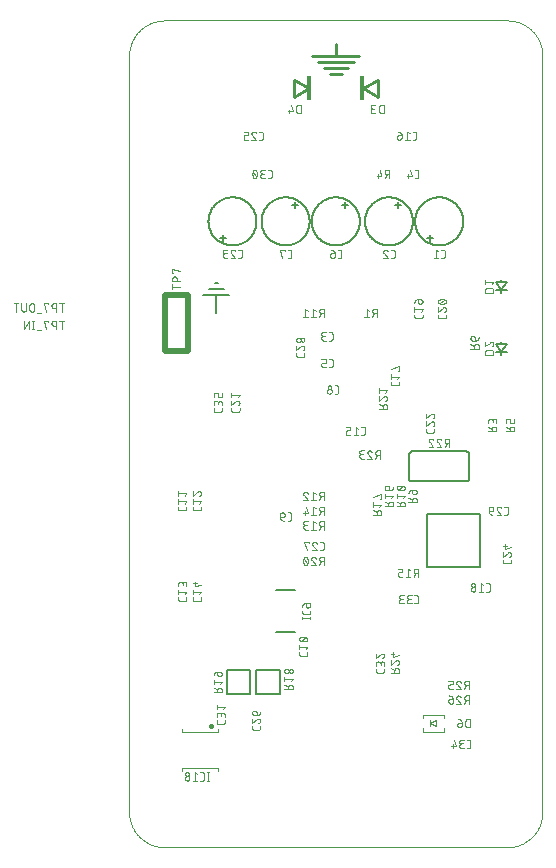
<source format=gbr>
G04 EAGLE Gerber RS-274X export*
G75*
%MOMM*%
%FSLAX35Y35*%
%LPD*%
%INsilk_bottom*%
%IPPOS*%
%AMOC8*
5,1,8,0,0,1.08239X$1,22.5*%
G01*
%ADD10C,0.127000*%
%ADD11C,0.010000*%
%ADD12C,0.500000*%
%ADD13C,0.050800*%
%ADD14C,0.250000*%
%ADD15C,0.152400*%
%ADD16C,0.101600*%
%ADD17C,0.300000*%
%ADD18C,0.120000*%
%ADD19C,0.050000*%
%ADD20C,0.254000*%
%ADD21R,0.300000X2.100000*%


D10*
X2975000Y2375000D02*
X2975000Y2825000D01*
X2525000Y2825000D01*
X2525000Y2375000D01*
X2975000Y2375000D01*
D11*
X3500000Y300000D02*
X3500000Y6700000D01*
X3500000Y300000D02*
X3499912Y292751D01*
X3499650Y285506D01*
X3499212Y278270D01*
X3498599Y271046D01*
X3497813Y263839D01*
X3496852Y256653D01*
X3495718Y249493D01*
X3494411Y242362D01*
X3492932Y235265D01*
X3491283Y228205D01*
X3489463Y221188D01*
X3487474Y214216D01*
X3485317Y207295D01*
X3482994Y200428D01*
X3480505Y193619D01*
X3477852Y186872D01*
X3475038Y180191D01*
X3472062Y173580D01*
X3468928Y167043D01*
X3465637Y160583D01*
X3462190Y154205D01*
X3458591Y147912D01*
X3454840Y141708D01*
X3450941Y135596D01*
X3446895Y129581D01*
X3442705Y123664D01*
X3438373Y117851D01*
X3433902Y112144D01*
X3429295Y106547D01*
X3424553Y101063D01*
X3419681Y95695D01*
X3414680Y90447D01*
X3409553Y85320D01*
X3404305Y80319D01*
X3398937Y75447D01*
X3393453Y70705D01*
X3387856Y66098D01*
X3382149Y61627D01*
X3376336Y57295D01*
X3370419Y53105D01*
X3364404Y49059D01*
X3358292Y45160D01*
X3352088Y41409D01*
X3345795Y37810D01*
X3339417Y34363D01*
X3332957Y31072D01*
X3326420Y27938D01*
X3319809Y24962D01*
X3313128Y22148D01*
X3306381Y19495D01*
X3299572Y17006D01*
X3292705Y14683D01*
X3285784Y12526D01*
X3278812Y10537D01*
X3271795Y8717D01*
X3264735Y7068D01*
X3257638Y5589D01*
X3250507Y4282D01*
X3243347Y3148D01*
X3236161Y2187D01*
X3228954Y1401D01*
X3221730Y788D01*
X3214494Y350D01*
X3207249Y88D01*
X3200000Y0D01*
X300000Y0D01*
X292751Y88D01*
X285506Y350D01*
X278270Y788D01*
X271046Y1401D01*
X263839Y2187D01*
X256653Y3148D01*
X249493Y4282D01*
X242362Y5589D01*
X235265Y7068D01*
X228205Y8717D01*
X221188Y10537D01*
X214216Y12526D01*
X207295Y14683D01*
X200428Y17006D01*
X193619Y19495D01*
X186872Y22148D01*
X180191Y24962D01*
X173580Y27938D01*
X167043Y31072D01*
X160583Y34363D01*
X154205Y37810D01*
X147912Y41409D01*
X141708Y45160D01*
X135596Y49059D01*
X129581Y53105D01*
X123664Y57295D01*
X117851Y61627D01*
X112144Y66098D01*
X106547Y70705D01*
X101063Y75447D01*
X95695Y80319D01*
X90447Y85320D01*
X85320Y90447D01*
X80319Y95695D01*
X75447Y101063D01*
X70705Y106547D01*
X66098Y112144D01*
X61627Y117851D01*
X57295Y123664D01*
X53105Y129581D01*
X49059Y135596D01*
X45160Y141708D01*
X41409Y147912D01*
X37810Y154205D01*
X34363Y160583D01*
X31072Y167043D01*
X27938Y173580D01*
X24962Y180191D01*
X22148Y186872D01*
X19495Y193619D01*
X17006Y200428D01*
X14683Y207295D01*
X12526Y214216D01*
X10537Y221188D01*
X8717Y228205D01*
X7068Y235265D01*
X5589Y242362D01*
X4282Y249493D01*
X3148Y256653D01*
X2187Y263839D01*
X1401Y271046D01*
X788Y278270D01*
X350Y285506D01*
X88Y292751D01*
X0Y300000D01*
X0Y6700000D01*
X88Y6707249D01*
X350Y6714494D01*
X788Y6721730D01*
X1401Y6728954D01*
X2187Y6736161D01*
X3148Y6743347D01*
X4282Y6750507D01*
X5589Y6757638D01*
X7068Y6764735D01*
X8717Y6771795D01*
X10537Y6778812D01*
X12526Y6785784D01*
X14683Y6792705D01*
X17006Y6799572D01*
X19495Y6806381D01*
X22148Y6813128D01*
X24962Y6819809D01*
X27938Y6826420D01*
X31072Y6832957D01*
X34363Y6839417D01*
X37810Y6845795D01*
X41409Y6852088D01*
X45160Y6858292D01*
X49059Y6864404D01*
X53105Y6870419D01*
X57295Y6876336D01*
X61627Y6882149D01*
X66098Y6887856D01*
X70705Y6893453D01*
X75447Y6898937D01*
X80319Y6904305D01*
X85320Y6909553D01*
X90447Y6914680D01*
X95695Y6919681D01*
X101063Y6924553D01*
X106547Y6929295D01*
X112144Y6933902D01*
X117851Y6938373D01*
X123664Y6942705D01*
X129581Y6946895D01*
X135596Y6950941D01*
X141708Y6954840D01*
X147912Y6958591D01*
X154205Y6962190D01*
X160583Y6965637D01*
X167043Y6968928D01*
X173580Y6972062D01*
X180191Y6975038D01*
X186872Y6977852D01*
X193619Y6980505D01*
X200428Y6982994D01*
X207295Y6985317D01*
X214216Y6987474D01*
X221188Y6989463D01*
X228205Y6991283D01*
X235265Y6992932D01*
X242362Y6994411D01*
X249493Y6995718D01*
X256653Y6996852D01*
X263839Y6997813D01*
X271046Y6998599D01*
X278270Y6999212D01*
X285506Y6999650D01*
X292751Y6999912D01*
X300000Y7000000D01*
X3200000Y7000000D01*
X3207249Y6999912D01*
X3214494Y6999650D01*
X3221730Y6999212D01*
X3228954Y6998599D01*
X3236161Y6997813D01*
X3243347Y6996852D01*
X3250507Y6995718D01*
X3257638Y6994411D01*
X3264735Y6992932D01*
X3271795Y6991283D01*
X3278812Y6989463D01*
X3285784Y6987474D01*
X3292705Y6985317D01*
X3299572Y6982994D01*
X3306381Y6980505D01*
X3313128Y6977852D01*
X3319809Y6975038D01*
X3326420Y6972062D01*
X3332957Y6968928D01*
X3339417Y6965637D01*
X3345795Y6962190D01*
X3352088Y6958591D01*
X3358292Y6954840D01*
X3364404Y6950941D01*
X3370419Y6946895D01*
X3376336Y6942705D01*
X3382149Y6938373D01*
X3387856Y6933902D01*
X3393453Y6929295D01*
X3398937Y6924553D01*
X3404305Y6919681D01*
X3409553Y6914680D01*
X3414680Y6909553D01*
X3419681Y6904305D01*
X3424553Y6898937D01*
X3429295Y6893453D01*
X3433902Y6887856D01*
X3438373Y6882149D01*
X3442705Y6876336D01*
X3446895Y6870419D01*
X3450941Y6864404D01*
X3454840Y6858292D01*
X3458591Y6852088D01*
X3462190Y6845795D01*
X3465637Y6839417D01*
X3468928Y6832957D01*
X3472062Y6826420D01*
X3475038Y6819809D01*
X3477852Y6813128D01*
X3480505Y6806381D01*
X3482994Y6799572D01*
X3485317Y6792705D01*
X3487474Y6785784D01*
X3489463Y6778812D01*
X3491283Y6771795D01*
X3492932Y6764735D01*
X3494411Y6757638D01*
X3495718Y6750507D01*
X3496852Y6743347D01*
X3497813Y6736161D01*
X3498599Y6728954D01*
X3499212Y6721730D01*
X3499650Y6714494D01*
X3499912Y6707249D01*
X3500000Y6700000D01*
D12*
X300000Y4675000D02*
X300000Y4200000D01*
X500000Y4200000D01*
X500000Y4675000D02*
X300000Y4675000D01*
X500000Y4675000D02*
X500000Y4200000D01*
D13*
X434960Y4746962D02*
X365040Y4746962D01*
X365040Y4727540D02*
X365040Y4766384D01*
X365040Y4793713D02*
X434960Y4793713D01*
X365040Y4793713D02*
X365040Y4813135D01*
X365046Y4813608D01*
X365063Y4814081D01*
X365092Y4814553D01*
X365132Y4815024D01*
X365184Y4815494D01*
X365247Y4815963D01*
X365322Y4816430D01*
X365407Y4816895D01*
X365505Y4817358D01*
X365613Y4817818D01*
X365733Y4818276D01*
X365863Y4818730D01*
X366005Y4819182D01*
X366158Y4819629D01*
X366322Y4820073D01*
X366496Y4820513D01*
X366681Y4820948D01*
X366876Y4821379D01*
X367082Y4821805D01*
X367299Y4822225D01*
X367525Y4822640D01*
X367762Y4823050D01*
X368008Y4823454D01*
X368264Y4823851D01*
X368530Y4824243D01*
X368805Y4824627D01*
X369090Y4825005D01*
X369383Y4825376D01*
X369686Y4825740D01*
X369997Y4826096D01*
X370317Y4826444D01*
X370645Y4826785D01*
X370982Y4827117D01*
X371326Y4827441D01*
X371678Y4827757D01*
X372038Y4828064D01*
X372405Y4828362D01*
X372780Y4828651D01*
X373161Y4828931D01*
X373549Y4829201D01*
X373944Y4829462D01*
X374344Y4829713D01*
X374751Y4829955D01*
X375163Y4830186D01*
X375581Y4830408D01*
X376005Y4830619D01*
X376433Y4830820D01*
X376866Y4831010D01*
X377303Y4831190D01*
X377745Y4831359D01*
X378191Y4831517D01*
X378640Y4831664D01*
X379093Y4831800D01*
X379550Y4831925D01*
X380009Y4832040D01*
X380470Y4832142D01*
X380934Y4832234D01*
X381400Y4832314D01*
X381868Y4832383D01*
X382338Y4832440D01*
X382809Y4832486D01*
X383280Y4832521D01*
X383753Y4832544D01*
X384226Y4832556D01*
X384698Y4832556D01*
X385171Y4832544D01*
X385644Y4832521D01*
X386115Y4832486D01*
X386586Y4832440D01*
X387056Y4832383D01*
X387524Y4832314D01*
X387990Y4832234D01*
X388454Y4832142D01*
X388915Y4832040D01*
X389374Y4831925D01*
X389831Y4831800D01*
X390284Y4831664D01*
X390733Y4831517D01*
X391179Y4831359D01*
X391621Y4831190D01*
X392058Y4831010D01*
X392491Y4830820D01*
X392919Y4830619D01*
X393343Y4830408D01*
X393761Y4830186D01*
X394173Y4829955D01*
X394580Y4829713D01*
X394980Y4829462D01*
X395375Y4829201D01*
X395763Y4828931D01*
X396144Y4828651D01*
X396519Y4828362D01*
X396886Y4828064D01*
X397246Y4827757D01*
X397598Y4827441D01*
X397942Y4827117D01*
X398279Y4826785D01*
X398607Y4826444D01*
X398927Y4826096D01*
X399238Y4825740D01*
X399541Y4825376D01*
X399834Y4825005D01*
X400119Y4824627D01*
X400394Y4824243D01*
X400660Y4823851D01*
X400916Y4823454D01*
X401162Y4823050D01*
X401399Y4822640D01*
X401625Y4822225D01*
X401842Y4821805D01*
X402048Y4821379D01*
X402243Y4820948D01*
X402428Y4820513D01*
X402602Y4820073D01*
X402766Y4819629D01*
X402919Y4819182D01*
X403061Y4818730D01*
X403191Y4818276D01*
X403311Y4817818D01*
X403419Y4817358D01*
X403517Y4816895D01*
X403602Y4816430D01*
X403677Y4815963D01*
X403740Y4815494D01*
X403792Y4815024D01*
X403832Y4814553D01*
X403861Y4814081D01*
X403878Y4813608D01*
X403884Y4813135D01*
X403885Y4813135D02*
X403885Y4793713D01*
X372809Y4858040D02*
X365040Y4858040D01*
X365040Y4896884D01*
X434960Y4877462D01*
D14*
X1750000Y6700000D02*
X1750000Y6800000D01*
X1550000Y6700000D02*
X1950000Y6700000D01*
X1900000Y6650000D02*
X1600000Y6650000D01*
X1650000Y6600000D02*
X1850000Y6600000D01*
X1800000Y6550000D02*
X1700000Y6550000D01*
D15*
X737500Y4675000D02*
X625000Y4675000D01*
X737500Y4675000D02*
X850000Y4675000D01*
X800000Y4725000D02*
X675000Y4725000D01*
X725000Y4775000D02*
X750000Y4775000D01*
X737500Y4675000D02*
X737500Y4525000D01*
D13*
X740040Y1074688D02*
X740040Y1059150D01*
X740045Y1058775D01*
X740058Y1058399D01*
X740081Y1058025D01*
X740113Y1057650D01*
X740153Y1057277D01*
X740203Y1056905D01*
X740262Y1056534D01*
X740329Y1056165D01*
X740406Y1055797D01*
X740492Y1055432D01*
X740586Y1055068D01*
X740689Y1054707D01*
X740800Y1054348D01*
X740921Y1053993D01*
X741050Y1053640D01*
X741187Y1053291D01*
X741333Y1052945D01*
X741487Y1052602D01*
X741649Y1052264D01*
X741820Y1051929D01*
X741998Y1051599D01*
X742185Y1051273D01*
X742379Y1050952D01*
X742581Y1050635D01*
X742790Y1050323D01*
X743007Y1050017D01*
X743232Y1049716D01*
X743463Y1049420D01*
X743702Y1049130D01*
X743948Y1048846D01*
X744200Y1048568D01*
X744459Y1048297D01*
X744725Y1048031D01*
X744996Y1047772D01*
X745274Y1047520D01*
X745558Y1047274D01*
X745848Y1047035D01*
X746144Y1046804D01*
X746445Y1046579D01*
X746751Y1046362D01*
X747063Y1046153D01*
X747380Y1045951D01*
X747701Y1045757D01*
X748027Y1045570D01*
X748357Y1045392D01*
X748692Y1045221D01*
X749030Y1045059D01*
X749373Y1044905D01*
X749719Y1044759D01*
X750068Y1044622D01*
X750421Y1044493D01*
X750776Y1044372D01*
X751135Y1044261D01*
X751496Y1044158D01*
X751860Y1044064D01*
X752225Y1043978D01*
X752593Y1043901D01*
X752962Y1043834D01*
X753333Y1043775D01*
X753705Y1043725D01*
X754078Y1043685D01*
X754453Y1043653D01*
X754827Y1043630D01*
X755203Y1043617D01*
X755578Y1043612D01*
X794422Y1043612D01*
X794803Y1043617D01*
X795184Y1043631D01*
X795565Y1043654D01*
X795945Y1043687D01*
X796324Y1043729D01*
X796702Y1043780D01*
X797078Y1043841D01*
X797453Y1043911D01*
X797826Y1043990D01*
X798197Y1044078D01*
X798566Y1044175D01*
X798932Y1044281D01*
X799296Y1044396D01*
X799657Y1044520D01*
X800014Y1044653D01*
X800368Y1044795D01*
X800719Y1044945D01*
X801065Y1045104D01*
X801408Y1045271D01*
X801746Y1045447D01*
X802081Y1045631D01*
X802410Y1045823D01*
X802735Y1046023D01*
X803054Y1046231D01*
X803369Y1046446D01*
X803678Y1046670D01*
X803981Y1046901D01*
X804279Y1047139D01*
X804571Y1047384D01*
X804857Y1047637D01*
X805136Y1047897D01*
X805409Y1048163D01*
X805675Y1048436D01*
X805935Y1048715D01*
X806187Y1049001D01*
X806433Y1049293D01*
X806671Y1049590D01*
X806902Y1049894D01*
X807126Y1050203D01*
X807341Y1050517D01*
X807549Y1050837D01*
X807749Y1051162D01*
X807941Y1051491D01*
X808125Y1051825D01*
X808301Y1052164D01*
X808468Y1052506D01*
X808627Y1052853D01*
X808777Y1053204D01*
X808919Y1053558D01*
X809052Y1053915D01*
X809176Y1054276D01*
X809291Y1054639D01*
X809397Y1055006D01*
X809494Y1055374D01*
X809582Y1055745D01*
X809661Y1056118D01*
X809731Y1056493D01*
X809792Y1056870D01*
X809843Y1057248D01*
X809885Y1057627D01*
X809918Y1058007D01*
X809941Y1058387D01*
X809955Y1058768D01*
X809960Y1059150D01*
X809960Y1074688D01*
X740040Y1100043D02*
X740040Y1119465D01*
X740046Y1119938D01*
X740063Y1120411D01*
X740092Y1120883D01*
X740132Y1121354D01*
X740184Y1121824D01*
X740247Y1122293D01*
X740322Y1122760D01*
X740407Y1123225D01*
X740505Y1123688D01*
X740613Y1124148D01*
X740733Y1124606D01*
X740863Y1125060D01*
X741005Y1125512D01*
X741158Y1125959D01*
X741322Y1126403D01*
X741496Y1126843D01*
X741681Y1127278D01*
X741876Y1127709D01*
X742082Y1128135D01*
X742299Y1128555D01*
X742525Y1128970D01*
X742762Y1129380D01*
X743008Y1129784D01*
X743264Y1130181D01*
X743530Y1130573D01*
X743805Y1130957D01*
X744090Y1131335D01*
X744383Y1131706D01*
X744686Y1132070D01*
X744997Y1132426D01*
X745317Y1132774D01*
X745645Y1133115D01*
X745982Y1133447D01*
X746326Y1133771D01*
X746678Y1134087D01*
X747038Y1134394D01*
X747405Y1134692D01*
X747780Y1134981D01*
X748161Y1135261D01*
X748549Y1135531D01*
X748944Y1135792D01*
X749344Y1136043D01*
X749751Y1136285D01*
X750163Y1136516D01*
X750581Y1136738D01*
X751005Y1136949D01*
X751433Y1137150D01*
X751866Y1137340D01*
X752303Y1137520D01*
X752745Y1137689D01*
X753191Y1137847D01*
X753640Y1137994D01*
X754093Y1138130D01*
X754550Y1138255D01*
X755009Y1138370D01*
X755470Y1138472D01*
X755934Y1138564D01*
X756400Y1138644D01*
X756868Y1138713D01*
X757338Y1138770D01*
X757809Y1138816D01*
X758280Y1138851D01*
X758753Y1138874D01*
X759226Y1138886D01*
X759698Y1138886D01*
X760171Y1138874D01*
X760644Y1138851D01*
X761115Y1138816D01*
X761586Y1138770D01*
X762056Y1138713D01*
X762524Y1138644D01*
X762990Y1138564D01*
X763454Y1138472D01*
X763915Y1138370D01*
X764374Y1138255D01*
X764831Y1138130D01*
X765284Y1137994D01*
X765733Y1137847D01*
X766179Y1137689D01*
X766621Y1137520D01*
X767058Y1137340D01*
X767491Y1137150D01*
X767919Y1136949D01*
X768343Y1136738D01*
X768761Y1136516D01*
X769173Y1136285D01*
X769580Y1136043D01*
X769980Y1135792D01*
X770375Y1135531D01*
X770763Y1135261D01*
X771144Y1134981D01*
X771519Y1134692D01*
X771886Y1134394D01*
X772246Y1134087D01*
X772598Y1133771D01*
X772942Y1133447D01*
X773279Y1133115D01*
X773607Y1132774D01*
X773927Y1132426D01*
X774238Y1132070D01*
X774541Y1131706D01*
X774834Y1131335D01*
X775119Y1130957D01*
X775394Y1130573D01*
X775660Y1130181D01*
X775916Y1129784D01*
X776162Y1129380D01*
X776399Y1128970D01*
X776625Y1128555D01*
X776842Y1128135D01*
X777048Y1127709D01*
X777243Y1127278D01*
X777428Y1126843D01*
X777602Y1126403D01*
X777766Y1125959D01*
X777919Y1125512D01*
X778061Y1125060D01*
X778191Y1124606D01*
X778311Y1124148D01*
X778419Y1123688D01*
X778517Y1123225D01*
X778602Y1122760D01*
X778677Y1122293D01*
X778740Y1121824D01*
X778792Y1121354D01*
X778832Y1120883D01*
X778861Y1120411D01*
X778878Y1119938D01*
X778884Y1119465D01*
X809960Y1123350D02*
X809960Y1100043D01*
X809960Y1123350D02*
X809955Y1123728D01*
X809942Y1124107D01*
X809919Y1124484D01*
X809886Y1124861D01*
X809845Y1125237D01*
X809794Y1125612D01*
X809735Y1125986D01*
X809666Y1126358D01*
X809588Y1126728D01*
X809502Y1127097D01*
X809406Y1127463D01*
X809301Y1127826D01*
X809188Y1128187D01*
X809066Y1128546D01*
X808935Y1128901D01*
X808795Y1129252D01*
X808647Y1129601D01*
X808491Y1129945D01*
X808326Y1130286D01*
X808153Y1130622D01*
X807972Y1130955D01*
X807783Y1131282D01*
X807586Y1131605D01*
X807381Y1131923D01*
X807168Y1132236D01*
X806948Y1132544D01*
X806720Y1132846D01*
X806485Y1133143D01*
X806243Y1133434D01*
X805994Y1133719D01*
X805738Y1133998D01*
X805476Y1134270D01*
X805207Y1134536D01*
X804931Y1134795D01*
X804649Y1135048D01*
X804361Y1135293D01*
X804067Y1135532D01*
X803768Y1135763D01*
X803463Y1135987D01*
X803153Y1136203D01*
X802837Y1136412D01*
X802516Y1136613D01*
X802191Y1136806D01*
X801861Y1136991D01*
X801527Y1137169D01*
X801188Y1137338D01*
X800845Y1137498D01*
X800499Y1137650D01*
X800149Y1137794D01*
X799796Y1137929D01*
X799439Y1138056D01*
X799079Y1138174D01*
X798717Y1138283D01*
X798352Y1138383D01*
X797985Y1138474D01*
X797616Y1138556D01*
X797244Y1138630D01*
X796871Y1138694D01*
X796497Y1138749D01*
X796121Y1138795D01*
X795745Y1138832D01*
X795367Y1138859D01*
X794989Y1138878D01*
X794611Y1138887D01*
X794233Y1138887D01*
X793855Y1138878D01*
X793477Y1138859D01*
X793099Y1138832D01*
X792723Y1138795D01*
X792347Y1138749D01*
X791973Y1138694D01*
X791600Y1138630D01*
X791228Y1138556D01*
X790859Y1138474D01*
X790492Y1138383D01*
X790127Y1138283D01*
X789765Y1138174D01*
X789405Y1138056D01*
X789048Y1137929D01*
X788695Y1137794D01*
X788345Y1137650D01*
X787999Y1137498D01*
X787656Y1137338D01*
X787317Y1137169D01*
X786983Y1136991D01*
X786653Y1136806D01*
X786328Y1136613D01*
X786007Y1136412D01*
X785691Y1136203D01*
X785381Y1135987D01*
X785076Y1135763D01*
X784777Y1135532D01*
X784483Y1135293D01*
X784195Y1135048D01*
X783913Y1134795D01*
X783637Y1134536D01*
X783368Y1134270D01*
X783106Y1133998D01*
X782850Y1133719D01*
X782601Y1133434D01*
X782359Y1133143D01*
X782124Y1132846D01*
X781896Y1132544D01*
X781676Y1132236D01*
X781463Y1131923D01*
X781258Y1131605D01*
X781061Y1131282D01*
X780872Y1130955D01*
X780691Y1130622D01*
X780518Y1130286D01*
X780353Y1129945D01*
X780197Y1129601D01*
X780049Y1129252D01*
X779909Y1128901D01*
X779778Y1128546D01*
X779656Y1128187D01*
X779543Y1127826D01*
X779438Y1127463D01*
X779342Y1127097D01*
X779256Y1126728D01*
X779178Y1126358D01*
X779109Y1125986D01*
X779050Y1125612D01*
X778999Y1125237D01*
X778958Y1124861D01*
X778925Y1124484D01*
X778902Y1124107D01*
X778889Y1123728D01*
X778884Y1123350D01*
X778884Y1107812D01*
X794422Y1167543D02*
X809960Y1186965D01*
X740040Y1186965D01*
X740040Y1167543D02*
X740040Y1206388D01*
X1440040Y1634150D02*
X1440040Y1649688D01*
X1440040Y1634150D02*
X1440045Y1633775D01*
X1440058Y1633399D01*
X1440081Y1633025D01*
X1440113Y1632650D01*
X1440153Y1632277D01*
X1440203Y1631905D01*
X1440262Y1631534D01*
X1440329Y1631165D01*
X1440406Y1630797D01*
X1440492Y1630432D01*
X1440586Y1630068D01*
X1440689Y1629707D01*
X1440800Y1629348D01*
X1440921Y1628993D01*
X1441050Y1628640D01*
X1441187Y1628291D01*
X1441333Y1627945D01*
X1441487Y1627602D01*
X1441649Y1627264D01*
X1441820Y1626929D01*
X1441998Y1626599D01*
X1442185Y1626273D01*
X1442379Y1625952D01*
X1442581Y1625635D01*
X1442790Y1625323D01*
X1443007Y1625017D01*
X1443232Y1624716D01*
X1443463Y1624420D01*
X1443702Y1624130D01*
X1443948Y1623846D01*
X1444200Y1623568D01*
X1444459Y1623297D01*
X1444725Y1623031D01*
X1444996Y1622772D01*
X1445274Y1622520D01*
X1445558Y1622274D01*
X1445848Y1622035D01*
X1446144Y1621804D01*
X1446445Y1621579D01*
X1446751Y1621362D01*
X1447063Y1621153D01*
X1447380Y1620951D01*
X1447701Y1620757D01*
X1448027Y1620570D01*
X1448357Y1620392D01*
X1448692Y1620221D01*
X1449030Y1620059D01*
X1449373Y1619905D01*
X1449719Y1619759D01*
X1450068Y1619622D01*
X1450421Y1619493D01*
X1450776Y1619372D01*
X1451135Y1619261D01*
X1451496Y1619158D01*
X1451860Y1619064D01*
X1452225Y1618978D01*
X1452593Y1618901D01*
X1452962Y1618834D01*
X1453333Y1618775D01*
X1453705Y1618725D01*
X1454078Y1618685D01*
X1454453Y1618653D01*
X1454827Y1618630D01*
X1455203Y1618617D01*
X1455578Y1618612D01*
X1455578Y1618613D02*
X1494422Y1618613D01*
X1494422Y1618612D02*
X1494803Y1618617D01*
X1495184Y1618631D01*
X1495565Y1618654D01*
X1495945Y1618687D01*
X1496324Y1618729D01*
X1496702Y1618780D01*
X1497078Y1618841D01*
X1497453Y1618911D01*
X1497826Y1618990D01*
X1498197Y1619078D01*
X1498566Y1619175D01*
X1498932Y1619281D01*
X1499296Y1619396D01*
X1499657Y1619520D01*
X1500014Y1619653D01*
X1500368Y1619795D01*
X1500719Y1619945D01*
X1501065Y1620104D01*
X1501408Y1620271D01*
X1501746Y1620447D01*
X1502081Y1620631D01*
X1502410Y1620823D01*
X1502735Y1621023D01*
X1503054Y1621231D01*
X1503369Y1621446D01*
X1503678Y1621670D01*
X1503981Y1621901D01*
X1504279Y1622139D01*
X1504571Y1622384D01*
X1504857Y1622637D01*
X1505136Y1622897D01*
X1505409Y1623163D01*
X1505675Y1623436D01*
X1505935Y1623715D01*
X1506187Y1624001D01*
X1506433Y1624293D01*
X1506671Y1624590D01*
X1506902Y1624894D01*
X1507126Y1625203D01*
X1507341Y1625517D01*
X1507549Y1625837D01*
X1507749Y1626162D01*
X1507941Y1626491D01*
X1508125Y1626825D01*
X1508301Y1627164D01*
X1508468Y1627506D01*
X1508627Y1627853D01*
X1508777Y1628204D01*
X1508919Y1628558D01*
X1509052Y1628915D01*
X1509176Y1629276D01*
X1509291Y1629639D01*
X1509397Y1630006D01*
X1509494Y1630374D01*
X1509582Y1630745D01*
X1509661Y1631118D01*
X1509731Y1631493D01*
X1509792Y1631870D01*
X1509843Y1632248D01*
X1509885Y1632627D01*
X1509918Y1633007D01*
X1509941Y1633387D01*
X1509955Y1633768D01*
X1509960Y1634150D01*
X1509960Y1649688D01*
X1494422Y1675043D02*
X1509960Y1694466D01*
X1440040Y1694466D01*
X1440040Y1713888D02*
X1440040Y1675043D01*
X1475000Y1742544D02*
X1476375Y1742560D01*
X1477750Y1742610D01*
X1479123Y1742692D01*
X1480494Y1742807D01*
X1481861Y1742954D01*
X1483225Y1743134D01*
X1484584Y1743347D01*
X1485938Y1743592D01*
X1487285Y1743869D01*
X1488625Y1744178D01*
X1489958Y1744519D01*
X1491282Y1744892D01*
X1492597Y1745297D01*
X1493901Y1745732D01*
X1495195Y1746199D01*
X1496478Y1746697D01*
X1497748Y1747224D01*
X1499005Y1747783D01*
X1500249Y1748371D01*
X1500249Y1748370D02*
X1500579Y1748487D01*
X1500905Y1748613D01*
X1501228Y1748746D01*
X1501548Y1748887D01*
X1501864Y1749036D01*
X1502177Y1749192D01*
X1502486Y1749356D01*
X1502790Y1749528D01*
X1503091Y1749707D01*
X1503387Y1749893D01*
X1503678Y1750086D01*
X1503965Y1750286D01*
X1504246Y1750493D01*
X1504523Y1750707D01*
X1504794Y1750928D01*
X1505060Y1751155D01*
X1505320Y1751389D01*
X1505574Y1751629D01*
X1505823Y1751875D01*
X1506065Y1752126D01*
X1506301Y1752384D01*
X1506531Y1752648D01*
X1506754Y1752916D01*
X1506971Y1753191D01*
X1507181Y1753470D01*
X1507384Y1753755D01*
X1507581Y1754044D01*
X1507770Y1754338D01*
X1507952Y1754637D01*
X1508126Y1754939D01*
X1508294Y1755246D01*
X1508453Y1755557D01*
X1508605Y1755872D01*
X1508750Y1756191D01*
X1508886Y1756512D01*
X1509015Y1756838D01*
X1509136Y1757166D01*
X1509248Y1757497D01*
X1509353Y1757830D01*
X1509450Y1758166D01*
X1509538Y1758504D01*
X1509618Y1758845D01*
X1509690Y1759187D01*
X1509753Y1759531D01*
X1509808Y1759876D01*
X1509855Y1760222D01*
X1509893Y1760570D01*
X1509923Y1760918D01*
X1509944Y1761267D01*
X1509957Y1761616D01*
X1509961Y1761966D01*
X1509960Y1761966D02*
X1509956Y1762316D01*
X1509943Y1762665D01*
X1509922Y1763014D01*
X1509892Y1763362D01*
X1509854Y1763710D01*
X1509807Y1764056D01*
X1509752Y1764401D01*
X1509689Y1764745D01*
X1509617Y1765087D01*
X1509537Y1765428D01*
X1509449Y1765766D01*
X1509352Y1766102D01*
X1509247Y1766435D01*
X1509135Y1766766D01*
X1509014Y1767094D01*
X1508885Y1767419D01*
X1508749Y1767741D01*
X1508604Y1768059D01*
X1508452Y1768374D01*
X1508293Y1768685D01*
X1508125Y1768992D01*
X1507951Y1769295D01*
X1507769Y1769594D01*
X1507580Y1769888D01*
X1507384Y1770177D01*
X1507180Y1770461D01*
X1506970Y1770741D01*
X1506754Y1771015D01*
X1506530Y1771284D01*
X1506300Y1771547D01*
X1506064Y1771805D01*
X1505822Y1772057D01*
X1505573Y1772303D01*
X1505319Y1772543D01*
X1505059Y1772776D01*
X1504793Y1773003D01*
X1504522Y1773224D01*
X1504245Y1773438D01*
X1503964Y1773645D01*
X1503677Y1773845D01*
X1503386Y1774039D01*
X1503090Y1774225D01*
X1502790Y1774404D01*
X1502485Y1774575D01*
X1502176Y1774739D01*
X1501864Y1774895D01*
X1501547Y1775044D01*
X1501227Y1775185D01*
X1500904Y1775319D01*
X1500578Y1775444D01*
X1500249Y1775561D01*
X1499005Y1776149D01*
X1497748Y1776707D01*
X1496478Y1777235D01*
X1495195Y1777733D01*
X1493901Y1778199D01*
X1492597Y1778635D01*
X1491282Y1779040D01*
X1489958Y1779413D01*
X1488625Y1779754D01*
X1487285Y1780063D01*
X1485938Y1780340D01*
X1484584Y1780585D01*
X1483225Y1780798D01*
X1481862Y1780978D01*
X1480494Y1781125D01*
X1479123Y1781240D01*
X1477750Y1781322D01*
X1476375Y1781372D01*
X1475000Y1781388D01*
X1475000Y1742543D02*
X1473625Y1742559D01*
X1472250Y1742609D01*
X1470877Y1742691D01*
X1469506Y1742806D01*
X1468138Y1742953D01*
X1466775Y1743133D01*
X1465416Y1743346D01*
X1464062Y1743591D01*
X1462715Y1743868D01*
X1461374Y1744177D01*
X1460042Y1744518D01*
X1458718Y1744891D01*
X1457403Y1745296D01*
X1456098Y1745731D01*
X1454804Y1746198D01*
X1453522Y1746696D01*
X1452252Y1747223D01*
X1450994Y1747782D01*
X1449751Y1748370D01*
X1449422Y1748487D01*
X1449096Y1748613D01*
X1448772Y1748746D01*
X1448453Y1748887D01*
X1448136Y1749036D01*
X1447824Y1749192D01*
X1447515Y1749356D01*
X1447210Y1749528D01*
X1446910Y1749707D01*
X1446614Y1749893D01*
X1446323Y1750086D01*
X1446036Y1750286D01*
X1445755Y1750494D01*
X1445478Y1750708D01*
X1445207Y1750928D01*
X1444941Y1751155D01*
X1444681Y1751389D01*
X1444427Y1751629D01*
X1444178Y1751875D01*
X1443936Y1752127D01*
X1443700Y1752384D01*
X1443470Y1752648D01*
X1443246Y1752917D01*
X1443030Y1753191D01*
X1442820Y1753470D01*
X1442616Y1753755D01*
X1442420Y1754044D01*
X1442231Y1754338D01*
X1442049Y1754637D01*
X1441875Y1754940D01*
X1441707Y1755247D01*
X1441548Y1755558D01*
X1441396Y1755872D01*
X1441251Y1756191D01*
X1441115Y1756513D01*
X1440986Y1756838D01*
X1440865Y1757166D01*
X1440753Y1757497D01*
X1440648Y1757830D01*
X1440551Y1758166D01*
X1440463Y1758504D01*
X1440383Y1758845D01*
X1440311Y1759187D01*
X1440248Y1759531D01*
X1440193Y1759876D01*
X1440146Y1760222D01*
X1440108Y1760570D01*
X1440078Y1760918D01*
X1440057Y1761267D01*
X1440044Y1761616D01*
X1440040Y1761966D01*
X1449751Y1775561D02*
X1450994Y1776149D01*
X1452252Y1776707D01*
X1453522Y1777235D01*
X1454804Y1777733D01*
X1456098Y1778199D01*
X1457403Y1778635D01*
X1458718Y1779040D01*
X1460042Y1779413D01*
X1461374Y1779754D01*
X1462715Y1780063D01*
X1464062Y1780340D01*
X1465416Y1780585D01*
X1466775Y1780798D01*
X1468138Y1780978D01*
X1469506Y1781125D01*
X1470877Y1781240D01*
X1472250Y1781322D01*
X1473625Y1781372D01*
X1475000Y1781388D01*
X1449751Y1775561D02*
X1449422Y1775444D01*
X1449095Y1775318D01*
X1448772Y1775185D01*
X1448452Y1775044D01*
X1448136Y1774895D01*
X1447824Y1774739D01*
X1447515Y1774575D01*
X1447210Y1774403D01*
X1446910Y1774225D01*
X1446614Y1774038D01*
X1446323Y1773845D01*
X1446036Y1773645D01*
X1445755Y1773438D01*
X1445478Y1773224D01*
X1445207Y1773003D01*
X1444941Y1772776D01*
X1444681Y1772543D01*
X1444427Y1772303D01*
X1444178Y1772057D01*
X1443936Y1771805D01*
X1443700Y1771547D01*
X1443470Y1771284D01*
X1443246Y1771015D01*
X1443030Y1770741D01*
X1442820Y1770461D01*
X1442616Y1770177D01*
X1442420Y1769888D01*
X1442231Y1769594D01*
X1442049Y1769295D01*
X1441875Y1768992D01*
X1441707Y1768685D01*
X1441548Y1768374D01*
X1441396Y1768059D01*
X1441251Y1767741D01*
X1441115Y1767419D01*
X1440986Y1767094D01*
X1440865Y1766766D01*
X1440753Y1766435D01*
X1440648Y1766102D01*
X1440551Y1765766D01*
X1440463Y1765427D01*
X1440383Y1765087D01*
X1440311Y1764745D01*
X1440248Y1764401D01*
X1440193Y1764056D01*
X1440146Y1763710D01*
X1440108Y1763362D01*
X1440078Y1763014D01*
X1440057Y1762665D01*
X1440044Y1762316D01*
X1440040Y1761966D01*
X1455578Y1746428D02*
X1494422Y1777503D01*
X1040040Y1024688D02*
X1040040Y1009150D01*
X1040045Y1008775D01*
X1040058Y1008399D01*
X1040081Y1008025D01*
X1040113Y1007650D01*
X1040153Y1007277D01*
X1040203Y1006905D01*
X1040262Y1006534D01*
X1040329Y1006165D01*
X1040406Y1005797D01*
X1040492Y1005432D01*
X1040586Y1005068D01*
X1040689Y1004707D01*
X1040800Y1004348D01*
X1040921Y1003993D01*
X1041050Y1003640D01*
X1041187Y1003291D01*
X1041333Y1002945D01*
X1041487Y1002602D01*
X1041649Y1002264D01*
X1041820Y1001929D01*
X1041998Y1001599D01*
X1042185Y1001273D01*
X1042379Y1000952D01*
X1042581Y1000635D01*
X1042790Y1000323D01*
X1043007Y1000017D01*
X1043232Y999716D01*
X1043463Y999420D01*
X1043702Y999130D01*
X1043948Y998846D01*
X1044200Y998568D01*
X1044459Y998297D01*
X1044725Y998031D01*
X1044996Y997772D01*
X1045274Y997520D01*
X1045558Y997274D01*
X1045848Y997035D01*
X1046144Y996804D01*
X1046445Y996579D01*
X1046751Y996362D01*
X1047063Y996153D01*
X1047380Y995951D01*
X1047701Y995757D01*
X1048027Y995570D01*
X1048357Y995392D01*
X1048692Y995221D01*
X1049030Y995059D01*
X1049373Y994905D01*
X1049719Y994759D01*
X1050068Y994622D01*
X1050421Y994493D01*
X1050776Y994372D01*
X1051135Y994261D01*
X1051496Y994158D01*
X1051860Y994064D01*
X1052225Y993978D01*
X1052593Y993901D01*
X1052962Y993834D01*
X1053333Y993775D01*
X1053705Y993725D01*
X1054078Y993685D01*
X1054453Y993653D01*
X1054827Y993630D01*
X1055203Y993617D01*
X1055578Y993612D01*
X1055578Y993613D02*
X1094422Y993613D01*
X1094422Y993612D02*
X1094803Y993617D01*
X1095184Y993631D01*
X1095565Y993654D01*
X1095945Y993687D01*
X1096324Y993729D01*
X1096702Y993780D01*
X1097078Y993841D01*
X1097453Y993911D01*
X1097826Y993990D01*
X1098197Y994078D01*
X1098566Y994175D01*
X1098932Y994281D01*
X1099296Y994396D01*
X1099657Y994520D01*
X1100014Y994653D01*
X1100368Y994795D01*
X1100719Y994945D01*
X1101065Y995104D01*
X1101408Y995271D01*
X1101746Y995447D01*
X1102081Y995631D01*
X1102410Y995823D01*
X1102735Y996023D01*
X1103054Y996231D01*
X1103369Y996446D01*
X1103678Y996670D01*
X1103981Y996901D01*
X1104279Y997139D01*
X1104571Y997384D01*
X1104857Y997637D01*
X1105136Y997897D01*
X1105409Y998163D01*
X1105675Y998436D01*
X1105935Y998715D01*
X1106187Y999001D01*
X1106433Y999293D01*
X1106671Y999590D01*
X1106902Y999894D01*
X1107126Y1000203D01*
X1107341Y1000517D01*
X1107549Y1000837D01*
X1107749Y1001162D01*
X1107941Y1001491D01*
X1108125Y1001825D01*
X1108301Y1002164D01*
X1108468Y1002506D01*
X1108627Y1002853D01*
X1108777Y1003204D01*
X1108919Y1003558D01*
X1109052Y1003915D01*
X1109176Y1004276D01*
X1109291Y1004639D01*
X1109397Y1005006D01*
X1109494Y1005374D01*
X1109582Y1005745D01*
X1109661Y1006118D01*
X1109731Y1006493D01*
X1109792Y1006870D01*
X1109843Y1007248D01*
X1109885Y1007627D01*
X1109918Y1008007D01*
X1109941Y1008387D01*
X1109955Y1008768D01*
X1109960Y1009150D01*
X1109960Y1024688D01*
X1109960Y1071408D02*
X1109955Y1071830D01*
X1109940Y1072253D01*
X1109914Y1072674D01*
X1109878Y1073095D01*
X1109833Y1073515D01*
X1109777Y1073934D01*
X1109710Y1074351D01*
X1109634Y1074766D01*
X1109548Y1075180D01*
X1109452Y1075591D01*
X1109346Y1076000D01*
X1109230Y1076406D01*
X1109104Y1076810D01*
X1108969Y1077210D01*
X1108824Y1077606D01*
X1108670Y1078000D01*
X1108506Y1078389D01*
X1108332Y1078774D01*
X1108150Y1079155D01*
X1107958Y1079531D01*
X1107757Y1079903D01*
X1107547Y1080270D01*
X1107329Y1080631D01*
X1107101Y1080987D01*
X1106866Y1081338D01*
X1106622Y1081682D01*
X1106369Y1082021D01*
X1106109Y1082354D01*
X1105840Y1082680D01*
X1105564Y1082999D01*
X1105280Y1083312D01*
X1104989Y1083618D01*
X1104690Y1083917D01*
X1104384Y1084208D01*
X1104071Y1084492D01*
X1103752Y1084768D01*
X1103426Y1085037D01*
X1103093Y1085297D01*
X1102754Y1085550D01*
X1102410Y1085794D01*
X1102059Y1086029D01*
X1101703Y1086257D01*
X1101342Y1086475D01*
X1100975Y1086685D01*
X1100603Y1086886D01*
X1100227Y1087078D01*
X1099846Y1087260D01*
X1099461Y1087434D01*
X1099072Y1087598D01*
X1098678Y1087752D01*
X1098282Y1087897D01*
X1097882Y1088032D01*
X1097478Y1088158D01*
X1097072Y1088274D01*
X1096663Y1088380D01*
X1096252Y1088476D01*
X1095838Y1088562D01*
X1095423Y1088638D01*
X1095006Y1088705D01*
X1094587Y1088761D01*
X1094167Y1088806D01*
X1093746Y1088842D01*
X1093325Y1088868D01*
X1092902Y1088883D01*
X1092480Y1088888D01*
X1109960Y1071408D02*
X1109953Y1070865D01*
X1109934Y1070322D01*
X1109901Y1069780D01*
X1109855Y1069239D01*
X1109796Y1068699D01*
X1109724Y1068161D01*
X1109639Y1067624D01*
X1109541Y1067090D01*
X1109430Y1066558D01*
X1109306Y1066030D01*
X1109170Y1065504D01*
X1109021Y1064982D01*
X1108859Y1064463D01*
X1108685Y1063949D01*
X1108498Y1063439D01*
X1108300Y1062933D01*
X1108089Y1062433D01*
X1107866Y1061938D01*
X1107631Y1061448D01*
X1107384Y1060964D01*
X1107125Y1060487D01*
X1106856Y1060015D01*
X1106574Y1059551D01*
X1106282Y1059093D01*
X1105979Y1058642D01*
X1105665Y1058199D01*
X1105340Y1057764D01*
X1105005Y1057337D01*
X1104659Y1056918D01*
X1104304Y1056507D01*
X1103939Y1056105D01*
X1103564Y1055712D01*
X1103180Y1055328D01*
X1102786Y1054954D01*
X1102384Y1054589D01*
X1101973Y1054234D01*
X1101553Y1053889D01*
X1101126Y1053555D01*
X1100690Y1053230D01*
X1100246Y1052917D01*
X1099796Y1052614D01*
X1099337Y1052322D01*
X1098872Y1052042D01*
X1098401Y1051772D01*
X1097923Y1051515D01*
X1097439Y1051269D01*
X1096949Y1051034D01*
X1096453Y1050812D01*
X1095953Y1050601D01*
X1095447Y1050403D01*
X1094937Y1050217D01*
X1094422Y1050043D01*
X1078885Y1083060D02*
X1079206Y1083390D01*
X1079536Y1083712D01*
X1079874Y1084025D01*
X1080219Y1084330D01*
X1080572Y1084627D01*
X1080931Y1084915D01*
X1081298Y1085194D01*
X1081671Y1085463D01*
X1082051Y1085724D01*
X1082437Y1085975D01*
X1082830Y1086217D01*
X1083228Y1086449D01*
X1083631Y1086671D01*
X1084040Y1086883D01*
X1084454Y1087085D01*
X1084873Y1087277D01*
X1085297Y1087458D01*
X1085724Y1087629D01*
X1086156Y1087790D01*
X1086592Y1087940D01*
X1087031Y1088079D01*
X1087474Y1088207D01*
X1087919Y1088325D01*
X1088367Y1088431D01*
X1088818Y1088526D01*
X1089271Y1088611D01*
X1089726Y1088684D01*
X1090182Y1088746D01*
X1090640Y1088797D01*
X1091099Y1088836D01*
X1091559Y1088864D01*
X1092019Y1088881D01*
X1092480Y1088887D01*
X1078884Y1083061D02*
X1040040Y1050043D01*
X1040040Y1088888D01*
X1078884Y1117543D02*
X1078884Y1140850D01*
X1078885Y1140850D02*
X1078880Y1141225D01*
X1078867Y1141601D01*
X1078844Y1141975D01*
X1078812Y1142350D01*
X1078772Y1142723D01*
X1078722Y1143095D01*
X1078663Y1143466D01*
X1078596Y1143835D01*
X1078519Y1144203D01*
X1078433Y1144568D01*
X1078339Y1144932D01*
X1078236Y1145293D01*
X1078125Y1145652D01*
X1078004Y1146007D01*
X1077875Y1146360D01*
X1077738Y1146709D01*
X1077592Y1147055D01*
X1077438Y1147398D01*
X1077276Y1147736D01*
X1077105Y1148071D01*
X1076927Y1148401D01*
X1076740Y1148727D01*
X1076546Y1149048D01*
X1076344Y1149365D01*
X1076135Y1149677D01*
X1075918Y1149983D01*
X1075693Y1150284D01*
X1075462Y1150580D01*
X1075223Y1150870D01*
X1074977Y1151154D01*
X1074725Y1151432D01*
X1074466Y1151703D01*
X1074200Y1151969D01*
X1073929Y1152228D01*
X1073651Y1152480D01*
X1073367Y1152726D01*
X1073077Y1152965D01*
X1072781Y1153196D01*
X1072480Y1153421D01*
X1072174Y1153638D01*
X1071862Y1153847D01*
X1071545Y1154049D01*
X1071224Y1154243D01*
X1070898Y1154430D01*
X1070568Y1154608D01*
X1070233Y1154779D01*
X1069895Y1154941D01*
X1069552Y1155095D01*
X1069206Y1155241D01*
X1068857Y1155378D01*
X1068504Y1155507D01*
X1068149Y1155628D01*
X1067790Y1155739D01*
X1067429Y1155842D01*
X1067065Y1155936D01*
X1066700Y1156022D01*
X1066332Y1156099D01*
X1065963Y1156166D01*
X1065592Y1156225D01*
X1065220Y1156275D01*
X1064847Y1156315D01*
X1064472Y1156347D01*
X1064098Y1156370D01*
X1063722Y1156383D01*
X1063347Y1156388D01*
X1059462Y1156388D01*
X1058989Y1156382D01*
X1058516Y1156365D01*
X1058044Y1156336D01*
X1057573Y1156296D01*
X1057103Y1156244D01*
X1056634Y1156181D01*
X1056167Y1156106D01*
X1055702Y1156021D01*
X1055239Y1155923D01*
X1054779Y1155815D01*
X1054321Y1155695D01*
X1053867Y1155565D01*
X1053415Y1155423D01*
X1052968Y1155270D01*
X1052524Y1155106D01*
X1052084Y1154932D01*
X1051649Y1154747D01*
X1051218Y1154552D01*
X1050792Y1154346D01*
X1050372Y1154129D01*
X1049957Y1153903D01*
X1049547Y1153666D01*
X1049143Y1153420D01*
X1048746Y1153164D01*
X1048354Y1152898D01*
X1047970Y1152623D01*
X1047592Y1152338D01*
X1047221Y1152045D01*
X1046857Y1151742D01*
X1046501Y1151431D01*
X1046153Y1151111D01*
X1045812Y1150783D01*
X1045480Y1150446D01*
X1045156Y1150102D01*
X1044840Y1149750D01*
X1044533Y1149390D01*
X1044235Y1149023D01*
X1043946Y1148648D01*
X1043666Y1148267D01*
X1043396Y1147879D01*
X1043135Y1147484D01*
X1042884Y1147084D01*
X1042642Y1146677D01*
X1042411Y1146265D01*
X1042189Y1145847D01*
X1041978Y1145423D01*
X1041777Y1144995D01*
X1041587Y1144562D01*
X1041407Y1144125D01*
X1041238Y1143683D01*
X1041080Y1143237D01*
X1040933Y1142788D01*
X1040797Y1142335D01*
X1040672Y1141878D01*
X1040557Y1141419D01*
X1040455Y1140958D01*
X1040363Y1140494D01*
X1040283Y1140028D01*
X1040214Y1139560D01*
X1040157Y1139090D01*
X1040111Y1138619D01*
X1040076Y1138148D01*
X1040053Y1137675D01*
X1040041Y1137202D01*
X1040041Y1136730D01*
X1040053Y1136257D01*
X1040076Y1135784D01*
X1040111Y1135313D01*
X1040157Y1134842D01*
X1040214Y1134372D01*
X1040283Y1133904D01*
X1040363Y1133438D01*
X1040455Y1132974D01*
X1040557Y1132513D01*
X1040672Y1132054D01*
X1040797Y1131597D01*
X1040933Y1131144D01*
X1041080Y1130695D01*
X1041238Y1130249D01*
X1041407Y1129807D01*
X1041587Y1129370D01*
X1041777Y1128937D01*
X1041978Y1128509D01*
X1042189Y1128085D01*
X1042411Y1127667D01*
X1042642Y1127255D01*
X1042884Y1126848D01*
X1043135Y1126448D01*
X1043396Y1126053D01*
X1043666Y1125665D01*
X1043946Y1125284D01*
X1044235Y1124909D01*
X1044533Y1124542D01*
X1044840Y1124182D01*
X1045156Y1123830D01*
X1045480Y1123486D01*
X1045812Y1123149D01*
X1046153Y1122821D01*
X1046501Y1122501D01*
X1046857Y1122190D01*
X1047221Y1121887D01*
X1047592Y1121594D01*
X1047970Y1121309D01*
X1048354Y1121034D01*
X1048746Y1120768D01*
X1049143Y1120512D01*
X1049547Y1120266D01*
X1049957Y1120029D01*
X1050372Y1119803D01*
X1050792Y1119586D01*
X1051218Y1119380D01*
X1051649Y1119185D01*
X1052084Y1119000D01*
X1052524Y1118826D01*
X1052968Y1118662D01*
X1053415Y1118509D01*
X1053867Y1118367D01*
X1054321Y1118237D01*
X1054779Y1118117D01*
X1055239Y1118009D01*
X1055702Y1117911D01*
X1056167Y1117826D01*
X1056634Y1117751D01*
X1057103Y1117688D01*
X1057573Y1117636D01*
X1058044Y1117596D01*
X1058516Y1117567D01*
X1058989Y1117550D01*
X1059462Y1117544D01*
X1059462Y1117543D02*
X1078884Y1117543D01*
X1079647Y1117552D01*
X1080409Y1117580D01*
X1081170Y1117627D01*
X1081930Y1117693D01*
X1082688Y1117777D01*
X1083444Y1117879D01*
X1084197Y1118001D01*
X1084947Y1118140D01*
X1085693Y1118298D01*
X1086435Y1118474D01*
X1087172Y1118669D01*
X1087905Y1118881D01*
X1088632Y1119111D01*
X1089353Y1119360D01*
X1090068Y1119625D01*
X1090776Y1119908D01*
X1091477Y1120209D01*
X1092171Y1120527D01*
X1092856Y1120861D01*
X1093533Y1121212D01*
X1094201Y1121580D01*
X1094860Y1121964D01*
X1095509Y1122364D01*
X1096149Y1122780D01*
X1096778Y1123212D01*
X1097396Y1123658D01*
X1098003Y1124120D01*
X1098598Y1124597D01*
X1099182Y1125088D01*
X1099753Y1125593D01*
X1100312Y1126112D01*
X1100858Y1126645D01*
X1101391Y1127191D01*
X1101910Y1127750D01*
X1102415Y1128321D01*
X1102906Y1128904D01*
X1103383Y1129500D01*
X1103844Y1130107D01*
X1104291Y1130725D01*
X1104723Y1131354D01*
X1105139Y1131993D01*
X1105539Y1132643D01*
X1105923Y1133302D01*
X1106290Y1133970D01*
X1106642Y1134647D01*
X1106976Y1135332D01*
X1107294Y1136026D01*
X1107594Y1136727D01*
X1107878Y1137435D01*
X1108143Y1138150D01*
X1108391Y1138871D01*
X1108622Y1139598D01*
X1108834Y1140330D01*
X1109029Y1141068D01*
X1109205Y1141810D01*
X1109363Y1142556D01*
X1109502Y1143306D01*
X1109624Y1144059D01*
X1109726Y1144815D01*
X1109810Y1145573D01*
X1109876Y1146333D01*
X1109923Y1147094D01*
X1109951Y1147856D01*
X1109960Y1148619D01*
D16*
X750000Y675000D02*
X450000Y675000D01*
X450000Y975000D02*
X750000Y975000D01*
D17*
X695000Y1025000D02*
X695002Y1025141D01*
X695008Y1025282D01*
X695018Y1025422D01*
X695032Y1025562D01*
X695050Y1025702D01*
X695071Y1025841D01*
X695097Y1025980D01*
X695126Y1026118D01*
X695160Y1026254D01*
X695197Y1026390D01*
X695238Y1026525D01*
X695283Y1026659D01*
X695332Y1026791D01*
X695384Y1026922D01*
X695440Y1027051D01*
X695500Y1027178D01*
X695563Y1027304D01*
X695629Y1027428D01*
X695700Y1027551D01*
X695773Y1027671D01*
X695850Y1027789D01*
X695930Y1027905D01*
X696014Y1028018D01*
X696100Y1028129D01*
X696190Y1028238D01*
X696283Y1028344D01*
X696378Y1028447D01*
X696477Y1028548D01*
X696578Y1028646D01*
X696682Y1028741D01*
X696789Y1028833D01*
X696898Y1028922D01*
X697010Y1029007D01*
X697124Y1029090D01*
X697240Y1029170D01*
X697359Y1029246D01*
X697480Y1029318D01*
X697602Y1029388D01*
X697727Y1029453D01*
X697853Y1029516D01*
X697981Y1029574D01*
X698111Y1029629D01*
X698242Y1029681D01*
X698375Y1029728D01*
X698509Y1029772D01*
X698644Y1029813D01*
X698780Y1029849D01*
X698917Y1029881D01*
X699055Y1029910D01*
X699193Y1029935D01*
X699333Y1029955D01*
X699473Y1029972D01*
X699613Y1029985D01*
X699754Y1029994D01*
X699894Y1029999D01*
X700035Y1030000D01*
X700176Y1029997D01*
X700317Y1029990D01*
X700457Y1029979D01*
X700597Y1029964D01*
X700737Y1029945D01*
X700876Y1029923D01*
X701014Y1029896D01*
X701152Y1029866D01*
X701288Y1029831D01*
X701424Y1029793D01*
X701558Y1029751D01*
X701692Y1029705D01*
X701824Y1029656D01*
X701954Y1029602D01*
X702083Y1029545D01*
X702210Y1029485D01*
X702336Y1029421D01*
X702459Y1029353D01*
X702581Y1029282D01*
X702701Y1029208D01*
X702818Y1029130D01*
X702933Y1029049D01*
X703046Y1028965D01*
X703157Y1028878D01*
X703265Y1028787D01*
X703370Y1028694D01*
X703473Y1028597D01*
X703573Y1028498D01*
X703670Y1028396D01*
X703764Y1028291D01*
X703855Y1028184D01*
X703943Y1028074D01*
X704028Y1027962D01*
X704110Y1027847D01*
X704189Y1027730D01*
X704264Y1027611D01*
X704336Y1027490D01*
X704404Y1027367D01*
X704469Y1027242D01*
X704531Y1027115D01*
X704588Y1026986D01*
X704643Y1026856D01*
X704693Y1026725D01*
X704740Y1026592D01*
X704783Y1026458D01*
X704822Y1026322D01*
X704857Y1026186D01*
X704889Y1026049D01*
X704916Y1025911D01*
X704940Y1025772D01*
X704960Y1025632D01*
X704976Y1025492D01*
X704988Y1025352D01*
X704996Y1025211D01*
X705000Y1025070D01*
X705000Y1024930D01*
X704996Y1024789D01*
X704988Y1024648D01*
X704976Y1024508D01*
X704960Y1024368D01*
X704940Y1024228D01*
X704916Y1024089D01*
X704889Y1023951D01*
X704857Y1023814D01*
X704822Y1023678D01*
X704783Y1023542D01*
X704740Y1023408D01*
X704693Y1023275D01*
X704643Y1023144D01*
X704588Y1023014D01*
X704531Y1022885D01*
X704469Y1022758D01*
X704404Y1022633D01*
X704336Y1022510D01*
X704264Y1022389D01*
X704189Y1022270D01*
X704110Y1022153D01*
X704028Y1022038D01*
X703943Y1021926D01*
X703855Y1021816D01*
X703764Y1021709D01*
X703670Y1021604D01*
X703573Y1021502D01*
X703473Y1021403D01*
X703370Y1021306D01*
X703265Y1021213D01*
X703157Y1021122D01*
X703046Y1021035D01*
X702933Y1020951D01*
X702818Y1020870D01*
X702701Y1020792D01*
X702581Y1020718D01*
X702459Y1020647D01*
X702336Y1020579D01*
X702210Y1020515D01*
X702083Y1020455D01*
X701954Y1020398D01*
X701824Y1020344D01*
X701692Y1020295D01*
X701558Y1020249D01*
X701424Y1020207D01*
X701288Y1020169D01*
X701152Y1020134D01*
X701014Y1020104D01*
X700876Y1020077D01*
X700737Y1020055D01*
X700597Y1020036D01*
X700457Y1020021D01*
X700317Y1020010D01*
X700176Y1020003D01*
X700035Y1020000D01*
X699894Y1020001D01*
X699754Y1020006D01*
X699613Y1020015D01*
X699473Y1020028D01*
X699333Y1020045D01*
X699193Y1020065D01*
X699055Y1020090D01*
X698917Y1020119D01*
X698780Y1020151D01*
X698644Y1020187D01*
X698509Y1020228D01*
X698375Y1020272D01*
X698242Y1020319D01*
X698111Y1020371D01*
X697981Y1020426D01*
X697853Y1020484D01*
X697727Y1020547D01*
X697602Y1020612D01*
X697480Y1020682D01*
X697359Y1020754D01*
X697240Y1020830D01*
X697124Y1020910D01*
X697010Y1020993D01*
X696898Y1021078D01*
X696789Y1021167D01*
X696682Y1021259D01*
X696578Y1021354D01*
X696477Y1021452D01*
X696378Y1021553D01*
X696283Y1021656D01*
X696190Y1021762D01*
X696100Y1021871D01*
X696014Y1021982D01*
X695930Y1022095D01*
X695850Y1022211D01*
X695773Y1022329D01*
X695700Y1022449D01*
X695629Y1022572D01*
X695563Y1022696D01*
X695500Y1022822D01*
X695440Y1022949D01*
X695384Y1023078D01*
X695332Y1023209D01*
X695283Y1023341D01*
X695238Y1023475D01*
X695197Y1023610D01*
X695160Y1023746D01*
X695126Y1023882D01*
X695097Y1024020D01*
X695071Y1024159D01*
X695050Y1024298D01*
X695032Y1024438D01*
X695018Y1024578D01*
X695008Y1024718D01*
X695002Y1024859D01*
X695000Y1025000D01*
D16*
X450000Y675000D02*
X450000Y645000D01*
X450000Y975000D02*
X450000Y1005000D01*
X750000Y1005000D02*
X750000Y975000D01*
X750000Y675000D02*
X750000Y645000D01*
D13*
X669702Y634960D02*
X669702Y565040D01*
X677470Y565040D02*
X661933Y565040D01*
X661933Y634960D02*
X677470Y634960D01*
X619767Y565040D02*
X604229Y565040D01*
X619767Y565040D02*
X620142Y565045D01*
X620518Y565058D01*
X620892Y565081D01*
X621267Y565113D01*
X621640Y565153D01*
X622012Y565203D01*
X622383Y565262D01*
X622752Y565329D01*
X623120Y565406D01*
X623485Y565492D01*
X623849Y565586D01*
X624210Y565689D01*
X624569Y565800D01*
X624924Y565921D01*
X625277Y566050D01*
X625626Y566187D01*
X625972Y566333D01*
X626315Y566487D01*
X626653Y566649D01*
X626988Y566820D01*
X627318Y566998D01*
X627644Y567185D01*
X627965Y567379D01*
X628282Y567581D01*
X628594Y567790D01*
X628900Y568007D01*
X629201Y568232D01*
X629497Y568463D01*
X629787Y568702D01*
X630071Y568948D01*
X630349Y569200D01*
X630620Y569459D01*
X630886Y569725D01*
X631145Y569996D01*
X631397Y570274D01*
X631643Y570558D01*
X631882Y570848D01*
X632113Y571144D01*
X632338Y571445D01*
X632555Y571751D01*
X632764Y572063D01*
X632966Y572380D01*
X633160Y572701D01*
X633347Y573027D01*
X633525Y573357D01*
X633696Y573692D01*
X633858Y574030D01*
X634012Y574373D01*
X634158Y574719D01*
X634295Y575068D01*
X634424Y575421D01*
X634545Y575776D01*
X634656Y576135D01*
X634759Y576496D01*
X634853Y576860D01*
X634939Y577225D01*
X635016Y577593D01*
X635083Y577962D01*
X635142Y578333D01*
X635192Y578705D01*
X635232Y579078D01*
X635264Y579453D01*
X635287Y579827D01*
X635300Y580203D01*
X635305Y580578D01*
X635305Y619422D01*
X635300Y619797D01*
X635287Y620173D01*
X635264Y620547D01*
X635232Y620922D01*
X635192Y621295D01*
X635142Y621667D01*
X635083Y622038D01*
X635016Y622407D01*
X634939Y622775D01*
X634853Y623140D01*
X634759Y623504D01*
X634656Y623865D01*
X634545Y624224D01*
X634424Y624579D01*
X634295Y624932D01*
X634158Y625281D01*
X634012Y625627D01*
X633858Y625970D01*
X633696Y626308D01*
X633525Y626643D01*
X633347Y626973D01*
X633160Y627299D01*
X632966Y627620D01*
X632764Y627937D01*
X632555Y628249D01*
X632338Y628555D01*
X632113Y628856D01*
X631882Y629152D01*
X631643Y629442D01*
X631397Y629726D01*
X631145Y630004D01*
X630886Y630275D01*
X630620Y630541D01*
X630349Y630800D01*
X630071Y631052D01*
X629787Y631298D01*
X629497Y631537D01*
X629201Y631768D01*
X628900Y631993D01*
X628594Y632210D01*
X628282Y632419D01*
X627965Y632621D01*
X627644Y632815D01*
X627318Y633002D01*
X626988Y633180D01*
X626653Y633351D01*
X626315Y633513D01*
X625972Y633667D01*
X625626Y633813D01*
X625277Y633950D01*
X624924Y634079D01*
X624569Y634200D01*
X624210Y634311D01*
X623849Y634414D01*
X623485Y634508D01*
X623120Y634594D01*
X622752Y634671D01*
X622383Y634738D01*
X622012Y634797D01*
X621640Y634847D01*
X621267Y634887D01*
X620892Y634919D01*
X620518Y634942D01*
X620142Y634955D01*
X619767Y634960D01*
X604229Y634960D01*
X578874Y619422D02*
X559452Y634960D01*
X559452Y565040D01*
X578874Y565040D02*
X540029Y565040D01*
X511374Y584462D02*
X511368Y584935D01*
X511351Y585408D01*
X511322Y585880D01*
X511282Y586351D01*
X511230Y586821D01*
X511167Y587290D01*
X511092Y587757D01*
X511007Y588222D01*
X510909Y588685D01*
X510801Y589145D01*
X510681Y589603D01*
X510551Y590057D01*
X510409Y590509D01*
X510256Y590956D01*
X510092Y591400D01*
X509918Y591840D01*
X509733Y592275D01*
X509538Y592706D01*
X509332Y593132D01*
X509115Y593552D01*
X508889Y593967D01*
X508652Y594377D01*
X508406Y594781D01*
X508150Y595178D01*
X507884Y595570D01*
X507609Y595954D01*
X507324Y596332D01*
X507031Y596703D01*
X506728Y597067D01*
X506417Y597423D01*
X506097Y597771D01*
X505769Y598112D01*
X505432Y598444D01*
X505088Y598768D01*
X504736Y599084D01*
X504376Y599391D01*
X504009Y599689D01*
X503634Y599978D01*
X503253Y600258D01*
X502865Y600528D01*
X502470Y600789D01*
X502070Y601040D01*
X501663Y601282D01*
X501251Y601513D01*
X500833Y601735D01*
X500409Y601946D01*
X499981Y602147D01*
X499548Y602337D01*
X499111Y602517D01*
X498669Y602686D01*
X498223Y602844D01*
X497774Y602991D01*
X497321Y603127D01*
X496864Y603252D01*
X496405Y603367D01*
X495944Y603469D01*
X495480Y603561D01*
X495014Y603641D01*
X494546Y603710D01*
X494076Y603767D01*
X493605Y603813D01*
X493134Y603848D01*
X492661Y603871D01*
X492188Y603883D01*
X491716Y603883D01*
X491243Y603871D01*
X490770Y603848D01*
X490299Y603813D01*
X489828Y603767D01*
X489358Y603710D01*
X488890Y603641D01*
X488424Y603561D01*
X487960Y603469D01*
X487499Y603367D01*
X487040Y603252D01*
X486583Y603127D01*
X486130Y602991D01*
X485681Y602844D01*
X485235Y602686D01*
X484793Y602517D01*
X484356Y602337D01*
X483923Y602147D01*
X483495Y601946D01*
X483071Y601735D01*
X482653Y601513D01*
X482241Y601282D01*
X481834Y601040D01*
X481434Y600789D01*
X481039Y600528D01*
X480651Y600258D01*
X480270Y599978D01*
X479895Y599689D01*
X479528Y599391D01*
X479168Y599084D01*
X478816Y598768D01*
X478472Y598444D01*
X478135Y598112D01*
X477807Y597771D01*
X477487Y597423D01*
X477176Y597067D01*
X476873Y596703D01*
X476580Y596332D01*
X476295Y595954D01*
X476020Y595570D01*
X475754Y595178D01*
X475498Y594781D01*
X475252Y594377D01*
X475015Y593967D01*
X474789Y593552D01*
X474572Y593132D01*
X474366Y592706D01*
X474171Y592275D01*
X473986Y591840D01*
X473812Y591400D01*
X473648Y590956D01*
X473495Y590509D01*
X473353Y590057D01*
X473223Y589603D01*
X473103Y589145D01*
X472995Y588685D01*
X472897Y588222D01*
X472812Y587757D01*
X472737Y587290D01*
X472674Y586821D01*
X472622Y586351D01*
X472582Y585880D01*
X472553Y585408D01*
X472536Y584935D01*
X472530Y584462D01*
X472536Y583989D01*
X472553Y583516D01*
X472582Y583044D01*
X472622Y582573D01*
X472674Y582103D01*
X472737Y581634D01*
X472812Y581167D01*
X472897Y580702D01*
X472995Y580239D01*
X473103Y579779D01*
X473223Y579321D01*
X473353Y578867D01*
X473495Y578415D01*
X473648Y577968D01*
X473812Y577524D01*
X473986Y577084D01*
X474171Y576649D01*
X474366Y576218D01*
X474572Y575792D01*
X474789Y575372D01*
X475015Y574957D01*
X475252Y574547D01*
X475498Y574143D01*
X475754Y573746D01*
X476020Y573354D01*
X476295Y572970D01*
X476580Y572592D01*
X476873Y572221D01*
X477176Y571857D01*
X477487Y571501D01*
X477807Y571153D01*
X478135Y570812D01*
X478472Y570480D01*
X478816Y570156D01*
X479168Y569840D01*
X479528Y569533D01*
X479895Y569235D01*
X480270Y568946D01*
X480651Y568666D01*
X481039Y568396D01*
X481434Y568135D01*
X481834Y567884D01*
X482241Y567642D01*
X482653Y567411D01*
X483071Y567189D01*
X483495Y566978D01*
X483923Y566777D01*
X484356Y566587D01*
X484793Y566407D01*
X485235Y566238D01*
X485681Y566080D01*
X486130Y565933D01*
X486583Y565797D01*
X487040Y565672D01*
X487499Y565557D01*
X487960Y565455D01*
X488424Y565363D01*
X488890Y565283D01*
X489358Y565214D01*
X489828Y565157D01*
X490299Y565111D01*
X490770Y565076D01*
X491243Y565053D01*
X491716Y565041D01*
X492188Y565041D01*
X492661Y565053D01*
X493134Y565076D01*
X493605Y565111D01*
X494076Y565157D01*
X494546Y565214D01*
X495014Y565283D01*
X495480Y565363D01*
X495944Y565455D01*
X496405Y565557D01*
X496864Y565672D01*
X497321Y565797D01*
X497774Y565933D01*
X498223Y566080D01*
X498669Y566238D01*
X499111Y566407D01*
X499548Y566587D01*
X499981Y566777D01*
X500409Y566978D01*
X500833Y567189D01*
X501251Y567411D01*
X501663Y567642D01*
X502070Y567884D01*
X502470Y568135D01*
X502865Y568396D01*
X503253Y568666D01*
X503634Y568946D01*
X504009Y569235D01*
X504376Y569533D01*
X504736Y569840D01*
X505088Y570156D01*
X505432Y570480D01*
X505769Y570812D01*
X506097Y571153D01*
X506417Y571501D01*
X506728Y571857D01*
X507031Y572221D01*
X507324Y572592D01*
X507609Y572970D01*
X507884Y573354D01*
X508150Y573746D01*
X508406Y574143D01*
X508652Y574547D01*
X508889Y574957D01*
X509115Y575372D01*
X509332Y575792D01*
X509538Y576218D01*
X509733Y576649D01*
X509918Y577084D01*
X510092Y577524D01*
X510256Y577968D01*
X510409Y578415D01*
X510551Y578867D01*
X510681Y579321D01*
X510801Y579779D01*
X510909Y580239D01*
X511007Y580702D01*
X511092Y581167D01*
X511167Y581634D01*
X511230Y582103D01*
X511282Y582573D01*
X511322Y583044D01*
X511351Y583516D01*
X511368Y583989D01*
X511374Y584462D01*
X507490Y619422D02*
X507485Y619800D01*
X507472Y620179D01*
X507449Y620556D01*
X507416Y620933D01*
X507375Y621309D01*
X507324Y621684D01*
X507265Y622058D01*
X507196Y622430D01*
X507118Y622800D01*
X507032Y623169D01*
X506936Y623535D01*
X506831Y623898D01*
X506718Y624259D01*
X506596Y624618D01*
X506465Y624973D01*
X506325Y625324D01*
X506177Y625673D01*
X506021Y626017D01*
X505856Y626358D01*
X505683Y626694D01*
X505502Y627027D01*
X505313Y627354D01*
X505116Y627677D01*
X504911Y627995D01*
X504698Y628308D01*
X504478Y628616D01*
X504250Y628918D01*
X504015Y629215D01*
X503773Y629506D01*
X503524Y629791D01*
X503268Y630070D01*
X503006Y630342D01*
X502737Y630608D01*
X502461Y630867D01*
X502179Y631120D01*
X501891Y631365D01*
X501597Y631604D01*
X501298Y631835D01*
X500993Y632059D01*
X500683Y632275D01*
X500367Y632484D01*
X500046Y632685D01*
X499721Y632878D01*
X499391Y633063D01*
X499057Y633241D01*
X498718Y633410D01*
X498375Y633570D01*
X498029Y633722D01*
X497679Y633866D01*
X497326Y634001D01*
X496969Y634128D01*
X496609Y634246D01*
X496247Y634355D01*
X495882Y634455D01*
X495515Y634546D01*
X495146Y634628D01*
X494774Y634702D01*
X494401Y634766D01*
X494027Y634821D01*
X493651Y634867D01*
X493275Y634904D01*
X492897Y634931D01*
X492519Y634950D01*
X492141Y634959D01*
X491763Y634959D01*
X491385Y634950D01*
X491007Y634931D01*
X490629Y634904D01*
X490253Y634867D01*
X489877Y634821D01*
X489503Y634766D01*
X489130Y634702D01*
X488758Y634628D01*
X488389Y634546D01*
X488022Y634455D01*
X487657Y634355D01*
X487295Y634246D01*
X486935Y634128D01*
X486578Y634001D01*
X486225Y633866D01*
X485875Y633722D01*
X485529Y633570D01*
X485186Y633410D01*
X484847Y633241D01*
X484513Y633063D01*
X484183Y632878D01*
X483858Y632685D01*
X483537Y632484D01*
X483221Y632275D01*
X482911Y632059D01*
X482606Y631835D01*
X482307Y631604D01*
X482013Y631365D01*
X481725Y631120D01*
X481443Y630867D01*
X481167Y630608D01*
X480898Y630342D01*
X480636Y630070D01*
X480380Y629791D01*
X480131Y629506D01*
X479889Y629215D01*
X479654Y628918D01*
X479426Y628616D01*
X479206Y628308D01*
X478993Y627995D01*
X478788Y627677D01*
X478591Y627354D01*
X478402Y627027D01*
X478221Y626694D01*
X478048Y626358D01*
X477883Y626017D01*
X477727Y625673D01*
X477579Y625324D01*
X477439Y624973D01*
X477308Y624618D01*
X477186Y624259D01*
X477073Y623898D01*
X476968Y623535D01*
X476872Y623169D01*
X476786Y622800D01*
X476708Y622430D01*
X476639Y622058D01*
X476580Y621684D01*
X476529Y621309D01*
X476488Y620933D01*
X476455Y620556D01*
X476432Y620179D01*
X476419Y619800D01*
X476414Y619422D01*
X476419Y619044D01*
X476432Y618665D01*
X476455Y618288D01*
X476488Y617911D01*
X476529Y617535D01*
X476580Y617160D01*
X476639Y616786D01*
X476708Y616414D01*
X476786Y616044D01*
X476872Y615675D01*
X476968Y615309D01*
X477073Y614946D01*
X477186Y614585D01*
X477308Y614226D01*
X477439Y613871D01*
X477579Y613520D01*
X477727Y613171D01*
X477883Y612827D01*
X478048Y612486D01*
X478221Y612150D01*
X478402Y611817D01*
X478591Y611490D01*
X478788Y611167D01*
X478993Y610849D01*
X479206Y610536D01*
X479426Y610228D01*
X479654Y609926D01*
X479889Y609629D01*
X480131Y609338D01*
X480380Y609053D01*
X480636Y608774D01*
X480898Y608502D01*
X481167Y608236D01*
X481443Y607977D01*
X481725Y607724D01*
X482013Y607479D01*
X482307Y607240D01*
X482606Y607009D01*
X482911Y606785D01*
X483221Y606569D01*
X483537Y606360D01*
X483858Y606159D01*
X484183Y605966D01*
X484513Y605781D01*
X484847Y605603D01*
X485186Y605434D01*
X485529Y605274D01*
X485875Y605122D01*
X486225Y604978D01*
X486578Y604843D01*
X486935Y604716D01*
X487295Y604598D01*
X487657Y604489D01*
X488022Y604389D01*
X488389Y604298D01*
X488758Y604216D01*
X489130Y604142D01*
X489503Y604078D01*
X489877Y604023D01*
X490253Y603977D01*
X490629Y603940D01*
X491007Y603913D01*
X491385Y603894D01*
X491763Y603885D01*
X492141Y603885D01*
X492519Y603894D01*
X492897Y603913D01*
X493275Y603940D01*
X493651Y603977D01*
X494027Y604023D01*
X494401Y604078D01*
X494774Y604142D01*
X495146Y604216D01*
X495515Y604298D01*
X495882Y604389D01*
X496247Y604489D01*
X496609Y604598D01*
X496969Y604716D01*
X497326Y604843D01*
X497679Y604978D01*
X498029Y605122D01*
X498375Y605274D01*
X498718Y605434D01*
X499057Y605603D01*
X499391Y605781D01*
X499721Y605966D01*
X500046Y606159D01*
X500367Y606360D01*
X500683Y606569D01*
X500993Y606785D01*
X501298Y607009D01*
X501597Y607240D01*
X501891Y607479D01*
X502179Y607724D01*
X502461Y607977D01*
X502737Y608236D01*
X503006Y608502D01*
X503268Y608774D01*
X503524Y609053D01*
X503773Y609338D01*
X504015Y609629D01*
X504250Y609926D01*
X504478Y610228D01*
X504698Y610536D01*
X504911Y610849D01*
X505116Y611167D01*
X505313Y611490D01*
X505502Y611817D01*
X505683Y612150D01*
X505856Y612486D01*
X506021Y612827D01*
X506177Y613171D01*
X506325Y613520D01*
X506465Y613871D01*
X506596Y614226D01*
X506718Y614585D01*
X506831Y614946D01*
X506936Y615309D01*
X507032Y615675D01*
X507118Y616044D01*
X507196Y616414D01*
X507265Y616786D01*
X507324Y617160D01*
X507375Y617535D01*
X507416Y617911D01*
X507449Y618288D01*
X507472Y618665D01*
X507485Y619044D01*
X507490Y619422D01*
D10*
X1245000Y1820000D02*
X1405000Y1820000D01*
X1405000Y2180000D02*
X1245000Y2180000D01*
D13*
X1465040Y1939048D02*
X1534960Y1939048D01*
X1465040Y1931279D02*
X1465040Y1946817D01*
X1534960Y1946817D02*
X1534960Y1931279D01*
X1465040Y1988983D02*
X1465040Y2004520D01*
X1465040Y1988983D02*
X1465045Y1988608D01*
X1465058Y1988232D01*
X1465081Y1987858D01*
X1465113Y1987483D01*
X1465153Y1987110D01*
X1465203Y1986738D01*
X1465262Y1986367D01*
X1465329Y1985998D01*
X1465406Y1985630D01*
X1465492Y1985265D01*
X1465586Y1984901D01*
X1465689Y1984540D01*
X1465800Y1984181D01*
X1465921Y1983826D01*
X1466050Y1983473D01*
X1466187Y1983124D01*
X1466333Y1982778D01*
X1466487Y1982435D01*
X1466649Y1982097D01*
X1466820Y1981762D01*
X1466998Y1981432D01*
X1467185Y1981106D01*
X1467379Y1980785D01*
X1467581Y1980468D01*
X1467790Y1980156D01*
X1468007Y1979850D01*
X1468232Y1979549D01*
X1468463Y1979253D01*
X1468702Y1978963D01*
X1468948Y1978679D01*
X1469200Y1978401D01*
X1469459Y1978130D01*
X1469725Y1977864D01*
X1469996Y1977605D01*
X1470274Y1977353D01*
X1470558Y1977107D01*
X1470848Y1976868D01*
X1471144Y1976637D01*
X1471445Y1976412D01*
X1471751Y1976195D01*
X1472063Y1975986D01*
X1472380Y1975784D01*
X1472701Y1975590D01*
X1473027Y1975403D01*
X1473357Y1975225D01*
X1473692Y1975054D01*
X1474030Y1974892D01*
X1474373Y1974738D01*
X1474719Y1974592D01*
X1475068Y1974455D01*
X1475421Y1974326D01*
X1475776Y1974205D01*
X1476135Y1974094D01*
X1476496Y1973991D01*
X1476860Y1973897D01*
X1477225Y1973811D01*
X1477593Y1973734D01*
X1477962Y1973667D01*
X1478333Y1973608D01*
X1478705Y1973558D01*
X1479078Y1973518D01*
X1479453Y1973486D01*
X1479827Y1973463D01*
X1480203Y1973450D01*
X1480578Y1973445D01*
X1519422Y1973445D01*
X1519803Y1973450D01*
X1520184Y1973464D01*
X1520565Y1973487D01*
X1520945Y1973520D01*
X1521324Y1973562D01*
X1521702Y1973613D01*
X1522078Y1973674D01*
X1522453Y1973744D01*
X1522826Y1973823D01*
X1523197Y1973911D01*
X1523566Y1974008D01*
X1523932Y1974114D01*
X1524296Y1974229D01*
X1524657Y1974353D01*
X1525014Y1974486D01*
X1525368Y1974628D01*
X1525719Y1974778D01*
X1526065Y1974937D01*
X1526408Y1975104D01*
X1526746Y1975280D01*
X1527081Y1975464D01*
X1527410Y1975656D01*
X1527735Y1975856D01*
X1528054Y1976064D01*
X1528369Y1976279D01*
X1528678Y1976503D01*
X1528981Y1976734D01*
X1529279Y1976972D01*
X1529571Y1977217D01*
X1529857Y1977470D01*
X1530136Y1977730D01*
X1530409Y1977996D01*
X1530675Y1978269D01*
X1530935Y1978548D01*
X1531187Y1978834D01*
X1531433Y1979126D01*
X1531671Y1979423D01*
X1531902Y1979727D01*
X1532126Y1980036D01*
X1532341Y1980350D01*
X1532549Y1980670D01*
X1532749Y1980995D01*
X1532941Y1981324D01*
X1533125Y1981658D01*
X1533301Y1981997D01*
X1533468Y1982339D01*
X1533627Y1982686D01*
X1533777Y1983037D01*
X1533919Y1983391D01*
X1534052Y1983748D01*
X1534176Y1984109D01*
X1534291Y1984472D01*
X1534397Y1984839D01*
X1534494Y1985207D01*
X1534582Y1985578D01*
X1534661Y1985951D01*
X1534731Y1986326D01*
X1534792Y1986703D01*
X1534843Y1987081D01*
X1534885Y1987460D01*
X1534918Y1987840D01*
X1534941Y1988220D01*
X1534955Y1988601D01*
X1534960Y1988983D01*
X1534960Y2004520D01*
X1496115Y2045413D02*
X1496115Y2068720D01*
X1496115Y2045413D02*
X1496120Y2045038D01*
X1496133Y2044662D01*
X1496156Y2044287D01*
X1496188Y2043913D01*
X1496228Y2043540D01*
X1496278Y2043168D01*
X1496337Y2042797D01*
X1496404Y2042428D01*
X1496481Y2042060D01*
X1496567Y2041694D01*
X1496661Y2041331D01*
X1496764Y2040970D01*
X1496876Y2040611D01*
X1496996Y2040256D01*
X1497125Y2039903D01*
X1497262Y2039554D01*
X1497408Y2039208D01*
X1497562Y2038865D01*
X1497724Y2038527D01*
X1497895Y2038192D01*
X1498073Y2037862D01*
X1498260Y2037536D01*
X1498454Y2037214D01*
X1498656Y2036898D01*
X1498866Y2036586D01*
X1499083Y2036280D01*
X1499307Y2035979D01*
X1499539Y2035683D01*
X1499777Y2035393D01*
X1500023Y2035109D01*
X1500275Y2034831D01*
X1500534Y2034559D01*
X1500800Y2034294D01*
X1501071Y2034035D01*
X1501350Y2033783D01*
X1501634Y2033537D01*
X1501923Y2033298D01*
X1502219Y2033067D01*
X1502520Y2032842D01*
X1502827Y2032625D01*
X1503138Y2032416D01*
X1503455Y2032214D01*
X1503776Y2032020D01*
X1504102Y2031833D01*
X1504432Y2031655D01*
X1504767Y2031484D01*
X1505105Y2031322D01*
X1505448Y2031168D01*
X1505794Y2031022D01*
X1506143Y2030885D01*
X1506496Y2030756D01*
X1506852Y2030635D01*
X1507210Y2030524D01*
X1507571Y2030421D01*
X1507935Y2030326D01*
X1508300Y2030241D01*
X1508668Y2030164D01*
X1509037Y2030097D01*
X1509408Y2030038D01*
X1509780Y2029988D01*
X1510154Y2029948D01*
X1510528Y2029916D01*
X1510903Y2029893D01*
X1511278Y2029880D01*
X1511653Y2029875D01*
X1511653Y2029876D02*
X1515538Y2029876D01*
X1516011Y2029882D01*
X1516484Y2029899D01*
X1516956Y2029928D01*
X1517427Y2029968D01*
X1517897Y2030020D01*
X1518366Y2030083D01*
X1518833Y2030158D01*
X1519298Y2030243D01*
X1519761Y2030341D01*
X1520221Y2030449D01*
X1520679Y2030569D01*
X1521133Y2030699D01*
X1521585Y2030841D01*
X1522032Y2030994D01*
X1522476Y2031158D01*
X1522916Y2031332D01*
X1523351Y2031517D01*
X1523782Y2031712D01*
X1524208Y2031918D01*
X1524628Y2032135D01*
X1525043Y2032361D01*
X1525453Y2032598D01*
X1525857Y2032844D01*
X1526254Y2033100D01*
X1526646Y2033366D01*
X1527030Y2033641D01*
X1527408Y2033926D01*
X1527779Y2034219D01*
X1528143Y2034522D01*
X1528499Y2034833D01*
X1528847Y2035153D01*
X1529188Y2035481D01*
X1529520Y2035818D01*
X1529844Y2036162D01*
X1530160Y2036514D01*
X1530467Y2036874D01*
X1530765Y2037241D01*
X1531054Y2037616D01*
X1531334Y2037997D01*
X1531604Y2038385D01*
X1531865Y2038780D01*
X1532116Y2039180D01*
X1532358Y2039587D01*
X1532589Y2039999D01*
X1532811Y2040417D01*
X1533022Y2040841D01*
X1533223Y2041269D01*
X1533413Y2041702D01*
X1533593Y2042139D01*
X1533762Y2042581D01*
X1533920Y2043027D01*
X1534067Y2043476D01*
X1534203Y2043929D01*
X1534328Y2044386D01*
X1534443Y2044845D01*
X1534545Y2045306D01*
X1534637Y2045770D01*
X1534717Y2046236D01*
X1534786Y2046704D01*
X1534843Y2047174D01*
X1534889Y2047645D01*
X1534924Y2048116D01*
X1534947Y2048589D01*
X1534959Y2049062D01*
X1534959Y2049534D01*
X1534947Y2050007D01*
X1534924Y2050480D01*
X1534889Y2050951D01*
X1534843Y2051422D01*
X1534786Y2051892D01*
X1534717Y2052360D01*
X1534637Y2052826D01*
X1534545Y2053290D01*
X1534443Y2053751D01*
X1534328Y2054210D01*
X1534203Y2054667D01*
X1534067Y2055120D01*
X1533920Y2055569D01*
X1533762Y2056015D01*
X1533593Y2056457D01*
X1533413Y2056894D01*
X1533223Y2057327D01*
X1533022Y2057755D01*
X1532811Y2058179D01*
X1532589Y2058597D01*
X1532358Y2059009D01*
X1532116Y2059416D01*
X1531865Y2059816D01*
X1531604Y2060211D01*
X1531334Y2060599D01*
X1531054Y2060980D01*
X1530765Y2061355D01*
X1530467Y2061722D01*
X1530160Y2062082D01*
X1529844Y2062434D01*
X1529520Y2062778D01*
X1529188Y2063115D01*
X1528847Y2063443D01*
X1528499Y2063763D01*
X1528143Y2064074D01*
X1527779Y2064377D01*
X1527408Y2064670D01*
X1527030Y2064955D01*
X1526646Y2065230D01*
X1526254Y2065496D01*
X1525857Y2065752D01*
X1525453Y2065998D01*
X1525043Y2066235D01*
X1524628Y2066461D01*
X1524208Y2066678D01*
X1523782Y2066884D01*
X1523351Y2067079D01*
X1522916Y2067264D01*
X1522476Y2067438D01*
X1522032Y2067602D01*
X1521585Y2067755D01*
X1521133Y2067897D01*
X1520679Y2068027D01*
X1520221Y2068147D01*
X1519761Y2068255D01*
X1519298Y2068353D01*
X1518833Y2068438D01*
X1518366Y2068513D01*
X1517897Y2068576D01*
X1517427Y2068628D01*
X1516956Y2068668D01*
X1516484Y2068697D01*
X1516011Y2068714D01*
X1515538Y2068720D01*
X1496115Y2068720D01*
X1496115Y2068721D02*
X1495364Y2068712D01*
X1494614Y2068685D01*
X1493864Y2068639D01*
X1493116Y2068576D01*
X1492369Y2068494D01*
X1491625Y2068395D01*
X1490883Y2068277D01*
X1490144Y2068142D01*
X1489409Y2067989D01*
X1488678Y2067818D01*
X1487951Y2067629D01*
X1487229Y2067423D01*
X1486512Y2067200D01*
X1485801Y2066959D01*
X1485095Y2066702D01*
X1484396Y2066427D01*
X1483704Y2066135D01*
X1483020Y2065827D01*
X1482342Y2065502D01*
X1481673Y2065161D01*
X1481013Y2064804D01*
X1480361Y2064432D01*
X1479718Y2064043D01*
X1479085Y2063639D01*
X1478462Y2063220D01*
X1477849Y2062786D01*
X1477247Y2062337D01*
X1476656Y2061874D01*
X1476076Y2061397D01*
X1475508Y2060906D01*
X1474952Y2060401D01*
X1474408Y2059883D01*
X1473877Y2059352D01*
X1473359Y2058808D01*
X1472854Y2058252D01*
X1472363Y2057684D01*
X1471886Y2057104D01*
X1471423Y2056513D01*
X1470974Y2055911D01*
X1470540Y2055298D01*
X1470121Y2054675D01*
X1469717Y2054042D01*
X1469328Y2053399D01*
X1468956Y2052747D01*
X1468599Y2052087D01*
X1468258Y2051418D01*
X1467933Y2050740D01*
X1467625Y2050056D01*
X1467333Y2049364D01*
X1467058Y2048665D01*
X1466801Y2047959D01*
X1466560Y2047248D01*
X1466337Y2046531D01*
X1466131Y2045809D01*
X1465942Y2045082D01*
X1465771Y2044351D01*
X1465618Y2043616D01*
X1465483Y2042877D01*
X1465365Y2042135D01*
X1465266Y2041391D01*
X1465184Y2040644D01*
X1465121Y2039896D01*
X1465075Y2039146D01*
X1465048Y2038396D01*
X1465039Y2037645D01*
D10*
X1275000Y1500000D02*
X1075000Y1500000D01*
X1075000Y1300000D01*
X1275000Y1300000D01*
X1275000Y1500000D01*
D13*
X1315040Y1338278D02*
X1384960Y1338278D01*
X1384960Y1357701D01*
X1384961Y1357701D02*
X1384955Y1358174D01*
X1384938Y1358647D01*
X1384909Y1359119D01*
X1384869Y1359590D01*
X1384817Y1360060D01*
X1384754Y1360529D01*
X1384679Y1360996D01*
X1384594Y1361461D01*
X1384496Y1361924D01*
X1384388Y1362385D01*
X1384268Y1362842D01*
X1384137Y1363297D01*
X1383996Y1363748D01*
X1383843Y1364196D01*
X1383679Y1364639D01*
X1383505Y1365079D01*
X1383320Y1365515D01*
X1383125Y1365945D01*
X1382919Y1366371D01*
X1382702Y1366792D01*
X1382476Y1367207D01*
X1382239Y1367617D01*
X1381993Y1368020D01*
X1381737Y1368418D01*
X1381471Y1368809D01*
X1381196Y1369194D01*
X1380911Y1369572D01*
X1380618Y1369943D01*
X1380315Y1370306D01*
X1380004Y1370662D01*
X1379684Y1371011D01*
X1379355Y1371351D01*
X1379019Y1371684D01*
X1378675Y1372008D01*
X1378322Y1372323D01*
X1377962Y1372630D01*
X1377595Y1372929D01*
X1377221Y1373218D01*
X1376839Y1373498D01*
X1376451Y1373768D01*
X1376057Y1374029D01*
X1375656Y1374280D01*
X1375250Y1374522D01*
X1374837Y1374753D01*
X1374419Y1374975D01*
X1373996Y1375186D01*
X1373567Y1375387D01*
X1373134Y1375577D01*
X1372697Y1375757D01*
X1372255Y1375926D01*
X1371809Y1376084D01*
X1371360Y1376231D01*
X1370907Y1376367D01*
X1370451Y1376492D01*
X1369992Y1376606D01*
X1369530Y1376709D01*
X1369066Y1376801D01*
X1368600Y1376881D01*
X1368132Y1376950D01*
X1367662Y1377007D01*
X1367192Y1377053D01*
X1366720Y1377088D01*
X1366247Y1377111D01*
X1365775Y1377123D01*
X1365301Y1377123D01*
X1364829Y1377111D01*
X1364356Y1377088D01*
X1363884Y1377053D01*
X1363414Y1377007D01*
X1362944Y1376950D01*
X1362476Y1376881D01*
X1362010Y1376801D01*
X1361546Y1376709D01*
X1361084Y1376606D01*
X1360625Y1376492D01*
X1360169Y1376367D01*
X1359716Y1376231D01*
X1359267Y1376084D01*
X1358821Y1375926D01*
X1358379Y1375757D01*
X1357942Y1375577D01*
X1357509Y1375387D01*
X1357080Y1375186D01*
X1356657Y1374975D01*
X1356239Y1374753D01*
X1355827Y1374522D01*
X1355420Y1374280D01*
X1355019Y1374029D01*
X1354625Y1373768D01*
X1354237Y1373498D01*
X1353855Y1373218D01*
X1353481Y1372929D01*
X1353114Y1372630D01*
X1352754Y1372323D01*
X1352401Y1372008D01*
X1352057Y1371684D01*
X1351721Y1371351D01*
X1351392Y1371011D01*
X1351072Y1370662D01*
X1350761Y1370306D01*
X1350458Y1369943D01*
X1350165Y1369572D01*
X1349880Y1369194D01*
X1349605Y1368809D01*
X1349339Y1368418D01*
X1349083Y1368020D01*
X1348837Y1367617D01*
X1348600Y1367207D01*
X1348374Y1366792D01*
X1348157Y1366371D01*
X1347951Y1365945D01*
X1347756Y1365515D01*
X1347571Y1365079D01*
X1347397Y1364639D01*
X1347233Y1364196D01*
X1347080Y1363748D01*
X1346939Y1363297D01*
X1346808Y1362842D01*
X1346688Y1362385D01*
X1346580Y1361924D01*
X1346482Y1361461D01*
X1346397Y1360996D01*
X1346322Y1360529D01*
X1346259Y1360060D01*
X1346207Y1359590D01*
X1346167Y1359119D01*
X1346138Y1358647D01*
X1346121Y1358174D01*
X1346115Y1357701D01*
X1346115Y1338278D01*
X1346115Y1361585D02*
X1315040Y1377123D01*
X1369422Y1405377D02*
X1384960Y1424799D01*
X1315040Y1424799D01*
X1315040Y1405377D02*
X1315040Y1444221D01*
X1334462Y1472877D02*
X1334935Y1472883D01*
X1335408Y1472900D01*
X1335880Y1472929D01*
X1336351Y1472969D01*
X1336821Y1473021D01*
X1337290Y1473084D01*
X1337757Y1473159D01*
X1338222Y1473244D01*
X1338685Y1473342D01*
X1339145Y1473450D01*
X1339603Y1473570D01*
X1340057Y1473700D01*
X1340509Y1473842D01*
X1340956Y1473995D01*
X1341400Y1474159D01*
X1341840Y1474333D01*
X1342275Y1474518D01*
X1342706Y1474713D01*
X1343132Y1474919D01*
X1343552Y1475136D01*
X1343967Y1475362D01*
X1344377Y1475599D01*
X1344781Y1475845D01*
X1345178Y1476101D01*
X1345570Y1476367D01*
X1345954Y1476642D01*
X1346332Y1476927D01*
X1346703Y1477220D01*
X1347067Y1477523D01*
X1347423Y1477834D01*
X1347771Y1478154D01*
X1348112Y1478482D01*
X1348444Y1478819D01*
X1348768Y1479163D01*
X1349084Y1479515D01*
X1349391Y1479875D01*
X1349689Y1480242D01*
X1349978Y1480617D01*
X1350258Y1480998D01*
X1350528Y1481386D01*
X1350789Y1481781D01*
X1351040Y1482181D01*
X1351282Y1482588D01*
X1351513Y1483000D01*
X1351735Y1483418D01*
X1351946Y1483842D01*
X1352147Y1484270D01*
X1352337Y1484703D01*
X1352517Y1485140D01*
X1352686Y1485582D01*
X1352844Y1486028D01*
X1352991Y1486477D01*
X1353127Y1486930D01*
X1353252Y1487387D01*
X1353367Y1487846D01*
X1353469Y1488307D01*
X1353561Y1488771D01*
X1353641Y1489237D01*
X1353710Y1489705D01*
X1353767Y1490175D01*
X1353813Y1490646D01*
X1353848Y1491117D01*
X1353871Y1491590D01*
X1353883Y1492063D01*
X1353883Y1492535D01*
X1353871Y1493008D01*
X1353848Y1493481D01*
X1353813Y1493952D01*
X1353767Y1494423D01*
X1353710Y1494893D01*
X1353641Y1495361D01*
X1353561Y1495827D01*
X1353469Y1496291D01*
X1353367Y1496752D01*
X1353252Y1497211D01*
X1353127Y1497668D01*
X1352991Y1498121D01*
X1352844Y1498570D01*
X1352686Y1499016D01*
X1352517Y1499458D01*
X1352337Y1499895D01*
X1352147Y1500328D01*
X1351946Y1500756D01*
X1351735Y1501180D01*
X1351513Y1501598D01*
X1351282Y1502010D01*
X1351040Y1502417D01*
X1350789Y1502817D01*
X1350528Y1503212D01*
X1350258Y1503600D01*
X1349978Y1503981D01*
X1349689Y1504356D01*
X1349391Y1504723D01*
X1349084Y1505083D01*
X1348768Y1505435D01*
X1348444Y1505779D01*
X1348112Y1506116D01*
X1347771Y1506444D01*
X1347423Y1506764D01*
X1347067Y1507075D01*
X1346703Y1507378D01*
X1346332Y1507671D01*
X1345954Y1507956D01*
X1345570Y1508231D01*
X1345178Y1508497D01*
X1344781Y1508753D01*
X1344377Y1508999D01*
X1343967Y1509236D01*
X1343552Y1509462D01*
X1343132Y1509679D01*
X1342706Y1509885D01*
X1342275Y1510080D01*
X1341840Y1510265D01*
X1341400Y1510439D01*
X1340956Y1510603D01*
X1340509Y1510756D01*
X1340057Y1510898D01*
X1339603Y1511028D01*
X1339145Y1511148D01*
X1338685Y1511256D01*
X1338222Y1511354D01*
X1337757Y1511439D01*
X1337290Y1511514D01*
X1336821Y1511577D01*
X1336351Y1511629D01*
X1335880Y1511669D01*
X1335408Y1511698D01*
X1334935Y1511715D01*
X1334462Y1511721D01*
X1333989Y1511715D01*
X1333516Y1511698D01*
X1333044Y1511669D01*
X1332573Y1511629D01*
X1332103Y1511577D01*
X1331634Y1511514D01*
X1331167Y1511439D01*
X1330702Y1511354D01*
X1330239Y1511256D01*
X1329779Y1511148D01*
X1329321Y1511028D01*
X1328867Y1510898D01*
X1328415Y1510756D01*
X1327968Y1510603D01*
X1327524Y1510439D01*
X1327084Y1510265D01*
X1326649Y1510080D01*
X1326218Y1509885D01*
X1325792Y1509679D01*
X1325372Y1509462D01*
X1324957Y1509236D01*
X1324547Y1508999D01*
X1324143Y1508753D01*
X1323746Y1508497D01*
X1323354Y1508231D01*
X1322970Y1507956D01*
X1322592Y1507671D01*
X1322221Y1507378D01*
X1321857Y1507075D01*
X1321501Y1506764D01*
X1321153Y1506444D01*
X1320812Y1506116D01*
X1320480Y1505779D01*
X1320156Y1505435D01*
X1319840Y1505083D01*
X1319533Y1504723D01*
X1319235Y1504356D01*
X1318946Y1503981D01*
X1318666Y1503600D01*
X1318396Y1503212D01*
X1318135Y1502817D01*
X1317884Y1502417D01*
X1317642Y1502010D01*
X1317411Y1501598D01*
X1317189Y1501180D01*
X1316978Y1500756D01*
X1316777Y1500328D01*
X1316587Y1499895D01*
X1316407Y1499458D01*
X1316238Y1499016D01*
X1316080Y1498570D01*
X1315933Y1498121D01*
X1315797Y1497668D01*
X1315672Y1497211D01*
X1315557Y1496752D01*
X1315455Y1496291D01*
X1315363Y1495827D01*
X1315283Y1495361D01*
X1315214Y1494893D01*
X1315157Y1494423D01*
X1315111Y1493952D01*
X1315076Y1493481D01*
X1315053Y1493008D01*
X1315041Y1492535D01*
X1315041Y1492063D01*
X1315053Y1491590D01*
X1315076Y1491117D01*
X1315111Y1490646D01*
X1315157Y1490175D01*
X1315214Y1489705D01*
X1315283Y1489237D01*
X1315363Y1488771D01*
X1315455Y1488307D01*
X1315557Y1487846D01*
X1315672Y1487387D01*
X1315797Y1486930D01*
X1315933Y1486477D01*
X1316080Y1486028D01*
X1316238Y1485582D01*
X1316407Y1485140D01*
X1316587Y1484703D01*
X1316777Y1484270D01*
X1316978Y1483842D01*
X1317189Y1483418D01*
X1317411Y1483000D01*
X1317642Y1482588D01*
X1317884Y1482181D01*
X1318135Y1481781D01*
X1318396Y1481386D01*
X1318666Y1480998D01*
X1318946Y1480617D01*
X1319235Y1480242D01*
X1319533Y1479875D01*
X1319840Y1479515D01*
X1320156Y1479163D01*
X1320480Y1478819D01*
X1320812Y1478482D01*
X1321153Y1478154D01*
X1321501Y1477834D01*
X1321857Y1477523D01*
X1322221Y1477220D01*
X1322592Y1476927D01*
X1322970Y1476642D01*
X1323354Y1476367D01*
X1323746Y1476101D01*
X1324143Y1475845D01*
X1324547Y1475599D01*
X1324957Y1475362D01*
X1325372Y1475136D01*
X1325792Y1474919D01*
X1326218Y1474713D01*
X1326649Y1474518D01*
X1327084Y1474333D01*
X1327524Y1474159D01*
X1327968Y1473995D01*
X1328415Y1473842D01*
X1328867Y1473700D01*
X1329321Y1473570D01*
X1329779Y1473450D01*
X1330239Y1473342D01*
X1330702Y1473244D01*
X1331167Y1473159D01*
X1331634Y1473084D01*
X1332103Y1473021D01*
X1332573Y1472969D01*
X1333044Y1472929D01*
X1333516Y1472900D01*
X1333989Y1472883D01*
X1334462Y1472877D01*
X1369422Y1476761D02*
X1369800Y1476766D01*
X1370179Y1476779D01*
X1370556Y1476802D01*
X1370933Y1476835D01*
X1371309Y1476876D01*
X1371684Y1476927D01*
X1372058Y1476986D01*
X1372430Y1477055D01*
X1372800Y1477133D01*
X1373169Y1477219D01*
X1373535Y1477315D01*
X1373898Y1477420D01*
X1374259Y1477533D01*
X1374618Y1477655D01*
X1374973Y1477786D01*
X1375324Y1477926D01*
X1375673Y1478074D01*
X1376017Y1478230D01*
X1376358Y1478395D01*
X1376694Y1478568D01*
X1377027Y1478749D01*
X1377354Y1478938D01*
X1377677Y1479135D01*
X1377995Y1479340D01*
X1378308Y1479553D01*
X1378616Y1479773D01*
X1378918Y1480001D01*
X1379215Y1480236D01*
X1379506Y1480478D01*
X1379791Y1480727D01*
X1380070Y1480983D01*
X1380342Y1481245D01*
X1380608Y1481514D01*
X1380867Y1481790D01*
X1381120Y1482072D01*
X1381365Y1482360D01*
X1381604Y1482654D01*
X1381835Y1482953D01*
X1382059Y1483258D01*
X1382275Y1483568D01*
X1382484Y1483884D01*
X1382685Y1484205D01*
X1382878Y1484530D01*
X1383063Y1484860D01*
X1383241Y1485194D01*
X1383410Y1485533D01*
X1383570Y1485876D01*
X1383722Y1486222D01*
X1383866Y1486572D01*
X1384001Y1486925D01*
X1384128Y1487282D01*
X1384246Y1487642D01*
X1384355Y1488004D01*
X1384455Y1488369D01*
X1384546Y1488736D01*
X1384628Y1489105D01*
X1384702Y1489477D01*
X1384766Y1489850D01*
X1384821Y1490224D01*
X1384867Y1490600D01*
X1384904Y1490976D01*
X1384931Y1491354D01*
X1384950Y1491732D01*
X1384959Y1492110D01*
X1384959Y1492488D01*
X1384950Y1492866D01*
X1384931Y1493244D01*
X1384904Y1493622D01*
X1384867Y1493998D01*
X1384821Y1494374D01*
X1384766Y1494748D01*
X1384702Y1495121D01*
X1384628Y1495493D01*
X1384546Y1495862D01*
X1384455Y1496229D01*
X1384355Y1496594D01*
X1384246Y1496956D01*
X1384128Y1497316D01*
X1384001Y1497673D01*
X1383866Y1498026D01*
X1383722Y1498376D01*
X1383570Y1498722D01*
X1383410Y1499065D01*
X1383241Y1499404D01*
X1383063Y1499738D01*
X1382878Y1500068D01*
X1382685Y1500393D01*
X1382484Y1500714D01*
X1382275Y1501030D01*
X1382059Y1501340D01*
X1381835Y1501645D01*
X1381604Y1501944D01*
X1381365Y1502238D01*
X1381120Y1502526D01*
X1380867Y1502808D01*
X1380608Y1503084D01*
X1380342Y1503353D01*
X1380070Y1503615D01*
X1379791Y1503871D01*
X1379506Y1504120D01*
X1379215Y1504362D01*
X1378918Y1504597D01*
X1378616Y1504825D01*
X1378308Y1505045D01*
X1377995Y1505258D01*
X1377677Y1505463D01*
X1377354Y1505660D01*
X1377027Y1505849D01*
X1376694Y1506030D01*
X1376358Y1506203D01*
X1376017Y1506368D01*
X1375673Y1506524D01*
X1375324Y1506672D01*
X1374973Y1506812D01*
X1374618Y1506943D01*
X1374259Y1507065D01*
X1373898Y1507178D01*
X1373535Y1507283D01*
X1373169Y1507379D01*
X1372800Y1507465D01*
X1372430Y1507543D01*
X1372058Y1507612D01*
X1371684Y1507671D01*
X1371309Y1507722D01*
X1370933Y1507763D01*
X1370556Y1507796D01*
X1370179Y1507819D01*
X1369800Y1507832D01*
X1369422Y1507837D01*
X1369044Y1507832D01*
X1368665Y1507819D01*
X1368288Y1507796D01*
X1367911Y1507763D01*
X1367535Y1507722D01*
X1367160Y1507671D01*
X1366786Y1507612D01*
X1366414Y1507543D01*
X1366044Y1507465D01*
X1365675Y1507379D01*
X1365309Y1507283D01*
X1364946Y1507178D01*
X1364585Y1507065D01*
X1364226Y1506943D01*
X1363871Y1506812D01*
X1363520Y1506672D01*
X1363171Y1506524D01*
X1362827Y1506368D01*
X1362486Y1506203D01*
X1362150Y1506030D01*
X1361817Y1505849D01*
X1361490Y1505660D01*
X1361167Y1505463D01*
X1360849Y1505258D01*
X1360536Y1505045D01*
X1360228Y1504825D01*
X1359926Y1504597D01*
X1359629Y1504362D01*
X1359338Y1504120D01*
X1359053Y1503871D01*
X1358774Y1503615D01*
X1358502Y1503353D01*
X1358236Y1503084D01*
X1357977Y1502808D01*
X1357724Y1502526D01*
X1357479Y1502238D01*
X1357240Y1501944D01*
X1357009Y1501645D01*
X1356785Y1501340D01*
X1356569Y1501030D01*
X1356360Y1500714D01*
X1356159Y1500393D01*
X1355966Y1500068D01*
X1355781Y1499738D01*
X1355603Y1499404D01*
X1355434Y1499065D01*
X1355274Y1498722D01*
X1355122Y1498376D01*
X1354978Y1498026D01*
X1354843Y1497673D01*
X1354716Y1497316D01*
X1354598Y1496956D01*
X1354489Y1496594D01*
X1354389Y1496229D01*
X1354298Y1495862D01*
X1354216Y1495493D01*
X1354142Y1495121D01*
X1354078Y1494748D01*
X1354023Y1494374D01*
X1353977Y1493998D01*
X1353940Y1493622D01*
X1353913Y1493244D01*
X1353894Y1492866D01*
X1353885Y1492488D01*
X1353885Y1492110D01*
X1353894Y1491732D01*
X1353913Y1491354D01*
X1353940Y1490976D01*
X1353977Y1490600D01*
X1354023Y1490224D01*
X1354078Y1489850D01*
X1354142Y1489477D01*
X1354216Y1489105D01*
X1354298Y1488736D01*
X1354389Y1488369D01*
X1354489Y1488004D01*
X1354598Y1487642D01*
X1354716Y1487282D01*
X1354843Y1486925D01*
X1354978Y1486572D01*
X1355122Y1486222D01*
X1355274Y1485876D01*
X1355434Y1485533D01*
X1355603Y1485194D01*
X1355781Y1484860D01*
X1355966Y1484530D01*
X1356159Y1484205D01*
X1356360Y1483884D01*
X1356569Y1483568D01*
X1356785Y1483258D01*
X1357009Y1482953D01*
X1357240Y1482654D01*
X1357479Y1482360D01*
X1357724Y1482072D01*
X1357977Y1481790D01*
X1358236Y1481514D01*
X1358502Y1481245D01*
X1358774Y1480983D01*
X1359053Y1480727D01*
X1359338Y1480478D01*
X1359629Y1480236D01*
X1359926Y1480001D01*
X1360228Y1479773D01*
X1360536Y1479553D01*
X1360849Y1479340D01*
X1361167Y1479135D01*
X1361490Y1478938D01*
X1361817Y1478749D01*
X1362150Y1478568D01*
X1362486Y1478395D01*
X1362827Y1478230D01*
X1363171Y1478074D01*
X1363520Y1477926D01*
X1363871Y1477786D01*
X1364226Y1477655D01*
X1364585Y1477533D01*
X1364946Y1477420D01*
X1365309Y1477315D01*
X1365675Y1477219D01*
X1366044Y1477133D01*
X1366414Y1477055D01*
X1366786Y1476986D01*
X1367160Y1476927D01*
X1367535Y1476876D01*
X1367911Y1476835D01*
X1368288Y1476802D01*
X1368665Y1476779D01*
X1369044Y1476766D01*
X1369422Y1476761D01*
D10*
X1025000Y1300000D02*
X825000Y1300000D01*
X1025000Y1300000D02*
X1025000Y1500000D01*
X825000Y1500000D01*
X825000Y1300000D01*
D13*
X784960Y1313279D02*
X715040Y1313279D01*
X784960Y1313279D02*
X784960Y1332701D01*
X784961Y1332701D02*
X784955Y1333174D01*
X784938Y1333647D01*
X784909Y1334119D01*
X784869Y1334590D01*
X784817Y1335060D01*
X784754Y1335529D01*
X784679Y1335996D01*
X784594Y1336461D01*
X784496Y1336924D01*
X784388Y1337385D01*
X784268Y1337842D01*
X784137Y1338297D01*
X783996Y1338748D01*
X783843Y1339196D01*
X783679Y1339639D01*
X783505Y1340079D01*
X783320Y1340515D01*
X783125Y1340945D01*
X782919Y1341371D01*
X782702Y1341792D01*
X782476Y1342207D01*
X782239Y1342617D01*
X781993Y1343020D01*
X781737Y1343418D01*
X781471Y1343809D01*
X781196Y1344194D01*
X780911Y1344572D01*
X780618Y1344943D01*
X780315Y1345306D01*
X780004Y1345662D01*
X779684Y1346011D01*
X779355Y1346351D01*
X779019Y1346684D01*
X778675Y1347008D01*
X778322Y1347323D01*
X777962Y1347630D01*
X777595Y1347929D01*
X777221Y1348218D01*
X776839Y1348498D01*
X776451Y1348768D01*
X776057Y1349029D01*
X775656Y1349280D01*
X775250Y1349522D01*
X774837Y1349753D01*
X774419Y1349975D01*
X773996Y1350186D01*
X773567Y1350387D01*
X773134Y1350577D01*
X772697Y1350757D01*
X772255Y1350926D01*
X771809Y1351084D01*
X771360Y1351231D01*
X770907Y1351367D01*
X770451Y1351492D01*
X769992Y1351606D01*
X769530Y1351709D01*
X769066Y1351801D01*
X768600Y1351881D01*
X768132Y1351950D01*
X767662Y1352007D01*
X767192Y1352053D01*
X766720Y1352088D01*
X766247Y1352111D01*
X765775Y1352123D01*
X765301Y1352123D01*
X764829Y1352111D01*
X764356Y1352088D01*
X763884Y1352053D01*
X763414Y1352007D01*
X762944Y1351950D01*
X762476Y1351881D01*
X762010Y1351801D01*
X761546Y1351709D01*
X761084Y1351606D01*
X760625Y1351492D01*
X760169Y1351367D01*
X759716Y1351231D01*
X759267Y1351084D01*
X758821Y1350926D01*
X758379Y1350757D01*
X757942Y1350577D01*
X757509Y1350387D01*
X757080Y1350186D01*
X756657Y1349975D01*
X756239Y1349753D01*
X755827Y1349522D01*
X755420Y1349280D01*
X755019Y1349029D01*
X754625Y1348768D01*
X754237Y1348498D01*
X753855Y1348218D01*
X753481Y1347929D01*
X753114Y1347630D01*
X752754Y1347323D01*
X752401Y1347008D01*
X752057Y1346684D01*
X751721Y1346351D01*
X751392Y1346011D01*
X751072Y1345662D01*
X750761Y1345306D01*
X750458Y1344943D01*
X750165Y1344572D01*
X749880Y1344194D01*
X749605Y1343809D01*
X749339Y1343418D01*
X749083Y1343020D01*
X748837Y1342617D01*
X748600Y1342207D01*
X748374Y1341792D01*
X748157Y1341371D01*
X747951Y1340945D01*
X747756Y1340515D01*
X747571Y1340079D01*
X747397Y1339639D01*
X747233Y1339196D01*
X747080Y1338748D01*
X746939Y1338297D01*
X746808Y1337842D01*
X746688Y1337385D01*
X746580Y1336924D01*
X746482Y1336461D01*
X746397Y1335996D01*
X746322Y1335529D01*
X746259Y1335060D01*
X746207Y1334590D01*
X746167Y1334119D01*
X746138Y1333647D01*
X746121Y1333174D01*
X746115Y1332701D01*
X746115Y1313279D01*
X746115Y1336585D02*
X715040Y1352123D01*
X769422Y1380377D02*
X784960Y1399799D01*
X715040Y1399799D01*
X715040Y1380377D02*
X715040Y1419222D01*
X746115Y1463415D02*
X746115Y1486722D01*
X746115Y1463415D02*
X746120Y1463040D01*
X746133Y1462664D01*
X746156Y1462289D01*
X746188Y1461915D01*
X746228Y1461542D01*
X746278Y1461170D01*
X746337Y1460799D01*
X746404Y1460430D01*
X746481Y1460062D01*
X746567Y1459696D01*
X746661Y1459333D01*
X746764Y1458972D01*
X746876Y1458613D01*
X746996Y1458258D01*
X747125Y1457905D01*
X747262Y1457556D01*
X747408Y1457210D01*
X747562Y1456867D01*
X747724Y1456529D01*
X747895Y1456194D01*
X748073Y1455864D01*
X748260Y1455538D01*
X748454Y1455216D01*
X748656Y1454900D01*
X748866Y1454588D01*
X749083Y1454282D01*
X749307Y1453981D01*
X749539Y1453685D01*
X749777Y1453395D01*
X750023Y1453111D01*
X750275Y1452833D01*
X750534Y1452561D01*
X750800Y1452296D01*
X751071Y1452037D01*
X751350Y1451785D01*
X751634Y1451539D01*
X751923Y1451300D01*
X752219Y1451069D01*
X752520Y1450844D01*
X752827Y1450627D01*
X753138Y1450418D01*
X753455Y1450216D01*
X753776Y1450022D01*
X754102Y1449835D01*
X754432Y1449657D01*
X754767Y1449486D01*
X755105Y1449324D01*
X755448Y1449170D01*
X755794Y1449024D01*
X756143Y1448887D01*
X756496Y1448758D01*
X756852Y1448637D01*
X757210Y1448526D01*
X757571Y1448423D01*
X757935Y1448328D01*
X758300Y1448243D01*
X758668Y1448166D01*
X759037Y1448099D01*
X759408Y1448040D01*
X759780Y1447990D01*
X760154Y1447950D01*
X760528Y1447918D01*
X760903Y1447895D01*
X761278Y1447882D01*
X761653Y1447877D01*
X765538Y1447877D01*
X766011Y1447883D01*
X766484Y1447900D01*
X766956Y1447929D01*
X767427Y1447969D01*
X767897Y1448021D01*
X768366Y1448084D01*
X768833Y1448159D01*
X769298Y1448244D01*
X769761Y1448342D01*
X770221Y1448450D01*
X770679Y1448570D01*
X771133Y1448700D01*
X771585Y1448842D01*
X772032Y1448995D01*
X772476Y1449159D01*
X772916Y1449333D01*
X773351Y1449518D01*
X773782Y1449713D01*
X774208Y1449919D01*
X774628Y1450136D01*
X775043Y1450362D01*
X775453Y1450599D01*
X775857Y1450845D01*
X776254Y1451101D01*
X776646Y1451367D01*
X777030Y1451642D01*
X777408Y1451927D01*
X777779Y1452220D01*
X778143Y1452523D01*
X778499Y1452834D01*
X778847Y1453154D01*
X779188Y1453482D01*
X779520Y1453819D01*
X779844Y1454163D01*
X780160Y1454515D01*
X780467Y1454875D01*
X780765Y1455242D01*
X781054Y1455617D01*
X781334Y1455998D01*
X781604Y1456386D01*
X781865Y1456781D01*
X782116Y1457181D01*
X782358Y1457588D01*
X782589Y1458000D01*
X782811Y1458418D01*
X783022Y1458842D01*
X783223Y1459270D01*
X783413Y1459703D01*
X783593Y1460140D01*
X783762Y1460582D01*
X783920Y1461028D01*
X784067Y1461477D01*
X784203Y1461930D01*
X784328Y1462387D01*
X784443Y1462846D01*
X784545Y1463307D01*
X784637Y1463771D01*
X784717Y1464237D01*
X784786Y1464705D01*
X784843Y1465175D01*
X784889Y1465646D01*
X784924Y1466117D01*
X784947Y1466590D01*
X784959Y1467063D01*
X784959Y1467535D01*
X784947Y1468008D01*
X784924Y1468481D01*
X784889Y1468952D01*
X784843Y1469423D01*
X784786Y1469893D01*
X784717Y1470361D01*
X784637Y1470827D01*
X784545Y1471291D01*
X784443Y1471752D01*
X784328Y1472211D01*
X784203Y1472668D01*
X784067Y1473121D01*
X783920Y1473570D01*
X783762Y1474016D01*
X783593Y1474458D01*
X783413Y1474895D01*
X783223Y1475328D01*
X783022Y1475756D01*
X782811Y1476180D01*
X782589Y1476598D01*
X782358Y1477010D01*
X782116Y1477417D01*
X781865Y1477817D01*
X781604Y1478212D01*
X781334Y1478600D01*
X781054Y1478981D01*
X780765Y1479356D01*
X780467Y1479723D01*
X780160Y1480083D01*
X779844Y1480435D01*
X779520Y1480779D01*
X779188Y1481116D01*
X778847Y1481444D01*
X778499Y1481764D01*
X778143Y1482075D01*
X777779Y1482378D01*
X777408Y1482671D01*
X777030Y1482956D01*
X776646Y1483231D01*
X776254Y1483497D01*
X775857Y1483753D01*
X775453Y1483999D01*
X775043Y1484236D01*
X774628Y1484462D01*
X774208Y1484679D01*
X773782Y1484885D01*
X773351Y1485080D01*
X772916Y1485265D01*
X772476Y1485439D01*
X772032Y1485603D01*
X771585Y1485756D01*
X771133Y1485898D01*
X770679Y1486028D01*
X770221Y1486148D01*
X769761Y1486256D01*
X769298Y1486354D01*
X768833Y1486439D01*
X768366Y1486514D01*
X767897Y1486577D01*
X767427Y1486629D01*
X766956Y1486669D01*
X766484Y1486698D01*
X766011Y1486715D01*
X765538Y1486721D01*
X765538Y1486722D02*
X746115Y1486722D01*
X745364Y1486713D01*
X744614Y1486686D01*
X743864Y1486640D01*
X743116Y1486577D01*
X742369Y1486495D01*
X741625Y1486396D01*
X740883Y1486278D01*
X740144Y1486143D01*
X739409Y1485990D01*
X738678Y1485819D01*
X737951Y1485630D01*
X737229Y1485424D01*
X736512Y1485201D01*
X735801Y1484960D01*
X735095Y1484703D01*
X734396Y1484428D01*
X733704Y1484136D01*
X733020Y1483828D01*
X732342Y1483503D01*
X731673Y1483162D01*
X731013Y1482805D01*
X730361Y1482433D01*
X729718Y1482044D01*
X729085Y1481640D01*
X728462Y1481221D01*
X727849Y1480787D01*
X727247Y1480338D01*
X726656Y1479875D01*
X726076Y1479398D01*
X725508Y1478907D01*
X724952Y1478402D01*
X724408Y1477884D01*
X723877Y1477353D01*
X723359Y1476809D01*
X722854Y1476253D01*
X722363Y1475685D01*
X721886Y1475105D01*
X721423Y1474514D01*
X720974Y1473912D01*
X720540Y1473299D01*
X720121Y1472676D01*
X719717Y1472043D01*
X719328Y1471400D01*
X718956Y1470748D01*
X718599Y1470088D01*
X718258Y1469419D01*
X717933Y1468741D01*
X717625Y1468057D01*
X717333Y1467365D01*
X717058Y1466666D01*
X716801Y1465960D01*
X716560Y1465249D01*
X716337Y1464532D01*
X716131Y1463810D01*
X715942Y1463083D01*
X715771Y1462352D01*
X715618Y1461617D01*
X715483Y1460878D01*
X715365Y1460136D01*
X715266Y1459392D01*
X715184Y1458645D01*
X715121Y1457897D01*
X715075Y1457147D01*
X715048Y1456397D01*
X715039Y1455646D01*
D18*
X2485000Y1006000D02*
X2485000Y980000D01*
X2665000Y1094000D02*
X2665000Y1120000D01*
X2485000Y1120000D01*
X2485000Y1094000D01*
X2485000Y980000D02*
X2665000Y980000D01*
X2665000Y1006000D01*
D19*
X2600000Y1025000D02*
X2600000Y1075000D01*
X2550000Y1050000D01*
X2600000Y1025000D01*
X2550000Y1025000D02*
X2550000Y1075000D01*
D13*
X2886134Y1084960D02*
X2886134Y1015040D01*
X2886134Y1084960D02*
X2866712Y1084960D01*
X2866712Y1084961D02*
X2866243Y1084955D01*
X2865774Y1084938D01*
X2865305Y1084910D01*
X2864837Y1084870D01*
X2864371Y1084819D01*
X2863906Y1084757D01*
X2863442Y1084684D01*
X2862980Y1084599D01*
X2862521Y1084503D01*
X2862064Y1084397D01*
X2861609Y1084279D01*
X2861158Y1084150D01*
X2860710Y1084010D01*
X2860265Y1083860D01*
X2859825Y1083699D01*
X2859388Y1083527D01*
X2858955Y1083345D01*
X2858527Y1083152D01*
X2858104Y1082949D01*
X2857686Y1082736D01*
X2857273Y1082513D01*
X2856865Y1082280D01*
X2856464Y1082037D01*
X2856068Y1081785D01*
X2855678Y1081523D01*
X2855295Y1081252D01*
X2854919Y1080971D01*
X2854550Y1080682D01*
X2854187Y1080383D01*
X2853832Y1080076D01*
X2853485Y1079761D01*
X2853145Y1079437D01*
X2852813Y1079105D01*
X2852489Y1078765D01*
X2852174Y1078418D01*
X2851867Y1078063D01*
X2851568Y1077700D01*
X2851279Y1077331D01*
X2850998Y1076955D01*
X2850727Y1076572D01*
X2850465Y1076182D01*
X2850213Y1075786D01*
X2849970Y1075385D01*
X2849737Y1074977D01*
X2849514Y1074564D01*
X2849301Y1074146D01*
X2849098Y1073723D01*
X2848905Y1073295D01*
X2848723Y1072862D01*
X2848551Y1072425D01*
X2848390Y1071985D01*
X2848240Y1071540D01*
X2848100Y1071092D01*
X2847971Y1070641D01*
X2847853Y1070186D01*
X2847747Y1069729D01*
X2847651Y1069270D01*
X2847566Y1068808D01*
X2847493Y1068344D01*
X2847431Y1067879D01*
X2847380Y1067413D01*
X2847340Y1066945D01*
X2847312Y1066476D01*
X2847295Y1066007D01*
X2847289Y1065538D01*
X2847290Y1065538D02*
X2847290Y1034462D01*
X2847296Y1033993D01*
X2847313Y1033524D01*
X2847341Y1033055D01*
X2847381Y1032588D01*
X2847432Y1032121D01*
X2847494Y1031656D01*
X2847567Y1031192D01*
X2847652Y1030731D01*
X2847748Y1030271D01*
X2847854Y1029814D01*
X2847972Y1029360D01*
X2848101Y1028908D01*
X2848241Y1028460D01*
X2848391Y1028016D01*
X2848552Y1027575D01*
X2848724Y1027138D01*
X2848906Y1026706D01*
X2849099Y1026278D01*
X2849302Y1025854D01*
X2849515Y1025436D01*
X2849738Y1025023D01*
X2849971Y1024616D01*
X2850214Y1024214D01*
X2850466Y1023819D01*
X2850728Y1023429D01*
X2850999Y1023046D01*
X2851280Y1022670D01*
X2851569Y1022300D01*
X2851867Y1021938D01*
X2852174Y1021583D01*
X2852490Y1021235D01*
X2852814Y1020896D01*
X2853146Y1020564D01*
X2853485Y1020240D01*
X2853833Y1019924D01*
X2854188Y1019617D01*
X2854550Y1019319D01*
X2854920Y1019030D01*
X2855296Y1018749D01*
X2855679Y1018478D01*
X2856069Y1018216D01*
X2856464Y1017964D01*
X2856866Y1017721D01*
X2857273Y1017488D01*
X2857686Y1017265D01*
X2858104Y1017052D01*
X2858528Y1016849D01*
X2858956Y1016656D01*
X2859388Y1016474D01*
X2859825Y1016302D01*
X2860266Y1016141D01*
X2860710Y1015991D01*
X2861158Y1015851D01*
X2861610Y1015722D01*
X2862064Y1015604D01*
X2862521Y1015498D01*
X2862981Y1015402D01*
X2863442Y1015317D01*
X2863906Y1015244D01*
X2864371Y1015182D01*
X2864838Y1015131D01*
X2865305Y1015091D01*
X2865774Y1015063D01*
X2866243Y1015046D01*
X2866712Y1015040D01*
X2886134Y1015040D01*
X2816384Y1053884D02*
X2793078Y1053884D01*
X2792697Y1053879D01*
X2792316Y1053865D01*
X2791935Y1053842D01*
X2791555Y1053809D01*
X2791176Y1053767D01*
X2790798Y1053716D01*
X2790422Y1053655D01*
X2790047Y1053585D01*
X2789674Y1053506D01*
X2789303Y1053418D01*
X2788934Y1053321D01*
X2788568Y1053215D01*
X2788204Y1053100D01*
X2787843Y1052976D01*
X2787486Y1052843D01*
X2787132Y1052701D01*
X2786781Y1052551D01*
X2786435Y1052392D01*
X2786092Y1052225D01*
X2785754Y1052049D01*
X2785419Y1051865D01*
X2785090Y1051673D01*
X2784765Y1051473D01*
X2784446Y1051265D01*
X2784131Y1051050D01*
X2783822Y1050826D01*
X2783519Y1050595D01*
X2783221Y1050357D01*
X2782929Y1050112D01*
X2782643Y1049859D01*
X2782364Y1049599D01*
X2782091Y1049333D01*
X2781825Y1049060D01*
X2781565Y1048781D01*
X2781313Y1048495D01*
X2781067Y1048203D01*
X2780829Y1047906D01*
X2780598Y1047602D01*
X2780374Y1047293D01*
X2780159Y1046979D01*
X2779951Y1046659D01*
X2779751Y1046334D01*
X2779559Y1046005D01*
X2779375Y1045671D01*
X2779199Y1045332D01*
X2779032Y1044990D01*
X2778873Y1044643D01*
X2778723Y1044292D01*
X2778581Y1043938D01*
X2778448Y1043581D01*
X2778324Y1043220D01*
X2778209Y1042857D01*
X2778103Y1042490D01*
X2778006Y1042122D01*
X2777918Y1041751D01*
X2777839Y1041378D01*
X2777769Y1041003D01*
X2777708Y1040626D01*
X2777657Y1040248D01*
X2777615Y1039869D01*
X2777582Y1039489D01*
X2777559Y1039109D01*
X2777545Y1038728D01*
X2777540Y1038346D01*
X2777540Y1038347D02*
X2777540Y1034462D01*
X2777546Y1033989D01*
X2777563Y1033516D01*
X2777592Y1033044D01*
X2777632Y1032573D01*
X2777684Y1032103D01*
X2777747Y1031634D01*
X2777822Y1031167D01*
X2777907Y1030702D01*
X2778005Y1030239D01*
X2778113Y1029779D01*
X2778233Y1029321D01*
X2778363Y1028867D01*
X2778505Y1028415D01*
X2778658Y1027968D01*
X2778822Y1027524D01*
X2778996Y1027084D01*
X2779181Y1026649D01*
X2779376Y1026218D01*
X2779582Y1025792D01*
X2779799Y1025372D01*
X2780025Y1024957D01*
X2780262Y1024547D01*
X2780508Y1024143D01*
X2780764Y1023746D01*
X2781030Y1023354D01*
X2781305Y1022970D01*
X2781590Y1022592D01*
X2781883Y1022221D01*
X2782186Y1021857D01*
X2782497Y1021501D01*
X2782817Y1021153D01*
X2783145Y1020812D01*
X2783482Y1020480D01*
X2783826Y1020156D01*
X2784178Y1019840D01*
X2784538Y1019533D01*
X2784905Y1019235D01*
X2785280Y1018946D01*
X2785661Y1018666D01*
X2786049Y1018396D01*
X2786444Y1018135D01*
X2786844Y1017884D01*
X2787251Y1017642D01*
X2787663Y1017411D01*
X2788081Y1017189D01*
X2788505Y1016978D01*
X2788933Y1016777D01*
X2789366Y1016587D01*
X2789803Y1016407D01*
X2790245Y1016238D01*
X2790691Y1016080D01*
X2791140Y1015933D01*
X2791593Y1015797D01*
X2792050Y1015672D01*
X2792509Y1015557D01*
X2792970Y1015455D01*
X2793434Y1015363D01*
X2793900Y1015283D01*
X2794368Y1015214D01*
X2794838Y1015157D01*
X2795309Y1015111D01*
X2795780Y1015076D01*
X2796253Y1015053D01*
X2796726Y1015041D01*
X2797198Y1015041D01*
X2797671Y1015053D01*
X2798144Y1015076D01*
X2798615Y1015111D01*
X2799086Y1015157D01*
X2799556Y1015214D01*
X2800024Y1015283D01*
X2800490Y1015363D01*
X2800954Y1015455D01*
X2801415Y1015557D01*
X2801874Y1015672D01*
X2802331Y1015797D01*
X2802784Y1015933D01*
X2803233Y1016080D01*
X2803679Y1016238D01*
X2804121Y1016407D01*
X2804558Y1016587D01*
X2804991Y1016777D01*
X2805419Y1016978D01*
X2805843Y1017189D01*
X2806261Y1017411D01*
X2806673Y1017642D01*
X2807080Y1017884D01*
X2807480Y1018135D01*
X2807875Y1018396D01*
X2808263Y1018666D01*
X2808644Y1018946D01*
X2809019Y1019235D01*
X2809386Y1019533D01*
X2809746Y1019840D01*
X2810098Y1020156D01*
X2810442Y1020480D01*
X2810779Y1020812D01*
X2811107Y1021153D01*
X2811427Y1021501D01*
X2811738Y1021857D01*
X2812041Y1022221D01*
X2812334Y1022592D01*
X2812619Y1022970D01*
X2812894Y1023354D01*
X2813160Y1023746D01*
X2813416Y1024143D01*
X2813662Y1024547D01*
X2813899Y1024957D01*
X2814125Y1025372D01*
X2814342Y1025792D01*
X2814548Y1026218D01*
X2814743Y1026649D01*
X2814928Y1027084D01*
X2815102Y1027524D01*
X2815266Y1027968D01*
X2815419Y1028415D01*
X2815561Y1028867D01*
X2815691Y1029321D01*
X2815811Y1029779D01*
X2815919Y1030239D01*
X2816017Y1030702D01*
X2816102Y1031167D01*
X2816177Y1031634D01*
X2816240Y1032103D01*
X2816292Y1032573D01*
X2816332Y1033044D01*
X2816361Y1033516D01*
X2816378Y1033989D01*
X2816384Y1034462D01*
X2816384Y1053884D01*
X2816375Y1054647D01*
X2816347Y1055409D01*
X2816300Y1056170D01*
X2816234Y1056930D01*
X2816150Y1057688D01*
X2816048Y1058444D01*
X2815926Y1059197D01*
X2815787Y1059947D01*
X2815629Y1060693D01*
X2815453Y1061435D01*
X2815258Y1062172D01*
X2815046Y1062905D01*
X2814816Y1063632D01*
X2814567Y1064353D01*
X2814302Y1065068D01*
X2814019Y1065776D01*
X2813718Y1066477D01*
X2813400Y1067171D01*
X2813066Y1067856D01*
X2812715Y1068533D01*
X2812347Y1069201D01*
X2811963Y1069860D01*
X2811563Y1070509D01*
X2811147Y1071149D01*
X2810715Y1071778D01*
X2810269Y1072396D01*
X2809807Y1073003D01*
X2809330Y1073598D01*
X2808839Y1074182D01*
X2808334Y1074753D01*
X2807815Y1075312D01*
X2807282Y1075858D01*
X2806736Y1076390D01*
X2806178Y1076910D01*
X2805606Y1077415D01*
X2805023Y1077906D01*
X2804427Y1078382D01*
X2803820Y1078844D01*
X2803202Y1079291D01*
X2802573Y1079723D01*
X2801934Y1080138D01*
X2801285Y1080539D01*
X2800626Y1080923D01*
X2799958Y1081290D01*
X2799281Y1081642D01*
X2798595Y1081976D01*
X2797902Y1082294D01*
X2797201Y1082594D01*
X2796493Y1082878D01*
X2795778Y1083143D01*
X2795056Y1083391D01*
X2794329Y1083622D01*
X2793597Y1083834D01*
X2792859Y1084029D01*
X2792117Y1084205D01*
X2791371Y1084363D01*
X2790621Y1084502D01*
X2789868Y1084624D01*
X2789113Y1084726D01*
X2788355Y1084810D01*
X2787595Y1084876D01*
X2786833Y1084923D01*
X2786071Y1084951D01*
X2785309Y1084960D01*
X1647460Y2940040D02*
X1647460Y3009960D01*
X1628038Y3009960D01*
X1628038Y3009961D02*
X1627565Y3009955D01*
X1627092Y3009938D01*
X1626620Y3009909D01*
X1626149Y3009869D01*
X1625679Y3009817D01*
X1625210Y3009754D01*
X1624743Y3009679D01*
X1624278Y3009594D01*
X1623815Y3009496D01*
X1623354Y3009388D01*
X1622897Y3009268D01*
X1622442Y3009137D01*
X1621991Y3008996D01*
X1621543Y3008843D01*
X1621100Y3008679D01*
X1620660Y3008505D01*
X1620224Y3008320D01*
X1619794Y3008125D01*
X1619368Y3007919D01*
X1618947Y3007702D01*
X1618532Y3007476D01*
X1618122Y3007239D01*
X1617719Y3006993D01*
X1617321Y3006737D01*
X1616930Y3006471D01*
X1616545Y3006196D01*
X1616167Y3005911D01*
X1615796Y3005618D01*
X1615433Y3005315D01*
X1615077Y3005004D01*
X1614728Y3004684D01*
X1614388Y3004355D01*
X1614055Y3004019D01*
X1613731Y3003675D01*
X1613416Y3003322D01*
X1613109Y3002962D01*
X1612810Y3002595D01*
X1612521Y3002221D01*
X1612241Y3001839D01*
X1611971Y3001451D01*
X1611710Y3001057D01*
X1611459Y3000656D01*
X1611217Y3000250D01*
X1610986Y2999837D01*
X1610764Y2999419D01*
X1610553Y2998996D01*
X1610352Y2998567D01*
X1610162Y2998134D01*
X1609982Y2997697D01*
X1609813Y2997255D01*
X1609655Y2996809D01*
X1609508Y2996360D01*
X1609372Y2995907D01*
X1609247Y2995451D01*
X1609133Y2994992D01*
X1609030Y2994530D01*
X1608938Y2994066D01*
X1608858Y2993600D01*
X1608789Y2993132D01*
X1608732Y2992662D01*
X1608686Y2992192D01*
X1608651Y2991720D01*
X1608628Y2991247D01*
X1608616Y2990775D01*
X1608616Y2990301D01*
X1608628Y2989829D01*
X1608651Y2989356D01*
X1608686Y2988884D01*
X1608732Y2988414D01*
X1608789Y2987944D01*
X1608858Y2987476D01*
X1608938Y2987010D01*
X1609030Y2986546D01*
X1609133Y2986084D01*
X1609247Y2985625D01*
X1609372Y2985169D01*
X1609508Y2984716D01*
X1609655Y2984267D01*
X1609813Y2983821D01*
X1609982Y2983379D01*
X1610162Y2982942D01*
X1610352Y2982509D01*
X1610553Y2982080D01*
X1610764Y2981657D01*
X1610986Y2981239D01*
X1611217Y2980827D01*
X1611459Y2980420D01*
X1611710Y2980019D01*
X1611971Y2979625D01*
X1612241Y2979237D01*
X1612521Y2978855D01*
X1612810Y2978481D01*
X1613109Y2978114D01*
X1613416Y2977754D01*
X1613731Y2977401D01*
X1614055Y2977057D01*
X1614388Y2976721D01*
X1614728Y2976392D01*
X1615077Y2976072D01*
X1615433Y2975761D01*
X1615796Y2975458D01*
X1616167Y2975165D01*
X1616545Y2974880D01*
X1616930Y2974605D01*
X1617321Y2974339D01*
X1617719Y2974083D01*
X1618122Y2973837D01*
X1618532Y2973600D01*
X1618947Y2973374D01*
X1619368Y2973157D01*
X1619794Y2972951D01*
X1620224Y2972756D01*
X1620660Y2972571D01*
X1621100Y2972397D01*
X1621543Y2972233D01*
X1621991Y2972080D01*
X1622442Y2971939D01*
X1622897Y2971808D01*
X1623354Y2971688D01*
X1623815Y2971580D01*
X1624278Y2971482D01*
X1624743Y2971397D01*
X1625210Y2971322D01*
X1625679Y2971259D01*
X1626149Y2971207D01*
X1626620Y2971167D01*
X1627092Y2971138D01*
X1627565Y2971121D01*
X1628038Y2971115D01*
X1647460Y2971115D01*
X1624153Y2971115D02*
X1608616Y2940040D01*
X1580362Y2994422D02*
X1560939Y3009960D01*
X1560939Y2940040D01*
X1541517Y2940040D02*
X1580362Y2940040D01*
X1491497Y3009960D02*
X1491075Y3009955D01*
X1490652Y3009940D01*
X1490231Y3009914D01*
X1489810Y3009878D01*
X1489390Y3009833D01*
X1488971Y3009777D01*
X1488554Y3009710D01*
X1488139Y3009634D01*
X1487725Y3009548D01*
X1487314Y3009452D01*
X1486905Y3009346D01*
X1486499Y3009230D01*
X1486095Y3009104D01*
X1485695Y3008969D01*
X1485299Y3008824D01*
X1484905Y3008670D01*
X1484516Y3008506D01*
X1484131Y3008332D01*
X1483750Y3008150D01*
X1483374Y3007958D01*
X1483002Y3007757D01*
X1482635Y3007547D01*
X1482274Y3007329D01*
X1481918Y3007101D01*
X1481567Y3006866D01*
X1481223Y3006622D01*
X1480884Y3006369D01*
X1480551Y3006109D01*
X1480225Y3005840D01*
X1479906Y3005564D01*
X1479593Y3005280D01*
X1479287Y3004989D01*
X1478988Y3004690D01*
X1478697Y3004384D01*
X1478413Y3004071D01*
X1478137Y3003752D01*
X1477868Y3003426D01*
X1477608Y3003093D01*
X1477355Y3002754D01*
X1477111Y3002410D01*
X1476876Y3002059D01*
X1476648Y3001703D01*
X1476430Y3001342D01*
X1476220Y3000975D01*
X1476019Y3000603D01*
X1475827Y3000227D01*
X1475645Y2999846D01*
X1475471Y2999461D01*
X1475307Y2999072D01*
X1475153Y2998678D01*
X1475008Y2998282D01*
X1474873Y2997882D01*
X1474747Y2997478D01*
X1474631Y2997072D01*
X1474525Y2996663D01*
X1474429Y2996252D01*
X1474343Y2995838D01*
X1474267Y2995423D01*
X1474200Y2995006D01*
X1474144Y2994587D01*
X1474099Y2994167D01*
X1474063Y2993746D01*
X1474037Y2993325D01*
X1474022Y2992902D01*
X1474017Y2992480D01*
X1491497Y3009960D02*
X1492040Y3009953D01*
X1492583Y3009934D01*
X1493125Y3009901D01*
X1493666Y3009855D01*
X1494206Y3009796D01*
X1494744Y3009724D01*
X1495281Y3009639D01*
X1495815Y3009541D01*
X1496347Y3009430D01*
X1496875Y3009306D01*
X1497401Y3009170D01*
X1497923Y3009021D01*
X1498442Y3008859D01*
X1498956Y3008685D01*
X1499466Y3008498D01*
X1499972Y3008300D01*
X1500472Y3008089D01*
X1500967Y3007866D01*
X1501457Y3007631D01*
X1501941Y3007384D01*
X1502418Y3007125D01*
X1502890Y3006856D01*
X1503354Y3006574D01*
X1503812Y3006282D01*
X1504263Y3005979D01*
X1504706Y3005665D01*
X1505141Y3005340D01*
X1505568Y3005005D01*
X1505987Y3004659D01*
X1506398Y3004304D01*
X1506800Y3003939D01*
X1507193Y3003564D01*
X1507577Y3003180D01*
X1507951Y3002786D01*
X1508316Y3002384D01*
X1508671Y3001973D01*
X1509016Y3001553D01*
X1509350Y3001126D01*
X1509675Y3000690D01*
X1509988Y3000246D01*
X1510291Y2999796D01*
X1510583Y2999337D01*
X1510863Y2998872D01*
X1511133Y2998401D01*
X1511390Y2997923D01*
X1511636Y2997439D01*
X1511871Y2996949D01*
X1512093Y2996453D01*
X1512304Y2995953D01*
X1512502Y2995447D01*
X1512688Y2994937D01*
X1512862Y2994422D01*
X1479845Y2978885D02*
X1479515Y2979206D01*
X1479193Y2979536D01*
X1478880Y2979874D01*
X1478575Y2980219D01*
X1478278Y2980572D01*
X1477990Y2980931D01*
X1477711Y2981298D01*
X1477442Y2981671D01*
X1477181Y2982051D01*
X1476930Y2982437D01*
X1476688Y2982830D01*
X1476456Y2983228D01*
X1476234Y2983631D01*
X1476022Y2984040D01*
X1475820Y2984454D01*
X1475628Y2984873D01*
X1475447Y2985297D01*
X1475276Y2985724D01*
X1475115Y2986156D01*
X1474965Y2986592D01*
X1474826Y2987031D01*
X1474698Y2987474D01*
X1474580Y2987919D01*
X1474474Y2988367D01*
X1474379Y2988818D01*
X1474294Y2989271D01*
X1474221Y2989726D01*
X1474159Y2990182D01*
X1474108Y2990640D01*
X1474069Y2991099D01*
X1474041Y2991559D01*
X1474024Y2992019D01*
X1474018Y2992480D01*
X1479844Y2978884D02*
X1512862Y2940040D01*
X1474017Y2940040D01*
X3165040Y2433615D02*
X3165040Y2418078D01*
X3165045Y2417703D01*
X3165058Y2417327D01*
X3165081Y2416953D01*
X3165113Y2416578D01*
X3165153Y2416205D01*
X3165203Y2415833D01*
X3165262Y2415462D01*
X3165329Y2415093D01*
X3165406Y2414725D01*
X3165492Y2414360D01*
X3165586Y2413996D01*
X3165689Y2413635D01*
X3165800Y2413276D01*
X3165921Y2412921D01*
X3166050Y2412568D01*
X3166187Y2412219D01*
X3166333Y2411873D01*
X3166487Y2411530D01*
X3166649Y2411192D01*
X3166820Y2410857D01*
X3166998Y2410527D01*
X3167185Y2410201D01*
X3167379Y2409880D01*
X3167581Y2409563D01*
X3167790Y2409251D01*
X3168007Y2408945D01*
X3168232Y2408644D01*
X3168463Y2408348D01*
X3168702Y2408058D01*
X3168948Y2407774D01*
X3169200Y2407496D01*
X3169459Y2407225D01*
X3169725Y2406959D01*
X3169996Y2406700D01*
X3170274Y2406448D01*
X3170558Y2406202D01*
X3170848Y2405963D01*
X3171144Y2405732D01*
X3171445Y2405507D01*
X3171751Y2405290D01*
X3172063Y2405081D01*
X3172380Y2404879D01*
X3172701Y2404685D01*
X3173027Y2404498D01*
X3173357Y2404320D01*
X3173692Y2404149D01*
X3174030Y2403987D01*
X3174373Y2403833D01*
X3174719Y2403687D01*
X3175068Y2403550D01*
X3175421Y2403421D01*
X3175776Y2403300D01*
X3176135Y2403189D01*
X3176496Y2403086D01*
X3176860Y2402992D01*
X3177225Y2402906D01*
X3177593Y2402829D01*
X3177962Y2402762D01*
X3178333Y2402703D01*
X3178705Y2402653D01*
X3179078Y2402613D01*
X3179453Y2402581D01*
X3179827Y2402558D01*
X3180203Y2402545D01*
X3180578Y2402540D01*
X3219422Y2402540D01*
X3219803Y2402545D01*
X3220184Y2402559D01*
X3220565Y2402582D01*
X3220945Y2402615D01*
X3221324Y2402657D01*
X3221702Y2402708D01*
X3222078Y2402769D01*
X3222453Y2402839D01*
X3222826Y2402918D01*
X3223197Y2403006D01*
X3223566Y2403103D01*
X3223932Y2403209D01*
X3224296Y2403324D01*
X3224657Y2403448D01*
X3225014Y2403581D01*
X3225368Y2403723D01*
X3225719Y2403873D01*
X3226065Y2404032D01*
X3226408Y2404199D01*
X3226746Y2404375D01*
X3227081Y2404559D01*
X3227410Y2404751D01*
X3227735Y2404951D01*
X3228054Y2405159D01*
X3228369Y2405374D01*
X3228678Y2405598D01*
X3228981Y2405829D01*
X3229279Y2406067D01*
X3229571Y2406312D01*
X3229857Y2406565D01*
X3230136Y2406825D01*
X3230409Y2407091D01*
X3230675Y2407364D01*
X3230935Y2407643D01*
X3231187Y2407929D01*
X3231433Y2408221D01*
X3231671Y2408518D01*
X3231902Y2408822D01*
X3232126Y2409131D01*
X3232341Y2409445D01*
X3232549Y2409765D01*
X3232749Y2410090D01*
X3232941Y2410419D01*
X3233125Y2410753D01*
X3233301Y2411092D01*
X3233468Y2411434D01*
X3233627Y2411781D01*
X3233777Y2412132D01*
X3233919Y2412486D01*
X3234052Y2412843D01*
X3234176Y2413204D01*
X3234291Y2413567D01*
X3234397Y2413934D01*
X3234494Y2414302D01*
X3234582Y2414673D01*
X3234661Y2415046D01*
X3234731Y2415421D01*
X3234792Y2415798D01*
X3234843Y2416176D01*
X3234885Y2416555D01*
X3234918Y2416935D01*
X3234941Y2417315D01*
X3234955Y2417696D01*
X3234960Y2418078D01*
X3234960Y2433615D01*
X3234960Y2480335D02*
X3234955Y2480757D01*
X3234940Y2481180D01*
X3234914Y2481601D01*
X3234878Y2482022D01*
X3234833Y2482442D01*
X3234777Y2482861D01*
X3234710Y2483278D01*
X3234634Y2483693D01*
X3234548Y2484107D01*
X3234452Y2484518D01*
X3234346Y2484927D01*
X3234230Y2485333D01*
X3234104Y2485737D01*
X3233969Y2486137D01*
X3233824Y2486533D01*
X3233670Y2486927D01*
X3233506Y2487316D01*
X3233332Y2487701D01*
X3233150Y2488082D01*
X3232958Y2488458D01*
X3232757Y2488830D01*
X3232547Y2489197D01*
X3232329Y2489558D01*
X3232101Y2489914D01*
X3231866Y2490265D01*
X3231622Y2490609D01*
X3231369Y2490948D01*
X3231109Y2491281D01*
X3230840Y2491607D01*
X3230564Y2491926D01*
X3230280Y2492239D01*
X3229989Y2492545D01*
X3229690Y2492844D01*
X3229384Y2493135D01*
X3229071Y2493419D01*
X3228752Y2493695D01*
X3228426Y2493964D01*
X3228093Y2494224D01*
X3227754Y2494477D01*
X3227410Y2494721D01*
X3227059Y2494956D01*
X3226703Y2495184D01*
X3226342Y2495402D01*
X3225975Y2495612D01*
X3225603Y2495813D01*
X3225227Y2496005D01*
X3224846Y2496187D01*
X3224461Y2496361D01*
X3224072Y2496525D01*
X3223678Y2496679D01*
X3223282Y2496824D01*
X3222882Y2496959D01*
X3222478Y2497085D01*
X3222072Y2497201D01*
X3221663Y2497307D01*
X3221252Y2497403D01*
X3220838Y2497489D01*
X3220423Y2497565D01*
X3220006Y2497632D01*
X3219587Y2497688D01*
X3219167Y2497733D01*
X3218746Y2497769D01*
X3218325Y2497795D01*
X3217902Y2497810D01*
X3217480Y2497815D01*
X3234960Y2480335D02*
X3234953Y2479792D01*
X3234934Y2479249D01*
X3234901Y2478707D01*
X3234855Y2478166D01*
X3234796Y2477626D01*
X3234724Y2477088D01*
X3234639Y2476551D01*
X3234541Y2476017D01*
X3234430Y2475485D01*
X3234306Y2474957D01*
X3234170Y2474431D01*
X3234021Y2473909D01*
X3233859Y2473390D01*
X3233685Y2472876D01*
X3233498Y2472366D01*
X3233300Y2471860D01*
X3233089Y2471360D01*
X3232866Y2470865D01*
X3232631Y2470375D01*
X3232384Y2469891D01*
X3232125Y2469414D01*
X3231856Y2468942D01*
X3231574Y2468478D01*
X3231282Y2468020D01*
X3230979Y2467569D01*
X3230665Y2467126D01*
X3230340Y2466691D01*
X3230005Y2466264D01*
X3229659Y2465845D01*
X3229304Y2465434D01*
X3228939Y2465032D01*
X3228564Y2464639D01*
X3228180Y2464255D01*
X3227786Y2463881D01*
X3227384Y2463516D01*
X3226973Y2463161D01*
X3226553Y2462816D01*
X3226126Y2462482D01*
X3225690Y2462157D01*
X3225246Y2461844D01*
X3224796Y2461541D01*
X3224337Y2461249D01*
X3223872Y2460969D01*
X3223401Y2460699D01*
X3222923Y2460442D01*
X3222439Y2460196D01*
X3221949Y2459961D01*
X3221453Y2459739D01*
X3220953Y2459528D01*
X3220447Y2459330D01*
X3219937Y2459144D01*
X3219422Y2458970D01*
X3203885Y2491988D02*
X3204206Y2492318D01*
X3204536Y2492640D01*
X3204874Y2492953D01*
X3205219Y2493258D01*
X3205572Y2493555D01*
X3205931Y2493843D01*
X3206298Y2494122D01*
X3206671Y2494391D01*
X3207051Y2494652D01*
X3207437Y2494903D01*
X3207830Y2495145D01*
X3208228Y2495377D01*
X3208631Y2495599D01*
X3209040Y2495811D01*
X3209454Y2496013D01*
X3209873Y2496205D01*
X3210297Y2496386D01*
X3210724Y2496557D01*
X3211156Y2496718D01*
X3211592Y2496868D01*
X3212031Y2497007D01*
X3212474Y2497135D01*
X3212919Y2497253D01*
X3213367Y2497359D01*
X3213818Y2497454D01*
X3214271Y2497539D01*
X3214726Y2497612D01*
X3215182Y2497674D01*
X3215640Y2497725D01*
X3216099Y2497764D01*
X3216559Y2497792D01*
X3217019Y2497809D01*
X3217480Y2497815D01*
X3203884Y2491988D02*
X3165040Y2458971D01*
X3165040Y2497815D01*
X3180578Y2526471D02*
X3234960Y2542008D01*
X3180578Y2526471D02*
X3180578Y2565315D01*
X3196115Y2553662D02*
X3165040Y2553662D01*
X3175312Y2815040D02*
X3190850Y2815040D01*
X3191225Y2815045D01*
X3191601Y2815058D01*
X3191975Y2815081D01*
X3192350Y2815113D01*
X3192723Y2815153D01*
X3193095Y2815203D01*
X3193466Y2815262D01*
X3193835Y2815329D01*
X3194203Y2815406D01*
X3194568Y2815492D01*
X3194932Y2815586D01*
X3195293Y2815689D01*
X3195652Y2815800D01*
X3196007Y2815921D01*
X3196360Y2816050D01*
X3196709Y2816187D01*
X3197055Y2816333D01*
X3197398Y2816487D01*
X3197736Y2816649D01*
X3198071Y2816820D01*
X3198401Y2816998D01*
X3198727Y2817185D01*
X3199048Y2817379D01*
X3199365Y2817581D01*
X3199677Y2817790D01*
X3199983Y2818007D01*
X3200284Y2818232D01*
X3200580Y2818463D01*
X3200870Y2818702D01*
X3201154Y2818948D01*
X3201432Y2819200D01*
X3201703Y2819459D01*
X3201969Y2819725D01*
X3202228Y2819996D01*
X3202480Y2820274D01*
X3202726Y2820558D01*
X3202965Y2820848D01*
X3203196Y2821144D01*
X3203421Y2821445D01*
X3203638Y2821751D01*
X3203847Y2822063D01*
X3204049Y2822380D01*
X3204243Y2822701D01*
X3204430Y2823027D01*
X3204608Y2823357D01*
X3204779Y2823692D01*
X3204941Y2824030D01*
X3205095Y2824373D01*
X3205241Y2824719D01*
X3205378Y2825068D01*
X3205507Y2825421D01*
X3205628Y2825776D01*
X3205739Y2826135D01*
X3205842Y2826496D01*
X3205936Y2826860D01*
X3206022Y2827225D01*
X3206099Y2827593D01*
X3206166Y2827962D01*
X3206225Y2828333D01*
X3206275Y2828705D01*
X3206315Y2829078D01*
X3206347Y2829453D01*
X3206370Y2829827D01*
X3206383Y2830203D01*
X3206388Y2830578D01*
X3206388Y2869422D01*
X3206383Y2869797D01*
X3206370Y2870173D01*
X3206347Y2870547D01*
X3206315Y2870922D01*
X3206275Y2871295D01*
X3206225Y2871667D01*
X3206166Y2872038D01*
X3206099Y2872407D01*
X3206022Y2872775D01*
X3205936Y2873140D01*
X3205842Y2873504D01*
X3205739Y2873865D01*
X3205628Y2874224D01*
X3205507Y2874579D01*
X3205378Y2874932D01*
X3205241Y2875281D01*
X3205095Y2875627D01*
X3204941Y2875970D01*
X3204779Y2876308D01*
X3204608Y2876643D01*
X3204430Y2876973D01*
X3204243Y2877299D01*
X3204049Y2877620D01*
X3203847Y2877937D01*
X3203638Y2878249D01*
X3203421Y2878555D01*
X3203196Y2878856D01*
X3202965Y2879152D01*
X3202726Y2879442D01*
X3202480Y2879726D01*
X3202228Y2880004D01*
X3201969Y2880275D01*
X3201703Y2880541D01*
X3201432Y2880800D01*
X3201154Y2881052D01*
X3200870Y2881298D01*
X3200580Y2881537D01*
X3200284Y2881768D01*
X3199983Y2881993D01*
X3199677Y2882210D01*
X3199365Y2882419D01*
X3199048Y2882621D01*
X3198727Y2882815D01*
X3198401Y2883002D01*
X3198071Y2883180D01*
X3197736Y2883351D01*
X3197398Y2883513D01*
X3197055Y2883667D01*
X3196709Y2883813D01*
X3196360Y2883950D01*
X3196007Y2884079D01*
X3195652Y2884200D01*
X3195293Y2884311D01*
X3194932Y2884414D01*
X3194568Y2884508D01*
X3194203Y2884594D01*
X3193835Y2884671D01*
X3193466Y2884738D01*
X3193095Y2884797D01*
X3192723Y2884847D01*
X3192350Y2884887D01*
X3191975Y2884919D01*
X3191601Y2884942D01*
X3191225Y2884955D01*
X3190850Y2884960D01*
X3175312Y2884960D01*
X3128592Y2884960D02*
X3128170Y2884955D01*
X3127747Y2884940D01*
X3127326Y2884914D01*
X3126905Y2884878D01*
X3126485Y2884833D01*
X3126066Y2884777D01*
X3125649Y2884710D01*
X3125234Y2884634D01*
X3124820Y2884548D01*
X3124409Y2884452D01*
X3124000Y2884346D01*
X3123594Y2884230D01*
X3123190Y2884104D01*
X3122790Y2883969D01*
X3122394Y2883824D01*
X3122000Y2883670D01*
X3121611Y2883506D01*
X3121226Y2883332D01*
X3120845Y2883150D01*
X3120469Y2882958D01*
X3120097Y2882757D01*
X3119730Y2882547D01*
X3119369Y2882329D01*
X3119013Y2882101D01*
X3118662Y2881866D01*
X3118318Y2881622D01*
X3117979Y2881369D01*
X3117646Y2881109D01*
X3117320Y2880840D01*
X3117001Y2880564D01*
X3116688Y2880280D01*
X3116382Y2879989D01*
X3116083Y2879690D01*
X3115792Y2879384D01*
X3115508Y2879071D01*
X3115232Y2878752D01*
X3114963Y2878426D01*
X3114703Y2878093D01*
X3114450Y2877754D01*
X3114206Y2877410D01*
X3113971Y2877059D01*
X3113743Y2876703D01*
X3113525Y2876342D01*
X3113315Y2875975D01*
X3113114Y2875603D01*
X3112922Y2875227D01*
X3112740Y2874846D01*
X3112566Y2874461D01*
X3112402Y2874072D01*
X3112248Y2873678D01*
X3112103Y2873282D01*
X3111968Y2872882D01*
X3111842Y2872478D01*
X3111726Y2872072D01*
X3111620Y2871663D01*
X3111524Y2871252D01*
X3111438Y2870838D01*
X3111362Y2870423D01*
X3111295Y2870006D01*
X3111239Y2869587D01*
X3111194Y2869167D01*
X3111158Y2868746D01*
X3111132Y2868325D01*
X3111117Y2867902D01*
X3111112Y2867480D01*
X3128592Y2884960D02*
X3129135Y2884953D01*
X3129678Y2884934D01*
X3130220Y2884901D01*
X3130761Y2884855D01*
X3131301Y2884796D01*
X3131839Y2884724D01*
X3132376Y2884639D01*
X3132910Y2884541D01*
X3133442Y2884430D01*
X3133970Y2884306D01*
X3134496Y2884170D01*
X3135018Y2884021D01*
X3135537Y2883859D01*
X3136051Y2883685D01*
X3136561Y2883498D01*
X3137067Y2883300D01*
X3137567Y2883089D01*
X3138062Y2882866D01*
X3138552Y2882631D01*
X3139036Y2882384D01*
X3139513Y2882125D01*
X3139985Y2881856D01*
X3140449Y2881574D01*
X3140907Y2881282D01*
X3141358Y2880979D01*
X3141801Y2880665D01*
X3142236Y2880340D01*
X3142663Y2880005D01*
X3143082Y2879659D01*
X3143493Y2879304D01*
X3143895Y2878939D01*
X3144288Y2878564D01*
X3144672Y2878180D01*
X3145046Y2877786D01*
X3145411Y2877384D01*
X3145766Y2876973D01*
X3146111Y2876553D01*
X3146445Y2876126D01*
X3146770Y2875690D01*
X3147083Y2875246D01*
X3147386Y2874796D01*
X3147678Y2874337D01*
X3147958Y2873872D01*
X3148228Y2873401D01*
X3148485Y2872923D01*
X3148731Y2872439D01*
X3148966Y2871949D01*
X3149188Y2871453D01*
X3149399Y2870953D01*
X3149597Y2870447D01*
X3149783Y2869937D01*
X3149957Y2869422D01*
X3116940Y2853885D02*
X3116610Y2854206D01*
X3116288Y2854536D01*
X3115975Y2854874D01*
X3115670Y2855219D01*
X3115373Y2855572D01*
X3115085Y2855931D01*
X3114806Y2856298D01*
X3114537Y2856671D01*
X3114276Y2857051D01*
X3114025Y2857437D01*
X3113783Y2857830D01*
X3113551Y2858228D01*
X3113329Y2858631D01*
X3113117Y2859040D01*
X3112915Y2859454D01*
X3112723Y2859873D01*
X3112542Y2860297D01*
X3112371Y2860724D01*
X3112210Y2861156D01*
X3112060Y2861592D01*
X3111921Y2862031D01*
X3111793Y2862474D01*
X3111675Y2862919D01*
X3111569Y2863367D01*
X3111474Y2863818D01*
X3111389Y2864271D01*
X3111316Y2864726D01*
X3111254Y2865182D01*
X3111203Y2865640D01*
X3111164Y2866099D01*
X3111136Y2866559D01*
X3111119Y2867019D01*
X3111113Y2867480D01*
X3116939Y2853884D02*
X3149957Y2815040D01*
X3111112Y2815040D01*
X3066919Y2846115D02*
X3043612Y2846115D01*
X3066919Y2846115D02*
X3067294Y2846120D01*
X3067670Y2846133D01*
X3068045Y2846156D01*
X3068419Y2846188D01*
X3068792Y2846228D01*
X3069164Y2846278D01*
X3069535Y2846337D01*
X3069904Y2846404D01*
X3070272Y2846481D01*
X3070638Y2846567D01*
X3071001Y2846661D01*
X3071362Y2846764D01*
X3071721Y2846876D01*
X3072076Y2846996D01*
X3072429Y2847125D01*
X3072778Y2847262D01*
X3073124Y2847408D01*
X3073467Y2847562D01*
X3073805Y2847724D01*
X3074140Y2847895D01*
X3074470Y2848073D01*
X3074796Y2848260D01*
X3075118Y2848454D01*
X3075434Y2848656D01*
X3075746Y2848866D01*
X3076052Y2849083D01*
X3076353Y2849307D01*
X3076649Y2849539D01*
X3076939Y2849777D01*
X3077223Y2850023D01*
X3077501Y2850275D01*
X3077773Y2850534D01*
X3078038Y2850800D01*
X3078297Y2851071D01*
X3078549Y2851350D01*
X3078795Y2851634D01*
X3079034Y2851923D01*
X3079265Y2852219D01*
X3079490Y2852520D01*
X3079707Y2852827D01*
X3079916Y2853138D01*
X3080118Y2853455D01*
X3080312Y2853776D01*
X3080499Y2854102D01*
X3080677Y2854432D01*
X3080848Y2854767D01*
X3081010Y2855105D01*
X3081164Y2855448D01*
X3081310Y2855794D01*
X3081447Y2856143D01*
X3081576Y2856496D01*
X3081697Y2856852D01*
X3081808Y2857210D01*
X3081911Y2857571D01*
X3082006Y2857935D01*
X3082091Y2858300D01*
X3082168Y2858668D01*
X3082235Y2859037D01*
X3082294Y2859408D01*
X3082344Y2859780D01*
X3082384Y2860154D01*
X3082416Y2860528D01*
X3082439Y2860903D01*
X3082452Y2861278D01*
X3082457Y2861653D01*
X3082457Y2865538D01*
X3082456Y2865538D02*
X3082450Y2866011D01*
X3082433Y2866484D01*
X3082404Y2866956D01*
X3082364Y2867427D01*
X3082312Y2867897D01*
X3082249Y2868366D01*
X3082174Y2868833D01*
X3082089Y2869298D01*
X3081991Y2869761D01*
X3081883Y2870221D01*
X3081763Y2870679D01*
X3081633Y2871133D01*
X3081491Y2871585D01*
X3081338Y2872032D01*
X3081174Y2872476D01*
X3081000Y2872916D01*
X3080815Y2873351D01*
X3080620Y2873782D01*
X3080414Y2874208D01*
X3080197Y2874628D01*
X3079971Y2875043D01*
X3079734Y2875453D01*
X3079488Y2875857D01*
X3079232Y2876254D01*
X3078966Y2876646D01*
X3078691Y2877030D01*
X3078406Y2877408D01*
X3078113Y2877779D01*
X3077810Y2878143D01*
X3077499Y2878499D01*
X3077179Y2878847D01*
X3076851Y2879188D01*
X3076514Y2879520D01*
X3076170Y2879844D01*
X3075818Y2880160D01*
X3075458Y2880467D01*
X3075091Y2880765D01*
X3074716Y2881054D01*
X3074335Y2881334D01*
X3073947Y2881604D01*
X3073552Y2881865D01*
X3073152Y2882116D01*
X3072745Y2882358D01*
X3072333Y2882589D01*
X3071915Y2882811D01*
X3071491Y2883022D01*
X3071063Y2883223D01*
X3070630Y2883413D01*
X3070193Y2883593D01*
X3069751Y2883762D01*
X3069305Y2883920D01*
X3068856Y2884067D01*
X3068403Y2884203D01*
X3067946Y2884328D01*
X3067487Y2884443D01*
X3067026Y2884545D01*
X3066562Y2884637D01*
X3066096Y2884717D01*
X3065628Y2884786D01*
X3065158Y2884843D01*
X3064687Y2884889D01*
X3064216Y2884924D01*
X3063743Y2884947D01*
X3063270Y2884959D01*
X3062798Y2884959D01*
X3062325Y2884947D01*
X3061852Y2884924D01*
X3061381Y2884889D01*
X3060910Y2884843D01*
X3060440Y2884786D01*
X3059972Y2884717D01*
X3059506Y2884637D01*
X3059042Y2884545D01*
X3058581Y2884443D01*
X3058122Y2884328D01*
X3057665Y2884203D01*
X3057212Y2884067D01*
X3056763Y2883920D01*
X3056317Y2883762D01*
X3055875Y2883593D01*
X3055438Y2883413D01*
X3055005Y2883223D01*
X3054577Y2883022D01*
X3054153Y2882811D01*
X3053735Y2882589D01*
X3053323Y2882358D01*
X3052916Y2882116D01*
X3052516Y2881865D01*
X3052121Y2881604D01*
X3051733Y2881334D01*
X3051352Y2881054D01*
X3050977Y2880765D01*
X3050610Y2880467D01*
X3050250Y2880160D01*
X3049898Y2879844D01*
X3049554Y2879520D01*
X3049217Y2879188D01*
X3048889Y2878847D01*
X3048569Y2878499D01*
X3048258Y2878143D01*
X3047955Y2877779D01*
X3047662Y2877408D01*
X3047377Y2877030D01*
X3047102Y2876646D01*
X3046836Y2876254D01*
X3046580Y2875857D01*
X3046334Y2875453D01*
X3046097Y2875043D01*
X3045871Y2874628D01*
X3045654Y2874208D01*
X3045448Y2873782D01*
X3045253Y2873351D01*
X3045068Y2872916D01*
X3044894Y2872476D01*
X3044730Y2872032D01*
X3044577Y2871585D01*
X3044435Y2871133D01*
X3044305Y2870679D01*
X3044185Y2870221D01*
X3044077Y2869761D01*
X3043979Y2869298D01*
X3043894Y2868833D01*
X3043819Y2868366D01*
X3043756Y2867897D01*
X3043704Y2867427D01*
X3043664Y2866956D01*
X3043635Y2866484D01*
X3043618Y2866011D01*
X3043612Y2865538D01*
X3043612Y2846115D01*
X3043621Y2845364D01*
X3043648Y2844614D01*
X3043694Y2843864D01*
X3043757Y2843116D01*
X3043839Y2842369D01*
X3043938Y2841625D01*
X3044056Y2840883D01*
X3044191Y2840144D01*
X3044344Y2839409D01*
X3044515Y2838678D01*
X3044704Y2837951D01*
X3044910Y2837229D01*
X3045133Y2836512D01*
X3045374Y2835801D01*
X3045631Y2835095D01*
X3045906Y2834396D01*
X3046198Y2833704D01*
X3046506Y2833020D01*
X3046831Y2832342D01*
X3047172Y2831673D01*
X3047529Y2831013D01*
X3047901Y2830361D01*
X3048290Y2829718D01*
X3048694Y2829085D01*
X3049113Y2828462D01*
X3049547Y2827849D01*
X3049996Y2827247D01*
X3050459Y2826656D01*
X3050936Y2826076D01*
X3051427Y2825508D01*
X3051932Y2824952D01*
X3052450Y2824408D01*
X3052981Y2823877D01*
X3053525Y2823359D01*
X3054081Y2822854D01*
X3054649Y2822363D01*
X3055229Y2821886D01*
X3055820Y2821423D01*
X3056422Y2820974D01*
X3057035Y2820540D01*
X3057658Y2820121D01*
X3058291Y2819717D01*
X3058934Y2819328D01*
X3059586Y2818956D01*
X3060246Y2818599D01*
X3060915Y2818258D01*
X3061593Y2817933D01*
X3062277Y2817625D01*
X3062969Y2817333D01*
X3063668Y2817058D01*
X3064374Y2816801D01*
X3065085Y2816560D01*
X3065802Y2816337D01*
X3066524Y2816131D01*
X3067251Y2815942D01*
X3067982Y2815771D01*
X3068717Y2815618D01*
X3069456Y2815483D01*
X3070198Y2815365D01*
X3070942Y2815266D01*
X3071689Y2815184D01*
X3072437Y2815121D01*
X3073187Y2815075D01*
X3073937Y2815048D01*
X3074688Y2815039D01*
X3040850Y2165040D02*
X3025312Y2165040D01*
X3040850Y2165040D02*
X3041225Y2165045D01*
X3041601Y2165058D01*
X3041975Y2165081D01*
X3042350Y2165113D01*
X3042723Y2165153D01*
X3043095Y2165203D01*
X3043466Y2165262D01*
X3043835Y2165329D01*
X3044203Y2165406D01*
X3044568Y2165492D01*
X3044932Y2165586D01*
X3045293Y2165689D01*
X3045652Y2165800D01*
X3046007Y2165921D01*
X3046360Y2166050D01*
X3046709Y2166187D01*
X3047055Y2166333D01*
X3047398Y2166487D01*
X3047736Y2166649D01*
X3048071Y2166820D01*
X3048401Y2166998D01*
X3048727Y2167185D01*
X3049048Y2167379D01*
X3049365Y2167581D01*
X3049677Y2167790D01*
X3049983Y2168007D01*
X3050284Y2168232D01*
X3050580Y2168463D01*
X3050870Y2168702D01*
X3051154Y2168948D01*
X3051432Y2169200D01*
X3051703Y2169459D01*
X3051969Y2169725D01*
X3052228Y2169996D01*
X3052480Y2170274D01*
X3052726Y2170558D01*
X3052965Y2170848D01*
X3053196Y2171144D01*
X3053421Y2171445D01*
X3053638Y2171751D01*
X3053847Y2172063D01*
X3054049Y2172380D01*
X3054243Y2172701D01*
X3054430Y2173027D01*
X3054608Y2173357D01*
X3054779Y2173692D01*
X3054941Y2174030D01*
X3055095Y2174373D01*
X3055241Y2174719D01*
X3055378Y2175068D01*
X3055507Y2175421D01*
X3055628Y2175776D01*
X3055739Y2176135D01*
X3055842Y2176496D01*
X3055936Y2176860D01*
X3056022Y2177225D01*
X3056099Y2177593D01*
X3056166Y2177962D01*
X3056225Y2178333D01*
X3056275Y2178705D01*
X3056315Y2179078D01*
X3056347Y2179453D01*
X3056370Y2179827D01*
X3056383Y2180203D01*
X3056388Y2180578D01*
X3056388Y2219422D01*
X3056383Y2219797D01*
X3056370Y2220173D01*
X3056347Y2220547D01*
X3056315Y2220922D01*
X3056275Y2221295D01*
X3056225Y2221667D01*
X3056166Y2222038D01*
X3056099Y2222407D01*
X3056022Y2222775D01*
X3055936Y2223140D01*
X3055842Y2223504D01*
X3055739Y2223865D01*
X3055628Y2224224D01*
X3055507Y2224579D01*
X3055378Y2224932D01*
X3055241Y2225281D01*
X3055095Y2225627D01*
X3054941Y2225970D01*
X3054779Y2226308D01*
X3054608Y2226643D01*
X3054430Y2226973D01*
X3054243Y2227299D01*
X3054049Y2227620D01*
X3053847Y2227937D01*
X3053638Y2228249D01*
X3053421Y2228555D01*
X3053196Y2228856D01*
X3052965Y2229152D01*
X3052726Y2229442D01*
X3052480Y2229726D01*
X3052228Y2230004D01*
X3051969Y2230275D01*
X3051703Y2230541D01*
X3051432Y2230800D01*
X3051154Y2231052D01*
X3050870Y2231298D01*
X3050580Y2231537D01*
X3050284Y2231768D01*
X3049983Y2231993D01*
X3049677Y2232210D01*
X3049365Y2232419D01*
X3049048Y2232621D01*
X3048727Y2232815D01*
X3048401Y2233002D01*
X3048071Y2233180D01*
X3047736Y2233351D01*
X3047398Y2233513D01*
X3047055Y2233667D01*
X3046709Y2233813D01*
X3046360Y2233950D01*
X3046007Y2234079D01*
X3045652Y2234200D01*
X3045293Y2234311D01*
X3044932Y2234414D01*
X3044568Y2234508D01*
X3044203Y2234594D01*
X3043835Y2234671D01*
X3043466Y2234738D01*
X3043095Y2234797D01*
X3042723Y2234847D01*
X3042350Y2234887D01*
X3041975Y2234919D01*
X3041601Y2234942D01*
X3041225Y2234955D01*
X3040850Y2234960D01*
X3025312Y2234960D01*
X2999957Y2219422D02*
X2980534Y2234960D01*
X2980534Y2165040D01*
X2961112Y2165040D02*
X2999957Y2165040D01*
X2932456Y2184462D02*
X2932450Y2184935D01*
X2932433Y2185408D01*
X2932404Y2185880D01*
X2932364Y2186351D01*
X2932312Y2186821D01*
X2932249Y2187290D01*
X2932174Y2187757D01*
X2932089Y2188222D01*
X2931991Y2188685D01*
X2931883Y2189145D01*
X2931763Y2189603D01*
X2931633Y2190057D01*
X2931491Y2190509D01*
X2931338Y2190956D01*
X2931174Y2191400D01*
X2931000Y2191840D01*
X2930815Y2192275D01*
X2930620Y2192706D01*
X2930414Y2193132D01*
X2930197Y2193552D01*
X2929971Y2193967D01*
X2929734Y2194377D01*
X2929488Y2194781D01*
X2929232Y2195178D01*
X2928966Y2195570D01*
X2928691Y2195954D01*
X2928406Y2196332D01*
X2928113Y2196703D01*
X2927810Y2197067D01*
X2927499Y2197423D01*
X2927179Y2197771D01*
X2926851Y2198112D01*
X2926514Y2198444D01*
X2926170Y2198768D01*
X2925818Y2199084D01*
X2925458Y2199391D01*
X2925091Y2199689D01*
X2924716Y2199978D01*
X2924335Y2200258D01*
X2923947Y2200528D01*
X2923552Y2200789D01*
X2923152Y2201040D01*
X2922745Y2201282D01*
X2922333Y2201513D01*
X2921915Y2201735D01*
X2921491Y2201946D01*
X2921063Y2202147D01*
X2920630Y2202337D01*
X2920193Y2202517D01*
X2919751Y2202686D01*
X2919305Y2202844D01*
X2918856Y2202991D01*
X2918403Y2203127D01*
X2917946Y2203252D01*
X2917487Y2203367D01*
X2917026Y2203469D01*
X2916562Y2203561D01*
X2916096Y2203641D01*
X2915628Y2203710D01*
X2915158Y2203767D01*
X2914687Y2203813D01*
X2914216Y2203848D01*
X2913743Y2203871D01*
X2913270Y2203883D01*
X2912798Y2203883D01*
X2912325Y2203871D01*
X2911852Y2203848D01*
X2911381Y2203813D01*
X2910910Y2203767D01*
X2910440Y2203710D01*
X2909972Y2203641D01*
X2909506Y2203561D01*
X2909042Y2203469D01*
X2908581Y2203367D01*
X2908122Y2203252D01*
X2907665Y2203127D01*
X2907212Y2202991D01*
X2906763Y2202844D01*
X2906317Y2202686D01*
X2905875Y2202517D01*
X2905438Y2202337D01*
X2905005Y2202147D01*
X2904577Y2201946D01*
X2904153Y2201735D01*
X2903735Y2201513D01*
X2903323Y2201282D01*
X2902916Y2201040D01*
X2902516Y2200789D01*
X2902121Y2200528D01*
X2901733Y2200258D01*
X2901352Y2199978D01*
X2900977Y2199689D01*
X2900610Y2199391D01*
X2900250Y2199084D01*
X2899898Y2198768D01*
X2899554Y2198444D01*
X2899217Y2198112D01*
X2898889Y2197771D01*
X2898569Y2197423D01*
X2898258Y2197067D01*
X2897955Y2196703D01*
X2897662Y2196332D01*
X2897377Y2195954D01*
X2897102Y2195570D01*
X2896836Y2195178D01*
X2896580Y2194781D01*
X2896334Y2194377D01*
X2896097Y2193967D01*
X2895871Y2193552D01*
X2895654Y2193132D01*
X2895448Y2192706D01*
X2895253Y2192275D01*
X2895068Y2191840D01*
X2894894Y2191400D01*
X2894730Y2190956D01*
X2894577Y2190509D01*
X2894435Y2190057D01*
X2894305Y2189603D01*
X2894185Y2189145D01*
X2894077Y2188685D01*
X2893979Y2188222D01*
X2893894Y2187757D01*
X2893819Y2187290D01*
X2893756Y2186821D01*
X2893704Y2186351D01*
X2893664Y2185880D01*
X2893635Y2185408D01*
X2893618Y2184935D01*
X2893612Y2184462D01*
X2893618Y2183989D01*
X2893635Y2183516D01*
X2893664Y2183044D01*
X2893704Y2182573D01*
X2893756Y2182103D01*
X2893819Y2181634D01*
X2893894Y2181167D01*
X2893979Y2180702D01*
X2894077Y2180239D01*
X2894185Y2179779D01*
X2894305Y2179321D01*
X2894435Y2178867D01*
X2894577Y2178415D01*
X2894730Y2177968D01*
X2894894Y2177524D01*
X2895068Y2177084D01*
X2895253Y2176649D01*
X2895448Y2176218D01*
X2895654Y2175792D01*
X2895871Y2175372D01*
X2896097Y2174957D01*
X2896334Y2174547D01*
X2896580Y2174143D01*
X2896836Y2173746D01*
X2897102Y2173354D01*
X2897377Y2172970D01*
X2897662Y2172592D01*
X2897955Y2172221D01*
X2898258Y2171857D01*
X2898569Y2171501D01*
X2898889Y2171153D01*
X2899217Y2170812D01*
X2899554Y2170480D01*
X2899898Y2170156D01*
X2900250Y2169840D01*
X2900610Y2169533D01*
X2900977Y2169235D01*
X2901352Y2168946D01*
X2901733Y2168666D01*
X2902121Y2168396D01*
X2902516Y2168135D01*
X2902916Y2167884D01*
X2903323Y2167642D01*
X2903735Y2167411D01*
X2904153Y2167189D01*
X2904577Y2166978D01*
X2905005Y2166777D01*
X2905438Y2166587D01*
X2905875Y2166407D01*
X2906317Y2166238D01*
X2906763Y2166080D01*
X2907212Y2165933D01*
X2907665Y2165797D01*
X2908122Y2165672D01*
X2908581Y2165557D01*
X2909042Y2165455D01*
X2909506Y2165363D01*
X2909972Y2165283D01*
X2910440Y2165214D01*
X2910910Y2165157D01*
X2911381Y2165111D01*
X2911852Y2165076D01*
X2912325Y2165053D01*
X2912798Y2165041D01*
X2913270Y2165041D01*
X2913743Y2165053D01*
X2914216Y2165076D01*
X2914687Y2165111D01*
X2915158Y2165157D01*
X2915628Y2165214D01*
X2916096Y2165283D01*
X2916562Y2165363D01*
X2917026Y2165455D01*
X2917487Y2165557D01*
X2917946Y2165672D01*
X2918403Y2165797D01*
X2918856Y2165933D01*
X2919305Y2166080D01*
X2919751Y2166238D01*
X2920193Y2166407D01*
X2920630Y2166587D01*
X2921063Y2166777D01*
X2921491Y2166978D01*
X2921915Y2167189D01*
X2922333Y2167411D01*
X2922745Y2167642D01*
X2923152Y2167884D01*
X2923552Y2168135D01*
X2923947Y2168396D01*
X2924335Y2168666D01*
X2924716Y2168946D01*
X2925091Y2169235D01*
X2925458Y2169533D01*
X2925818Y2169840D01*
X2926170Y2170156D01*
X2926514Y2170480D01*
X2926851Y2170812D01*
X2927179Y2171153D01*
X2927499Y2171501D01*
X2927810Y2171857D01*
X2928113Y2172221D01*
X2928406Y2172592D01*
X2928691Y2172970D01*
X2928966Y2173354D01*
X2929232Y2173746D01*
X2929488Y2174143D01*
X2929734Y2174547D01*
X2929971Y2174957D01*
X2930197Y2175372D01*
X2930414Y2175792D01*
X2930620Y2176218D01*
X2930815Y2176649D01*
X2931000Y2177084D01*
X2931174Y2177524D01*
X2931338Y2177968D01*
X2931491Y2178415D01*
X2931633Y2178867D01*
X2931763Y2179321D01*
X2931883Y2179779D01*
X2931991Y2180239D01*
X2932089Y2180702D01*
X2932174Y2181167D01*
X2932249Y2181634D01*
X2932312Y2182103D01*
X2932364Y2182573D01*
X2932404Y2183044D01*
X2932433Y2183516D01*
X2932450Y2183989D01*
X2932456Y2184462D01*
X2928572Y2219422D02*
X2928567Y2219800D01*
X2928554Y2220179D01*
X2928531Y2220556D01*
X2928498Y2220933D01*
X2928457Y2221309D01*
X2928406Y2221684D01*
X2928347Y2222058D01*
X2928278Y2222430D01*
X2928200Y2222800D01*
X2928114Y2223169D01*
X2928018Y2223535D01*
X2927913Y2223898D01*
X2927800Y2224259D01*
X2927678Y2224618D01*
X2927547Y2224973D01*
X2927407Y2225324D01*
X2927259Y2225673D01*
X2927103Y2226017D01*
X2926938Y2226358D01*
X2926765Y2226694D01*
X2926584Y2227027D01*
X2926395Y2227354D01*
X2926198Y2227677D01*
X2925993Y2227995D01*
X2925780Y2228308D01*
X2925560Y2228616D01*
X2925332Y2228918D01*
X2925097Y2229215D01*
X2924855Y2229506D01*
X2924606Y2229791D01*
X2924350Y2230070D01*
X2924088Y2230342D01*
X2923819Y2230608D01*
X2923543Y2230867D01*
X2923261Y2231120D01*
X2922973Y2231365D01*
X2922679Y2231604D01*
X2922380Y2231835D01*
X2922075Y2232059D01*
X2921765Y2232275D01*
X2921449Y2232484D01*
X2921128Y2232685D01*
X2920803Y2232878D01*
X2920473Y2233063D01*
X2920139Y2233241D01*
X2919800Y2233410D01*
X2919457Y2233570D01*
X2919111Y2233722D01*
X2918761Y2233866D01*
X2918408Y2234001D01*
X2918051Y2234128D01*
X2917691Y2234246D01*
X2917329Y2234355D01*
X2916964Y2234455D01*
X2916597Y2234546D01*
X2916228Y2234628D01*
X2915856Y2234702D01*
X2915483Y2234766D01*
X2915109Y2234821D01*
X2914733Y2234867D01*
X2914357Y2234904D01*
X2913979Y2234931D01*
X2913601Y2234950D01*
X2913223Y2234959D01*
X2912845Y2234959D01*
X2912467Y2234950D01*
X2912089Y2234931D01*
X2911711Y2234904D01*
X2911335Y2234867D01*
X2910959Y2234821D01*
X2910585Y2234766D01*
X2910212Y2234702D01*
X2909840Y2234628D01*
X2909471Y2234546D01*
X2909104Y2234455D01*
X2908739Y2234355D01*
X2908377Y2234246D01*
X2908017Y2234128D01*
X2907660Y2234001D01*
X2907307Y2233866D01*
X2906957Y2233722D01*
X2906611Y2233570D01*
X2906268Y2233410D01*
X2905929Y2233241D01*
X2905595Y2233063D01*
X2905265Y2232878D01*
X2904940Y2232685D01*
X2904619Y2232484D01*
X2904303Y2232275D01*
X2903993Y2232059D01*
X2903688Y2231835D01*
X2903389Y2231604D01*
X2903095Y2231365D01*
X2902807Y2231120D01*
X2902525Y2230867D01*
X2902249Y2230608D01*
X2901980Y2230342D01*
X2901718Y2230070D01*
X2901462Y2229791D01*
X2901213Y2229506D01*
X2900971Y2229215D01*
X2900736Y2228918D01*
X2900508Y2228616D01*
X2900288Y2228308D01*
X2900075Y2227995D01*
X2899870Y2227677D01*
X2899673Y2227354D01*
X2899484Y2227027D01*
X2899303Y2226694D01*
X2899130Y2226358D01*
X2898965Y2226017D01*
X2898809Y2225673D01*
X2898661Y2225324D01*
X2898521Y2224973D01*
X2898390Y2224618D01*
X2898268Y2224259D01*
X2898155Y2223898D01*
X2898050Y2223535D01*
X2897954Y2223169D01*
X2897868Y2222800D01*
X2897790Y2222430D01*
X2897721Y2222058D01*
X2897662Y2221684D01*
X2897611Y2221309D01*
X2897570Y2220933D01*
X2897537Y2220556D01*
X2897514Y2220179D01*
X2897501Y2219800D01*
X2897496Y2219422D01*
X2897501Y2219044D01*
X2897514Y2218665D01*
X2897537Y2218288D01*
X2897570Y2217911D01*
X2897611Y2217535D01*
X2897662Y2217160D01*
X2897721Y2216786D01*
X2897790Y2216414D01*
X2897868Y2216044D01*
X2897954Y2215675D01*
X2898050Y2215309D01*
X2898155Y2214946D01*
X2898268Y2214585D01*
X2898390Y2214226D01*
X2898521Y2213871D01*
X2898661Y2213520D01*
X2898809Y2213171D01*
X2898965Y2212827D01*
X2899130Y2212486D01*
X2899303Y2212150D01*
X2899484Y2211817D01*
X2899673Y2211490D01*
X2899870Y2211167D01*
X2900075Y2210849D01*
X2900288Y2210536D01*
X2900508Y2210228D01*
X2900736Y2209926D01*
X2900971Y2209629D01*
X2901213Y2209338D01*
X2901462Y2209053D01*
X2901718Y2208774D01*
X2901980Y2208502D01*
X2902249Y2208236D01*
X2902525Y2207977D01*
X2902807Y2207724D01*
X2903095Y2207479D01*
X2903389Y2207240D01*
X2903688Y2207009D01*
X2903993Y2206785D01*
X2904303Y2206569D01*
X2904619Y2206360D01*
X2904940Y2206159D01*
X2905265Y2205966D01*
X2905595Y2205781D01*
X2905929Y2205603D01*
X2906268Y2205434D01*
X2906611Y2205274D01*
X2906957Y2205122D01*
X2907307Y2204978D01*
X2907660Y2204843D01*
X2908017Y2204716D01*
X2908377Y2204598D01*
X2908739Y2204489D01*
X2909104Y2204389D01*
X2909471Y2204298D01*
X2909840Y2204216D01*
X2910212Y2204142D01*
X2910585Y2204078D01*
X2910959Y2204023D01*
X2911335Y2203977D01*
X2911711Y2203940D01*
X2912089Y2203913D01*
X2912467Y2203894D01*
X2912845Y2203885D01*
X2913223Y2203885D01*
X2913601Y2203894D01*
X2913979Y2203913D01*
X2914357Y2203940D01*
X2914733Y2203977D01*
X2915109Y2204023D01*
X2915483Y2204078D01*
X2915856Y2204142D01*
X2916228Y2204216D01*
X2916597Y2204298D01*
X2916964Y2204389D01*
X2917329Y2204489D01*
X2917691Y2204598D01*
X2918051Y2204716D01*
X2918408Y2204843D01*
X2918761Y2204978D01*
X2919111Y2205122D01*
X2919457Y2205274D01*
X2919800Y2205434D01*
X2920139Y2205603D01*
X2920473Y2205781D01*
X2920803Y2205966D01*
X2921128Y2206159D01*
X2921449Y2206360D01*
X2921765Y2206569D01*
X2922075Y2206785D01*
X2922380Y2207009D01*
X2922679Y2207240D01*
X2922973Y2207479D01*
X2923261Y2207724D01*
X2923543Y2207977D01*
X2923819Y2208236D01*
X2924088Y2208502D01*
X2924350Y2208774D01*
X2924606Y2209053D01*
X2924855Y2209338D01*
X2925097Y2209629D01*
X2925332Y2209926D01*
X2925560Y2210228D01*
X2925780Y2210536D01*
X2925993Y2210849D01*
X2926198Y2211167D01*
X2926395Y2211490D01*
X2926584Y2211817D01*
X2926765Y2212150D01*
X2926938Y2212486D01*
X2927103Y2212827D01*
X2927259Y2213171D01*
X2927407Y2213520D01*
X2927547Y2213871D01*
X2927678Y2214226D01*
X2927800Y2214585D01*
X2927913Y2214946D01*
X2928018Y2215309D01*
X2928114Y2215675D01*
X2928200Y2216044D01*
X2928278Y2216414D01*
X2928347Y2216786D01*
X2928406Y2217160D01*
X2928457Y2217535D01*
X2928498Y2217911D01*
X2928531Y2218288D01*
X2928554Y2218665D01*
X2928567Y2219044D01*
X2928572Y2219422D01*
X2234960Y2888279D02*
X2165040Y2888279D01*
X2234960Y2888279D02*
X2234960Y2907701D01*
X2234961Y2907701D02*
X2234955Y2908174D01*
X2234938Y2908647D01*
X2234909Y2909119D01*
X2234869Y2909590D01*
X2234817Y2910060D01*
X2234754Y2910529D01*
X2234679Y2910996D01*
X2234594Y2911461D01*
X2234496Y2911924D01*
X2234388Y2912385D01*
X2234268Y2912842D01*
X2234137Y2913297D01*
X2233996Y2913748D01*
X2233843Y2914196D01*
X2233679Y2914639D01*
X2233505Y2915079D01*
X2233320Y2915515D01*
X2233125Y2915945D01*
X2232919Y2916371D01*
X2232702Y2916792D01*
X2232476Y2917207D01*
X2232239Y2917617D01*
X2231993Y2918020D01*
X2231737Y2918418D01*
X2231471Y2918809D01*
X2231196Y2919194D01*
X2230911Y2919572D01*
X2230618Y2919943D01*
X2230315Y2920306D01*
X2230004Y2920662D01*
X2229684Y2921011D01*
X2229355Y2921351D01*
X2229019Y2921684D01*
X2228675Y2922008D01*
X2228322Y2922323D01*
X2227962Y2922630D01*
X2227595Y2922929D01*
X2227221Y2923218D01*
X2226839Y2923498D01*
X2226451Y2923768D01*
X2226057Y2924029D01*
X2225656Y2924280D01*
X2225250Y2924522D01*
X2224837Y2924753D01*
X2224419Y2924975D01*
X2223996Y2925186D01*
X2223567Y2925387D01*
X2223134Y2925577D01*
X2222697Y2925757D01*
X2222255Y2925926D01*
X2221809Y2926084D01*
X2221360Y2926231D01*
X2220907Y2926367D01*
X2220451Y2926492D01*
X2219992Y2926606D01*
X2219530Y2926709D01*
X2219066Y2926801D01*
X2218600Y2926881D01*
X2218132Y2926950D01*
X2217662Y2927007D01*
X2217192Y2927053D01*
X2216720Y2927088D01*
X2216247Y2927111D01*
X2215775Y2927123D01*
X2215301Y2927123D01*
X2214829Y2927111D01*
X2214356Y2927088D01*
X2213884Y2927053D01*
X2213414Y2927007D01*
X2212944Y2926950D01*
X2212476Y2926881D01*
X2212010Y2926801D01*
X2211546Y2926709D01*
X2211084Y2926606D01*
X2210625Y2926492D01*
X2210169Y2926367D01*
X2209716Y2926231D01*
X2209267Y2926084D01*
X2208821Y2925926D01*
X2208379Y2925757D01*
X2207942Y2925577D01*
X2207509Y2925387D01*
X2207080Y2925186D01*
X2206657Y2924975D01*
X2206239Y2924753D01*
X2205827Y2924522D01*
X2205420Y2924280D01*
X2205019Y2924029D01*
X2204625Y2923768D01*
X2204237Y2923498D01*
X2203855Y2923218D01*
X2203481Y2922929D01*
X2203114Y2922630D01*
X2202754Y2922323D01*
X2202401Y2922008D01*
X2202057Y2921684D01*
X2201721Y2921351D01*
X2201392Y2921011D01*
X2201072Y2920662D01*
X2200761Y2920306D01*
X2200458Y2919943D01*
X2200165Y2919572D01*
X2199880Y2919194D01*
X2199605Y2918809D01*
X2199339Y2918418D01*
X2199083Y2918020D01*
X2198837Y2917617D01*
X2198600Y2917207D01*
X2198374Y2916792D01*
X2198157Y2916371D01*
X2197951Y2915945D01*
X2197756Y2915515D01*
X2197571Y2915079D01*
X2197397Y2914639D01*
X2197233Y2914196D01*
X2197080Y2913748D01*
X2196939Y2913297D01*
X2196808Y2912842D01*
X2196688Y2912385D01*
X2196580Y2911924D01*
X2196482Y2911461D01*
X2196397Y2910996D01*
X2196322Y2910529D01*
X2196259Y2910060D01*
X2196207Y2909590D01*
X2196167Y2909119D01*
X2196138Y2908647D01*
X2196121Y2908174D01*
X2196115Y2907701D01*
X2196115Y2888279D01*
X2196115Y2911585D02*
X2165040Y2927123D01*
X2219422Y2955377D02*
X2234960Y2974799D01*
X2165040Y2974799D01*
X2165040Y2955377D02*
X2165040Y2994222D01*
X2203884Y3022877D02*
X2203884Y3046184D01*
X2203885Y3046184D02*
X2203880Y3046559D01*
X2203867Y3046935D01*
X2203844Y3047309D01*
X2203812Y3047684D01*
X2203772Y3048057D01*
X2203722Y3048429D01*
X2203663Y3048800D01*
X2203596Y3049169D01*
X2203519Y3049537D01*
X2203433Y3049902D01*
X2203339Y3050266D01*
X2203236Y3050627D01*
X2203125Y3050986D01*
X2203004Y3051341D01*
X2202875Y3051694D01*
X2202738Y3052043D01*
X2202592Y3052389D01*
X2202438Y3052732D01*
X2202276Y3053070D01*
X2202105Y3053405D01*
X2201927Y3053735D01*
X2201740Y3054061D01*
X2201546Y3054382D01*
X2201344Y3054699D01*
X2201135Y3055011D01*
X2200918Y3055317D01*
X2200693Y3055618D01*
X2200462Y3055914D01*
X2200223Y3056204D01*
X2199977Y3056488D01*
X2199725Y3056766D01*
X2199466Y3057037D01*
X2199200Y3057303D01*
X2198929Y3057562D01*
X2198651Y3057814D01*
X2198367Y3058060D01*
X2198077Y3058299D01*
X2197781Y3058530D01*
X2197480Y3058755D01*
X2197174Y3058972D01*
X2196862Y3059181D01*
X2196545Y3059383D01*
X2196224Y3059577D01*
X2195898Y3059764D01*
X2195568Y3059942D01*
X2195233Y3060113D01*
X2194895Y3060275D01*
X2194552Y3060429D01*
X2194206Y3060575D01*
X2193857Y3060712D01*
X2193504Y3060841D01*
X2193149Y3060962D01*
X2192790Y3061073D01*
X2192429Y3061176D01*
X2192065Y3061270D01*
X2191700Y3061356D01*
X2191332Y3061433D01*
X2190963Y3061500D01*
X2190592Y3061559D01*
X2190220Y3061609D01*
X2189847Y3061649D01*
X2189472Y3061681D01*
X2189098Y3061704D01*
X2188722Y3061717D01*
X2188347Y3061722D01*
X2184462Y3061722D01*
X2184462Y3061721D02*
X2183989Y3061715D01*
X2183516Y3061698D01*
X2183044Y3061669D01*
X2182573Y3061629D01*
X2182103Y3061577D01*
X2181634Y3061514D01*
X2181167Y3061439D01*
X2180702Y3061354D01*
X2180239Y3061256D01*
X2179779Y3061148D01*
X2179321Y3061028D01*
X2178867Y3060898D01*
X2178415Y3060756D01*
X2177968Y3060603D01*
X2177524Y3060439D01*
X2177084Y3060265D01*
X2176649Y3060080D01*
X2176218Y3059885D01*
X2175792Y3059679D01*
X2175372Y3059462D01*
X2174957Y3059236D01*
X2174547Y3058999D01*
X2174143Y3058753D01*
X2173746Y3058497D01*
X2173354Y3058231D01*
X2172970Y3057956D01*
X2172592Y3057671D01*
X2172221Y3057378D01*
X2171857Y3057075D01*
X2171501Y3056764D01*
X2171153Y3056444D01*
X2170812Y3056116D01*
X2170480Y3055779D01*
X2170156Y3055435D01*
X2169840Y3055083D01*
X2169533Y3054723D01*
X2169235Y3054356D01*
X2168946Y3053981D01*
X2168666Y3053600D01*
X2168396Y3053212D01*
X2168135Y3052817D01*
X2167884Y3052417D01*
X2167642Y3052010D01*
X2167411Y3051598D01*
X2167189Y3051180D01*
X2166978Y3050756D01*
X2166777Y3050328D01*
X2166587Y3049895D01*
X2166407Y3049458D01*
X2166238Y3049016D01*
X2166080Y3048570D01*
X2165933Y3048121D01*
X2165797Y3047668D01*
X2165672Y3047211D01*
X2165557Y3046752D01*
X2165455Y3046291D01*
X2165363Y3045827D01*
X2165283Y3045361D01*
X2165214Y3044893D01*
X2165157Y3044423D01*
X2165111Y3043952D01*
X2165076Y3043481D01*
X2165053Y3043008D01*
X2165041Y3042535D01*
X2165041Y3042063D01*
X2165053Y3041590D01*
X2165076Y3041117D01*
X2165111Y3040646D01*
X2165157Y3040175D01*
X2165214Y3039705D01*
X2165283Y3039237D01*
X2165363Y3038771D01*
X2165455Y3038307D01*
X2165557Y3037846D01*
X2165672Y3037387D01*
X2165797Y3036930D01*
X2165933Y3036477D01*
X2166080Y3036028D01*
X2166238Y3035582D01*
X2166407Y3035140D01*
X2166587Y3034703D01*
X2166777Y3034270D01*
X2166978Y3033842D01*
X2167189Y3033418D01*
X2167411Y3033000D01*
X2167642Y3032588D01*
X2167884Y3032181D01*
X2168135Y3031781D01*
X2168396Y3031386D01*
X2168666Y3030998D01*
X2168946Y3030617D01*
X2169235Y3030242D01*
X2169533Y3029875D01*
X2169840Y3029515D01*
X2170156Y3029163D01*
X2170480Y3028819D01*
X2170812Y3028482D01*
X2171153Y3028154D01*
X2171501Y3027834D01*
X2171857Y3027523D01*
X2172221Y3027220D01*
X2172592Y3026927D01*
X2172970Y3026642D01*
X2173354Y3026367D01*
X2173746Y3026101D01*
X2174143Y3025845D01*
X2174547Y3025599D01*
X2174957Y3025362D01*
X2175372Y3025136D01*
X2175792Y3024919D01*
X2176218Y3024713D01*
X2176649Y3024518D01*
X2177084Y3024333D01*
X2177524Y3024159D01*
X2177968Y3023995D01*
X2178415Y3023842D01*
X2178867Y3023700D01*
X2179321Y3023570D01*
X2179779Y3023450D01*
X2180239Y3023342D01*
X2180702Y3023244D01*
X2181167Y3023159D01*
X2181634Y3023084D01*
X2182103Y3023021D01*
X2182573Y3022969D01*
X2183044Y3022929D01*
X2183516Y3022900D01*
X2183989Y3022883D01*
X2184462Y3022877D01*
X2203884Y3022877D01*
X2204647Y3022886D01*
X2205409Y3022914D01*
X2206170Y3022961D01*
X2206930Y3023027D01*
X2207688Y3023111D01*
X2208444Y3023213D01*
X2209197Y3023335D01*
X2209947Y3023474D01*
X2210693Y3023632D01*
X2211435Y3023808D01*
X2212172Y3024003D01*
X2212905Y3024215D01*
X2213632Y3024445D01*
X2214353Y3024694D01*
X2215068Y3024959D01*
X2215776Y3025242D01*
X2216477Y3025543D01*
X2217171Y3025861D01*
X2217856Y3026195D01*
X2218533Y3026546D01*
X2219201Y3026914D01*
X2219860Y3027298D01*
X2220509Y3027698D01*
X2221149Y3028114D01*
X2221778Y3028546D01*
X2222396Y3028992D01*
X2223003Y3029454D01*
X2223598Y3029931D01*
X2224182Y3030422D01*
X2224753Y3030927D01*
X2225312Y3031446D01*
X2225858Y3031979D01*
X2226391Y3032525D01*
X2226910Y3033084D01*
X2227415Y3033655D01*
X2227906Y3034238D01*
X2228383Y3034834D01*
X2228844Y3035441D01*
X2229291Y3036059D01*
X2229723Y3036688D01*
X2230139Y3037327D01*
X2230539Y3037977D01*
X2230923Y3038636D01*
X2231290Y3039304D01*
X2231642Y3039981D01*
X2231976Y3040666D01*
X2232294Y3041360D01*
X2232594Y3042061D01*
X2232878Y3042769D01*
X2233143Y3043484D01*
X2233391Y3044205D01*
X2233622Y3044932D01*
X2233834Y3045664D01*
X2234029Y3046402D01*
X2234205Y3047144D01*
X2234363Y3047890D01*
X2234502Y3048640D01*
X2234624Y3049393D01*
X2234726Y3050149D01*
X2234810Y3050907D01*
X2234876Y3051667D01*
X2234923Y3052428D01*
X2234951Y3053190D01*
X2234960Y3053953D01*
X2134960Y2813279D02*
X2065040Y2813279D01*
X2134960Y2813279D02*
X2134960Y2832701D01*
X2134961Y2832701D02*
X2134955Y2833174D01*
X2134938Y2833647D01*
X2134909Y2834119D01*
X2134869Y2834590D01*
X2134817Y2835060D01*
X2134754Y2835529D01*
X2134679Y2835996D01*
X2134594Y2836461D01*
X2134496Y2836924D01*
X2134388Y2837385D01*
X2134268Y2837842D01*
X2134137Y2838297D01*
X2133996Y2838748D01*
X2133843Y2839196D01*
X2133679Y2839639D01*
X2133505Y2840079D01*
X2133320Y2840515D01*
X2133125Y2840945D01*
X2132919Y2841371D01*
X2132702Y2841792D01*
X2132476Y2842207D01*
X2132239Y2842617D01*
X2131993Y2843020D01*
X2131737Y2843418D01*
X2131471Y2843809D01*
X2131196Y2844194D01*
X2130911Y2844572D01*
X2130618Y2844943D01*
X2130315Y2845306D01*
X2130004Y2845662D01*
X2129684Y2846011D01*
X2129355Y2846351D01*
X2129019Y2846684D01*
X2128675Y2847008D01*
X2128322Y2847323D01*
X2127962Y2847630D01*
X2127595Y2847929D01*
X2127221Y2848218D01*
X2126839Y2848498D01*
X2126451Y2848768D01*
X2126057Y2849029D01*
X2125656Y2849280D01*
X2125250Y2849522D01*
X2124837Y2849753D01*
X2124419Y2849975D01*
X2123996Y2850186D01*
X2123567Y2850387D01*
X2123134Y2850577D01*
X2122697Y2850757D01*
X2122255Y2850926D01*
X2121809Y2851084D01*
X2121360Y2851231D01*
X2120907Y2851367D01*
X2120451Y2851492D01*
X2119992Y2851606D01*
X2119530Y2851709D01*
X2119066Y2851801D01*
X2118600Y2851881D01*
X2118132Y2851950D01*
X2117662Y2852007D01*
X2117192Y2852053D01*
X2116720Y2852088D01*
X2116247Y2852111D01*
X2115775Y2852123D01*
X2115301Y2852123D01*
X2114829Y2852111D01*
X2114356Y2852088D01*
X2113884Y2852053D01*
X2113414Y2852007D01*
X2112944Y2851950D01*
X2112476Y2851881D01*
X2112010Y2851801D01*
X2111546Y2851709D01*
X2111084Y2851606D01*
X2110625Y2851492D01*
X2110169Y2851367D01*
X2109716Y2851231D01*
X2109267Y2851084D01*
X2108821Y2850926D01*
X2108379Y2850757D01*
X2107942Y2850577D01*
X2107509Y2850387D01*
X2107080Y2850186D01*
X2106657Y2849975D01*
X2106239Y2849753D01*
X2105827Y2849522D01*
X2105420Y2849280D01*
X2105019Y2849029D01*
X2104625Y2848768D01*
X2104237Y2848498D01*
X2103855Y2848218D01*
X2103481Y2847929D01*
X2103114Y2847630D01*
X2102754Y2847323D01*
X2102401Y2847008D01*
X2102057Y2846684D01*
X2101721Y2846351D01*
X2101392Y2846011D01*
X2101072Y2845662D01*
X2100761Y2845306D01*
X2100458Y2844943D01*
X2100165Y2844572D01*
X2099880Y2844194D01*
X2099605Y2843809D01*
X2099339Y2843418D01*
X2099083Y2843020D01*
X2098837Y2842617D01*
X2098600Y2842207D01*
X2098374Y2841792D01*
X2098157Y2841371D01*
X2097951Y2840945D01*
X2097756Y2840515D01*
X2097571Y2840079D01*
X2097397Y2839639D01*
X2097233Y2839196D01*
X2097080Y2838748D01*
X2096939Y2838297D01*
X2096808Y2837842D01*
X2096688Y2837385D01*
X2096580Y2836924D01*
X2096482Y2836461D01*
X2096397Y2835996D01*
X2096322Y2835529D01*
X2096259Y2835060D01*
X2096207Y2834590D01*
X2096167Y2834119D01*
X2096138Y2833647D01*
X2096121Y2833174D01*
X2096115Y2832701D01*
X2096115Y2813279D01*
X2096115Y2836585D02*
X2065040Y2852123D01*
X2119422Y2880377D02*
X2134960Y2899799D01*
X2065040Y2899799D01*
X2065040Y2880377D02*
X2065040Y2919222D01*
X2127191Y2947877D02*
X2134960Y2947877D01*
X2134960Y2986722D01*
X2065040Y2967299D01*
D15*
X2853600Y3352000D02*
X2854214Y3351993D01*
X2854827Y3351970D01*
X2855440Y3351933D01*
X2856051Y3351881D01*
X2856662Y3351815D01*
X2857270Y3351733D01*
X2857876Y3351637D01*
X2858480Y3351527D01*
X2859081Y3351402D01*
X2859679Y3351262D01*
X2860273Y3351108D01*
X2860863Y3350939D01*
X2861449Y3350757D01*
X2862030Y3350560D01*
X2862607Y3350349D01*
X2863178Y3350125D01*
X2863744Y3349887D01*
X2864304Y3349635D01*
X2864857Y3349369D01*
X2865404Y3349091D01*
X2865944Y3348799D01*
X2866477Y3348494D01*
X2867002Y3348176D01*
X2867520Y3347846D01*
X2868029Y3347504D01*
X2868530Y3347149D01*
X2869022Y3346782D01*
X2869505Y3346404D01*
X2869979Y3346014D01*
X2870443Y3345612D01*
X2870898Y3345200D01*
X2871342Y3344776D01*
X2871776Y3344342D01*
X2872200Y3343898D01*
X2872612Y3343443D01*
X2873014Y3342979D01*
X2873404Y3342505D01*
X2873782Y3342022D01*
X2874149Y3341530D01*
X2874504Y3341029D01*
X2874846Y3340520D01*
X2875176Y3340002D01*
X2875494Y3339477D01*
X2875799Y3338944D01*
X2876091Y3338404D01*
X2876369Y3337857D01*
X2876635Y3337304D01*
X2876887Y3336744D01*
X2877125Y3336178D01*
X2877349Y3335607D01*
X2877560Y3335030D01*
X2877757Y3334449D01*
X2877939Y3333863D01*
X2878108Y3333273D01*
X2878262Y3332679D01*
X2878402Y3332081D01*
X2878527Y3331480D01*
X2878637Y3330876D01*
X2878733Y3330270D01*
X2878815Y3329662D01*
X2878881Y3329051D01*
X2878933Y3328440D01*
X2878970Y3327827D01*
X2878993Y3327214D01*
X2879000Y3326600D01*
X2396400Y3352000D02*
X2395786Y3351993D01*
X2395173Y3351970D01*
X2394560Y3351933D01*
X2393949Y3351881D01*
X2393338Y3351815D01*
X2392730Y3351733D01*
X2392124Y3351637D01*
X2391520Y3351527D01*
X2390919Y3351402D01*
X2390321Y3351262D01*
X2389727Y3351108D01*
X2389137Y3350939D01*
X2388551Y3350757D01*
X2387970Y3350560D01*
X2387393Y3350349D01*
X2386822Y3350125D01*
X2386256Y3349887D01*
X2385696Y3349635D01*
X2385143Y3349369D01*
X2384596Y3349091D01*
X2384056Y3348799D01*
X2383523Y3348494D01*
X2382998Y3348176D01*
X2382480Y3347846D01*
X2381971Y3347504D01*
X2381470Y3347149D01*
X2380978Y3346782D01*
X2380495Y3346404D01*
X2380021Y3346014D01*
X2379557Y3345612D01*
X2379102Y3345200D01*
X2378658Y3344776D01*
X2378224Y3344342D01*
X2377800Y3343898D01*
X2377388Y3343443D01*
X2376986Y3342979D01*
X2376596Y3342505D01*
X2376218Y3342022D01*
X2375851Y3341530D01*
X2375496Y3341029D01*
X2375154Y3340520D01*
X2374824Y3340002D01*
X2374506Y3339477D01*
X2374201Y3338944D01*
X2373909Y3338404D01*
X2373631Y3337857D01*
X2373365Y3337304D01*
X2373113Y3336744D01*
X2372875Y3336178D01*
X2372651Y3335607D01*
X2372440Y3335030D01*
X2372243Y3334449D01*
X2372061Y3333863D01*
X2371892Y3333273D01*
X2371738Y3332679D01*
X2371598Y3332081D01*
X2371473Y3331480D01*
X2371363Y3330876D01*
X2371267Y3330270D01*
X2371185Y3329662D01*
X2371119Y3329051D01*
X2371067Y3328440D01*
X2371030Y3327827D01*
X2371007Y3327214D01*
X2371000Y3326600D01*
X2371000Y3123400D02*
X2371007Y3122786D01*
X2371030Y3122173D01*
X2371067Y3121560D01*
X2371119Y3120949D01*
X2371185Y3120338D01*
X2371267Y3119730D01*
X2371363Y3119124D01*
X2371473Y3118520D01*
X2371598Y3117919D01*
X2371738Y3117321D01*
X2371892Y3116727D01*
X2372061Y3116137D01*
X2372243Y3115551D01*
X2372440Y3114970D01*
X2372651Y3114393D01*
X2372875Y3113822D01*
X2373113Y3113256D01*
X2373365Y3112696D01*
X2373631Y3112143D01*
X2373909Y3111596D01*
X2374201Y3111056D01*
X2374506Y3110523D01*
X2374824Y3109998D01*
X2375154Y3109480D01*
X2375496Y3108971D01*
X2375851Y3108470D01*
X2376218Y3107978D01*
X2376596Y3107495D01*
X2376986Y3107021D01*
X2377388Y3106557D01*
X2377800Y3106102D01*
X2378224Y3105658D01*
X2378658Y3105224D01*
X2379102Y3104800D01*
X2379557Y3104388D01*
X2380021Y3103986D01*
X2380495Y3103596D01*
X2380978Y3103218D01*
X2381470Y3102851D01*
X2381971Y3102496D01*
X2382480Y3102154D01*
X2382998Y3101824D01*
X2383523Y3101506D01*
X2384056Y3101201D01*
X2384596Y3100909D01*
X2385143Y3100631D01*
X2385696Y3100365D01*
X2386256Y3100113D01*
X2386822Y3099875D01*
X2387393Y3099651D01*
X2387970Y3099440D01*
X2388551Y3099243D01*
X2389137Y3099061D01*
X2389727Y3098892D01*
X2390321Y3098738D01*
X2390919Y3098598D01*
X2391520Y3098473D01*
X2392124Y3098363D01*
X2392730Y3098267D01*
X2393338Y3098185D01*
X2393949Y3098119D01*
X2394560Y3098067D01*
X2395173Y3098030D01*
X2395786Y3098007D01*
X2396400Y3098000D01*
X2853600Y3098000D02*
X2854214Y3098007D01*
X2854827Y3098030D01*
X2855440Y3098067D01*
X2856051Y3098119D01*
X2856662Y3098185D01*
X2857270Y3098267D01*
X2857876Y3098363D01*
X2858480Y3098473D01*
X2859081Y3098598D01*
X2859679Y3098738D01*
X2860273Y3098892D01*
X2860863Y3099061D01*
X2861449Y3099243D01*
X2862030Y3099440D01*
X2862607Y3099651D01*
X2863178Y3099875D01*
X2863744Y3100113D01*
X2864304Y3100365D01*
X2864857Y3100631D01*
X2865404Y3100909D01*
X2865944Y3101201D01*
X2866477Y3101506D01*
X2867002Y3101824D01*
X2867520Y3102154D01*
X2868029Y3102496D01*
X2868530Y3102851D01*
X2869022Y3103218D01*
X2869505Y3103596D01*
X2869979Y3103986D01*
X2870443Y3104388D01*
X2870898Y3104800D01*
X2871342Y3105224D01*
X2871776Y3105658D01*
X2872200Y3106102D01*
X2872612Y3106557D01*
X2873014Y3107021D01*
X2873404Y3107495D01*
X2873782Y3107978D01*
X2874149Y3108470D01*
X2874504Y3108971D01*
X2874846Y3109480D01*
X2875176Y3109998D01*
X2875494Y3110523D01*
X2875799Y3111056D01*
X2876091Y3111596D01*
X2876369Y3112143D01*
X2876635Y3112696D01*
X2876887Y3113256D01*
X2877125Y3113822D01*
X2877349Y3114393D01*
X2877560Y3114970D01*
X2877757Y3115551D01*
X2877939Y3116137D01*
X2878108Y3116727D01*
X2878262Y3117321D01*
X2878402Y3117919D01*
X2878527Y3118520D01*
X2878637Y3119124D01*
X2878733Y3119730D01*
X2878815Y3120338D01*
X2878881Y3120949D01*
X2878933Y3121560D01*
X2878970Y3122173D01*
X2878993Y3122786D01*
X2879000Y3123400D01*
X2853600Y3352000D02*
X2396400Y3352000D01*
X2371000Y3326600D02*
X2371000Y3123400D01*
X2396400Y3098000D02*
X2853600Y3098000D01*
X2879000Y3123400D02*
X2879000Y3326600D01*
D13*
X2711722Y3390040D02*
X2711722Y3459960D01*
X2692299Y3459960D01*
X2692299Y3459961D02*
X2691826Y3459955D01*
X2691353Y3459938D01*
X2690881Y3459909D01*
X2690410Y3459869D01*
X2689940Y3459817D01*
X2689471Y3459754D01*
X2689004Y3459679D01*
X2688539Y3459594D01*
X2688076Y3459496D01*
X2687615Y3459388D01*
X2687158Y3459268D01*
X2686703Y3459137D01*
X2686252Y3458996D01*
X2685804Y3458843D01*
X2685361Y3458679D01*
X2684921Y3458505D01*
X2684485Y3458320D01*
X2684055Y3458125D01*
X2683629Y3457919D01*
X2683208Y3457702D01*
X2682793Y3457476D01*
X2682383Y3457239D01*
X2681980Y3456993D01*
X2681582Y3456737D01*
X2681191Y3456471D01*
X2680806Y3456196D01*
X2680428Y3455911D01*
X2680057Y3455618D01*
X2679694Y3455315D01*
X2679338Y3455004D01*
X2678989Y3454684D01*
X2678649Y3454355D01*
X2678316Y3454019D01*
X2677992Y3453675D01*
X2677677Y3453322D01*
X2677370Y3452962D01*
X2677071Y3452595D01*
X2676782Y3452221D01*
X2676502Y3451839D01*
X2676232Y3451451D01*
X2675971Y3451057D01*
X2675720Y3450656D01*
X2675478Y3450250D01*
X2675247Y3449837D01*
X2675025Y3449419D01*
X2674814Y3448996D01*
X2674613Y3448567D01*
X2674423Y3448134D01*
X2674243Y3447697D01*
X2674074Y3447255D01*
X2673916Y3446809D01*
X2673769Y3446360D01*
X2673633Y3445907D01*
X2673508Y3445451D01*
X2673394Y3444992D01*
X2673291Y3444530D01*
X2673199Y3444066D01*
X2673119Y3443600D01*
X2673050Y3443132D01*
X2672993Y3442662D01*
X2672947Y3442192D01*
X2672912Y3441720D01*
X2672889Y3441247D01*
X2672877Y3440775D01*
X2672877Y3440301D01*
X2672889Y3439829D01*
X2672912Y3439356D01*
X2672947Y3438884D01*
X2672993Y3438414D01*
X2673050Y3437944D01*
X2673119Y3437476D01*
X2673199Y3437010D01*
X2673291Y3436546D01*
X2673394Y3436084D01*
X2673508Y3435625D01*
X2673633Y3435169D01*
X2673769Y3434716D01*
X2673916Y3434267D01*
X2674074Y3433821D01*
X2674243Y3433379D01*
X2674423Y3432942D01*
X2674613Y3432509D01*
X2674814Y3432080D01*
X2675025Y3431657D01*
X2675247Y3431239D01*
X2675478Y3430827D01*
X2675720Y3430420D01*
X2675971Y3430019D01*
X2676232Y3429625D01*
X2676502Y3429237D01*
X2676782Y3428855D01*
X2677071Y3428481D01*
X2677370Y3428114D01*
X2677677Y3427754D01*
X2677992Y3427401D01*
X2678316Y3427057D01*
X2678649Y3426721D01*
X2678989Y3426392D01*
X2679338Y3426072D01*
X2679694Y3425761D01*
X2680057Y3425458D01*
X2680428Y3425165D01*
X2680806Y3424880D01*
X2681191Y3424605D01*
X2681582Y3424339D01*
X2681980Y3424083D01*
X2682383Y3423837D01*
X2682793Y3423600D01*
X2683208Y3423374D01*
X2683629Y3423157D01*
X2684055Y3422951D01*
X2684485Y3422756D01*
X2684921Y3422571D01*
X2685361Y3422397D01*
X2685804Y3422233D01*
X2686252Y3422080D01*
X2686703Y3421939D01*
X2687158Y3421808D01*
X2687615Y3421688D01*
X2688076Y3421580D01*
X2688539Y3421482D01*
X2689004Y3421397D01*
X2689471Y3421322D01*
X2689940Y3421259D01*
X2690410Y3421207D01*
X2690881Y3421167D01*
X2691353Y3421138D01*
X2691826Y3421121D01*
X2692299Y3421115D01*
X2711722Y3421115D01*
X2688415Y3421115D02*
X2672877Y3390040D01*
X2605779Y3442480D02*
X2605784Y3442902D01*
X2605799Y3443325D01*
X2605825Y3443746D01*
X2605861Y3444167D01*
X2605906Y3444587D01*
X2605962Y3445006D01*
X2606029Y3445423D01*
X2606105Y3445838D01*
X2606191Y3446252D01*
X2606287Y3446663D01*
X2606393Y3447072D01*
X2606509Y3447478D01*
X2606635Y3447882D01*
X2606770Y3448282D01*
X2606915Y3448678D01*
X2607069Y3449072D01*
X2607233Y3449461D01*
X2607407Y3449846D01*
X2607589Y3450227D01*
X2607781Y3450603D01*
X2607982Y3450975D01*
X2608192Y3451342D01*
X2608410Y3451703D01*
X2608638Y3452059D01*
X2608873Y3452410D01*
X2609117Y3452754D01*
X2609370Y3453093D01*
X2609630Y3453426D01*
X2609899Y3453752D01*
X2610175Y3454071D01*
X2610459Y3454384D01*
X2610750Y3454690D01*
X2611049Y3454989D01*
X2611355Y3455280D01*
X2611668Y3455564D01*
X2611987Y3455840D01*
X2612313Y3456109D01*
X2612646Y3456369D01*
X2612985Y3456622D01*
X2613329Y3456866D01*
X2613680Y3457101D01*
X2614036Y3457329D01*
X2614397Y3457547D01*
X2614764Y3457757D01*
X2615136Y3457958D01*
X2615512Y3458150D01*
X2615893Y3458332D01*
X2616278Y3458506D01*
X2616667Y3458670D01*
X2617061Y3458824D01*
X2617457Y3458969D01*
X2617857Y3459104D01*
X2618261Y3459230D01*
X2618667Y3459346D01*
X2619076Y3459452D01*
X2619487Y3459548D01*
X2619901Y3459634D01*
X2620316Y3459710D01*
X2620733Y3459777D01*
X2621152Y3459833D01*
X2621572Y3459878D01*
X2621993Y3459914D01*
X2622414Y3459940D01*
X2622837Y3459955D01*
X2623259Y3459960D01*
X2623802Y3459953D01*
X2624345Y3459934D01*
X2624887Y3459901D01*
X2625428Y3459855D01*
X2625968Y3459796D01*
X2626506Y3459724D01*
X2627043Y3459639D01*
X2627577Y3459541D01*
X2628109Y3459430D01*
X2628637Y3459306D01*
X2629163Y3459170D01*
X2629685Y3459021D01*
X2630204Y3458859D01*
X2630718Y3458685D01*
X2631228Y3458498D01*
X2631734Y3458300D01*
X2632234Y3458089D01*
X2632729Y3457866D01*
X2633219Y3457631D01*
X2633703Y3457384D01*
X2634180Y3457125D01*
X2634652Y3456856D01*
X2635116Y3456574D01*
X2635574Y3456282D01*
X2636025Y3455979D01*
X2636468Y3455665D01*
X2636903Y3455340D01*
X2637330Y3455005D01*
X2637749Y3454659D01*
X2638160Y3454304D01*
X2638562Y3453939D01*
X2638955Y3453564D01*
X2639339Y3453180D01*
X2639713Y3452786D01*
X2640078Y3452384D01*
X2640433Y3451973D01*
X2640778Y3451553D01*
X2641112Y3451126D01*
X2641437Y3450690D01*
X2641750Y3450246D01*
X2642053Y3449796D01*
X2642345Y3449337D01*
X2642625Y3448872D01*
X2642895Y3448401D01*
X2643152Y3447923D01*
X2643398Y3447439D01*
X2643633Y3446949D01*
X2643855Y3446453D01*
X2644066Y3445953D01*
X2644264Y3445447D01*
X2644450Y3444937D01*
X2644624Y3444422D01*
X2611606Y3428885D02*
X2611276Y3429206D01*
X2610954Y3429536D01*
X2610641Y3429874D01*
X2610336Y3430219D01*
X2610039Y3430572D01*
X2609751Y3430931D01*
X2609472Y3431298D01*
X2609203Y3431671D01*
X2608942Y3432051D01*
X2608691Y3432437D01*
X2608449Y3432830D01*
X2608217Y3433228D01*
X2607995Y3433631D01*
X2607783Y3434040D01*
X2607581Y3434454D01*
X2607389Y3434873D01*
X2607208Y3435297D01*
X2607037Y3435724D01*
X2606876Y3436156D01*
X2606726Y3436592D01*
X2606587Y3437031D01*
X2606459Y3437474D01*
X2606341Y3437919D01*
X2606235Y3438367D01*
X2606140Y3438818D01*
X2606055Y3439271D01*
X2605982Y3439726D01*
X2605920Y3440182D01*
X2605869Y3440640D01*
X2605830Y3441099D01*
X2605802Y3441559D01*
X2605785Y3442019D01*
X2605779Y3442480D01*
X2611606Y3428884D02*
X2644623Y3390040D01*
X2605779Y3390040D01*
X2538279Y3442480D02*
X2538284Y3442902D01*
X2538299Y3443325D01*
X2538325Y3443746D01*
X2538361Y3444167D01*
X2538406Y3444587D01*
X2538462Y3445006D01*
X2538529Y3445423D01*
X2538605Y3445838D01*
X2538691Y3446252D01*
X2538787Y3446663D01*
X2538893Y3447072D01*
X2539009Y3447478D01*
X2539135Y3447882D01*
X2539270Y3448282D01*
X2539415Y3448678D01*
X2539569Y3449072D01*
X2539733Y3449461D01*
X2539907Y3449846D01*
X2540089Y3450227D01*
X2540281Y3450603D01*
X2540482Y3450975D01*
X2540692Y3451342D01*
X2540910Y3451703D01*
X2541138Y3452059D01*
X2541373Y3452410D01*
X2541617Y3452754D01*
X2541870Y3453093D01*
X2542130Y3453426D01*
X2542399Y3453752D01*
X2542675Y3454071D01*
X2542959Y3454384D01*
X2543250Y3454690D01*
X2543549Y3454989D01*
X2543855Y3455280D01*
X2544168Y3455564D01*
X2544487Y3455840D01*
X2544813Y3456109D01*
X2545146Y3456369D01*
X2545485Y3456622D01*
X2545829Y3456866D01*
X2546180Y3457101D01*
X2546536Y3457329D01*
X2546897Y3457547D01*
X2547264Y3457757D01*
X2547636Y3457958D01*
X2548012Y3458150D01*
X2548393Y3458332D01*
X2548778Y3458506D01*
X2549167Y3458670D01*
X2549561Y3458824D01*
X2549957Y3458969D01*
X2550357Y3459104D01*
X2550761Y3459230D01*
X2551167Y3459346D01*
X2551576Y3459452D01*
X2551987Y3459548D01*
X2552401Y3459634D01*
X2552816Y3459710D01*
X2553233Y3459777D01*
X2553652Y3459833D01*
X2554072Y3459878D01*
X2554493Y3459914D01*
X2554914Y3459940D01*
X2555337Y3459955D01*
X2555759Y3459960D01*
X2556302Y3459953D01*
X2556845Y3459934D01*
X2557387Y3459901D01*
X2557928Y3459855D01*
X2558468Y3459796D01*
X2559006Y3459724D01*
X2559543Y3459639D01*
X2560077Y3459541D01*
X2560609Y3459430D01*
X2561137Y3459306D01*
X2561663Y3459170D01*
X2562185Y3459021D01*
X2562704Y3458859D01*
X2563218Y3458685D01*
X2563728Y3458498D01*
X2564234Y3458300D01*
X2564734Y3458089D01*
X2565229Y3457866D01*
X2565719Y3457631D01*
X2566203Y3457384D01*
X2566680Y3457125D01*
X2567152Y3456856D01*
X2567616Y3456574D01*
X2568074Y3456282D01*
X2568525Y3455979D01*
X2568968Y3455665D01*
X2569403Y3455340D01*
X2569830Y3455005D01*
X2570249Y3454659D01*
X2570660Y3454304D01*
X2571062Y3453939D01*
X2571455Y3453564D01*
X2571839Y3453180D01*
X2572213Y3452786D01*
X2572578Y3452384D01*
X2572933Y3451973D01*
X2573278Y3451553D01*
X2573612Y3451126D01*
X2573937Y3450690D01*
X2574250Y3450246D01*
X2574553Y3449796D01*
X2574845Y3449337D01*
X2575125Y3448872D01*
X2575395Y3448401D01*
X2575652Y3447923D01*
X2575898Y3447439D01*
X2576133Y3446949D01*
X2576355Y3446453D01*
X2576566Y3445953D01*
X2576764Y3445447D01*
X2576950Y3444937D01*
X2577124Y3444422D01*
X2544106Y3428885D02*
X2543776Y3429206D01*
X2543454Y3429536D01*
X2543141Y3429874D01*
X2542836Y3430219D01*
X2542539Y3430572D01*
X2542251Y3430931D01*
X2541972Y3431298D01*
X2541703Y3431671D01*
X2541442Y3432051D01*
X2541191Y3432437D01*
X2540949Y3432830D01*
X2540717Y3433228D01*
X2540495Y3433631D01*
X2540283Y3434040D01*
X2540081Y3434454D01*
X2539889Y3434873D01*
X2539708Y3435297D01*
X2539537Y3435724D01*
X2539376Y3436156D01*
X2539226Y3436592D01*
X2539087Y3437031D01*
X2538959Y3437474D01*
X2538841Y3437919D01*
X2538735Y3438367D01*
X2538640Y3438818D01*
X2538555Y3439271D01*
X2538482Y3439726D01*
X2538420Y3440182D01*
X2538369Y3440640D01*
X2538330Y3441099D01*
X2538302Y3441559D01*
X2538285Y3442019D01*
X2538279Y3442480D01*
X2544106Y3428884D02*
X2577123Y3390040D01*
X2538279Y3390040D01*
X2447460Y2359960D02*
X2447460Y2290040D01*
X2447460Y2359960D02*
X2428038Y2359960D01*
X2428038Y2359961D02*
X2427565Y2359955D01*
X2427092Y2359938D01*
X2426620Y2359909D01*
X2426149Y2359869D01*
X2425679Y2359817D01*
X2425210Y2359754D01*
X2424743Y2359679D01*
X2424278Y2359594D01*
X2423815Y2359496D01*
X2423354Y2359388D01*
X2422897Y2359268D01*
X2422442Y2359137D01*
X2421991Y2358996D01*
X2421543Y2358843D01*
X2421100Y2358679D01*
X2420660Y2358505D01*
X2420224Y2358320D01*
X2419794Y2358125D01*
X2419368Y2357919D01*
X2418947Y2357702D01*
X2418532Y2357476D01*
X2418122Y2357239D01*
X2417719Y2356993D01*
X2417321Y2356737D01*
X2416930Y2356471D01*
X2416545Y2356196D01*
X2416167Y2355911D01*
X2415796Y2355618D01*
X2415433Y2355315D01*
X2415077Y2355004D01*
X2414728Y2354684D01*
X2414388Y2354355D01*
X2414055Y2354019D01*
X2413731Y2353675D01*
X2413416Y2353322D01*
X2413109Y2352962D01*
X2412810Y2352595D01*
X2412521Y2352221D01*
X2412241Y2351839D01*
X2411971Y2351451D01*
X2411710Y2351057D01*
X2411459Y2350656D01*
X2411217Y2350250D01*
X2410986Y2349837D01*
X2410764Y2349419D01*
X2410553Y2348996D01*
X2410352Y2348567D01*
X2410162Y2348134D01*
X2409982Y2347697D01*
X2409813Y2347255D01*
X2409655Y2346809D01*
X2409508Y2346360D01*
X2409372Y2345907D01*
X2409247Y2345451D01*
X2409133Y2344992D01*
X2409030Y2344530D01*
X2408938Y2344066D01*
X2408858Y2343600D01*
X2408789Y2343132D01*
X2408732Y2342662D01*
X2408686Y2342192D01*
X2408651Y2341720D01*
X2408628Y2341247D01*
X2408616Y2340775D01*
X2408616Y2340301D01*
X2408628Y2339829D01*
X2408651Y2339356D01*
X2408686Y2338884D01*
X2408732Y2338414D01*
X2408789Y2337944D01*
X2408858Y2337476D01*
X2408938Y2337010D01*
X2409030Y2336546D01*
X2409133Y2336084D01*
X2409247Y2335625D01*
X2409372Y2335169D01*
X2409508Y2334716D01*
X2409655Y2334267D01*
X2409813Y2333821D01*
X2409982Y2333379D01*
X2410162Y2332942D01*
X2410352Y2332509D01*
X2410553Y2332080D01*
X2410764Y2331657D01*
X2410986Y2331239D01*
X2411217Y2330827D01*
X2411459Y2330420D01*
X2411710Y2330019D01*
X2411971Y2329625D01*
X2412241Y2329237D01*
X2412521Y2328855D01*
X2412810Y2328481D01*
X2413109Y2328114D01*
X2413416Y2327754D01*
X2413731Y2327401D01*
X2414055Y2327057D01*
X2414388Y2326721D01*
X2414728Y2326392D01*
X2415077Y2326072D01*
X2415433Y2325761D01*
X2415796Y2325458D01*
X2416167Y2325165D01*
X2416545Y2324880D01*
X2416930Y2324605D01*
X2417321Y2324339D01*
X2417719Y2324083D01*
X2418122Y2323837D01*
X2418532Y2323600D01*
X2418947Y2323374D01*
X2419368Y2323157D01*
X2419794Y2322951D01*
X2420224Y2322756D01*
X2420660Y2322571D01*
X2421100Y2322397D01*
X2421543Y2322233D01*
X2421991Y2322080D01*
X2422442Y2321939D01*
X2422897Y2321808D01*
X2423354Y2321688D01*
X2423815Y2321580D01*
X2424278Y2321482D01*
X2424743Y2321397D01*
X2425210Y2321322D01*
X2425679Y2321259D01*
X2426149Y2321207D01*
X2426620Y2321167D01*
X2427092Y2321138D01*
X2427565Y2321121D01*
X2428038Y2321115D01*
X2447460Y2321115D01*
X2424153Y2321115D02*
X2408616Y2290040D01*
X2380362Y2344422D02*
X2360939Y2359960D01*
X2360939Y2290040D01*
X2341517Y2290040D02*
X2380362Y2290040D01*
X2312862Y2290040D02*
X2289555Y2290040D01*
X2289174Y2290045D01*
X2288793Y2290059D01*
X2288412Y2290082D01*
X2288032Y2290115D01*
X2287653Y2290157D01*
X2287275Y2290208D01*
X2286899Y2290269D01*
X2286524Y2290339D01*
X2286151Y2290418D01*
X2285780Y2290506D01*
X2285411Y2290603D01*
X2285045Y2290709D01*
X2284681Y2290824D01*
X2284321Y2290948D01*
X2283963Y2291081D01*
X2283609Y2291223D01*
X2283259Y2291373D01*
X2282912Y2291532D01*
X2282569Y2291699D01*
X2282231Y2291875D01*
X2281897Y2292058D01*
X2281567Y2292251D01*
X2281242Y2292451D01*
X2280923Y2292658D01*
X2280608Y2292874D01*
X2280299Y2293098D01*
X2279996Y2293329D01*
X2279698Y2293567D01*
X2279406Y2293812D01*
X2279121Y2294065D01*
X2278841Y2294324D01*
X2278568Y2294591D01*
X2278302Y2294864D01*
X2278042Y2295143D01*
X2277790Y2295429D01*
X2277544Y2295721D01*
X2277306Y2296018D01*
X2277075Y2296322D01*
X2276852Y2296631D01*
X2276636Y2296945D01*
X2276428Y2297265D01*
X2276228Y2297590D01*
X2276036Y2297919D01*
X2275852Y2298253D01*
X2275676Y2298592D01*
X2275509Y2298934D01*
X2275350Y2299281D01*
X2275200Y2299631D01*
X2275058Y2299986D01*
X2274925Y2300343D01*
X2274801Y2300704D01*
X2274686Y2301067D01*
X2274580Y2301433D01*
X2274483Y2301802D01*
X2274395Y2302173D01*
X2274316Y2302546D01*
X2274246Y2302921D01*
X2274185Y2303298D01*
X2274134Y2303675D01*
X2274092Y2304054D01*
X2274059Y2304434D01*
X2274036Y2304815D01*
X2274022Y2305196D01*
X2274017Y2305577D01*
X2274017Y2305578D02*
X2274017Y2313347D01*
X2274022Y2313722D01*
X2274035Y2314098D01*
X2274058Y2314473D01*
X2274090Y2314847D01*
X2274130Y2315220D01*
X2274180Y2315592D01*
X2274239Y2315963D01*
X2274306Y2316332D01*
X2274383Y2316700D01*
X2274469Y2317066D01*
X2274563Y2317429D01*
X2274666Y2317790D01*
X2274778Y2318149D01*
X2274898Y2318504D01*
X2275027Y2318857D01*
X2275164Y2319206D01*
X2275310Y2319552D01*
X2275464Y2319895D01*
X2275626Y2320233D01*
X2275797Y2320568D01*
X2275975Y2320898D01*
X2276162Y2321224D01*
X2276356Y2321546D01*
X2276558Y2321862D01*
X2276768Y2322174D01*
X2276985Y2322480D01*
X2277209Y2322781D01*
X2277441Y2323077D01*
X2277679Y2323367D01*
X2277925Y2323651D01*
X2278177Y2323929D01*
X2278436Y2324201D01*
X2278702Y2324466D01*
X2278973Y2324725D01*
X2279252Y2324977D01*
X2279536Y2325223D01*
X2279825Y2325462D01*
X2280121Y2325693D01*
X2280422Y2325918D01*
X2280729Y2326135D01*
X2281040Y2326344D01*
X2281357Y2326546D01*
X2281678Y2326740D01*
X2282004Y2326927D01*
X2282334Y2327105D01*
X2282669Y2327276D01*
X2283007Y2327438D01*
X2283350Y2327592D01*
X2283696Y2327738D01*
X2284045Y2327875D01*
X2284398Y2328004D01*
X2284754Y2328125D01*
X2285112Y2328236D01*
X2285473Y2328339D01*
X2285837Y2328434D01*
X2286202Y2328519D01*
X2286570Y2328596D01*
X2286939Y2328663D01*
X2287310Y2328722D01*
X2287682Y2328772D01*
X2288056Y2328812D01*
X2288430Y2328844D01*
X2288805Y2328867D01*
X2289180Y2328880D01*
X2289555Y2328885D01*
X2289555Y2328884D02*
X2312862Y2328884D01*
X2312862Y2359960D01*
X2274017Y2359960D01*
X2365040Y2922028D02*
X2434960Y2922028D01*
X2434960Y2941451D01*
X2434961Y2941451D02*
X2434955Y2941924D01*
X2434938Y2942397D01*
X2434909Y2942869D01*
X2434869Y2943340D01*
X2434817Y2943810D01*
X2434754Y2944279D01*
X2434679Y2944746D01*
X2434594Y2945211D01*
X2434496Y2945674D01*
X2434388Y2946135D01*
X2434268Y2946592D01*
X2434137Y2947047D01*
X2433996Y2947498D01*
X2433843Y2947946D01*
X2433679Y2948389D01*
X2433505Y2948829D01*
X2433320Y2949265D01*
X2433125Y2949695D01*
X2432919Y2950121D01*
X2432702Y2950542D01*
X2432476Y2950957D01*
X2432239Y2951367D01*
X2431993Y2951770D01*
X2431737Y2952168D01*
X2431471Y2952559D01*
X2431196Y2952944D01*
X2430911Y2953322D01*
X2430618Y2953693D01*
X2430315Y2954056D01*
X2430004Y2954412D01*
X2429684Y2954761D01*
X2429355Y2955101D01*
X2429019Y2955434D01*
X2428675Y2955758D01*
X2428322Y2956073D01*
X2427962Y2956380D01*
X2427595Y2956679D01*
X2427221Y2956968D01*
X2426839Y2957248D01*
X2426451Y2957518D01*
X2426057Y2957779D01*
X2425656Y2958030D01*
X2425250Y2958272D01*
X2424837Y2958503D01*
X2424419Y2958725D01*
X2423996Y2958936D01*
X2423567Y2959137D01*
X2423134Y2959327D01*
X2422697Y2959507D01*
X2422255Y2959676D01*
X2421809Y2959834D01*
X2421360Y2959981D01*
X2420907Y2960117D01*
X2420451Y2960242D01*
X2419992Y2960356D01*
X2419530Y2960459D01*
X2419066Y2960551D01*
X2418600Y2960631D01*
X2418132Y2960700D01*
X2417662Y2960757D01*
X2417192Y2960803D01*
X2416720Y2960838D01*
X2416247Y2960861D01*
X2415775Y2960873D01*
X2415301Y2960873D01*
X2414829Y2960861D01*
X2414356Y2960838D01*
X2413884Y2960803D01*
X2413414Y2960757D01*
X2412944Y2960700D01*
X2412476Y2960631D01*
X2412010Y2960551D01*
X2411546Y2960459D01*
X2411084Y2960356D01*
X2410625Y2960242D01*
X2410169Y2960117D01*
X2409716Y2959981D01*
X2409267Y2959834D01*
X2408821Y2959676D01*
X2408379Y2959507D01*
X2407942Y2959327D01*
X2407509Y2959137D01*
X2407080Y2958936D01*
X2406657Y2958725D01*
X2406239Y2958503D01*
X2405827Y2958272D01*
X2405420Y2958030D01*
X2405019Y2957779D01*
X2404625Y2957518D01*
X2404237Y2957248D01*
X2403855Y2956968D01*
X2403481Y2956679D01*
X2403114Y2956380D01*
X2402754Y2956073D01*
X2402401Y2955758D01*
X2402057Y2955434D01*
X2401721Y2955101D01*
X2401392Y2954761D01*
X2401072Y2954412D01*
X2400761Y2954056D01*
X2400458Y2953693D01*
X2400165Y2953322D01*
X2399880Y2952944D01*
X2399605Y2952559D01*
X2399339Y2952168D01*
X2399083Y2951770D01*
X2398837Y2951367D01*
X2398600Y2950957D01*
X2398374Y2950542D01*
X2398157Y2950121D01*
X2397951Y2949695D01*
X2397756Y2949265D01*
X2397571Y2948829D01*
X2397397Y2948389D01*
X2397233Y2947946D01*
X2397080Y2947498D01*
X2396939Y2947047D01*
X2396808Y2946592D01*
X2396688Y2946135D01*
X2396580Y2945674D01*
X2396482Y2945211D01*
X2396397Y2944746D01*
X2396322Y2944279D01*
X2396259Y2943810D01*
X2396207Y2943340D01*
X2396167Y2942869D01*
X2396138Y2942397D01*
X2396121Y2941924D01*
X2396115Y2941451D01*
X2396115Y2922028D01*
X2396115Y2945335D02*
X2365040Y2960873D01*
X2396115Y3004664D02*
X2396115Y3027971D01*
X2396115Y3004664D02*
X2396120Y3004289D01*
X2396133Y3003913D01*
X2396156Y3003538D01*
X2396188Y3003164D01*
X2396228Y3002791D01*
X2396278Y3002419D01*
X2396337Y3002048D01*
X2396404Y3001679D01*
X2396481Y3001311D01*
X2396567Y3000945D01*
X2396661Y3000582D01*
X2396764Y3000221D01*
X2396876Y2999862D01*
X2396996Y2999507D01*
X2397125Y2999154D01*
X2397262Y2998805D01*
X2397408Y2998459D01*
X2397562Y2998116D01*
X2397724Y2997778D01*
X2397895Y2997443D01*
X2398073Y2997113D01*
X2398260Y2996787D01*
X2398454Y2996465D01*
X2398656Y2996149D01*
X2398866Y2995837D01*
X2399083Y2995531D01*
X2399307Y2995230D01*
X2399539Y2994934D01*
X2399777Y2994644D01*
X2400023Y2994360D01*
X2400275Y2994082D01*
X2400534Y2993810D01*
X2400800Y2993545D01*
X2401071Y2993286D01*
X2401350Y2993034D01*
X2401634Y2992788D01*
X2401923Y2992549D01*
X2402219Y2992318D01*
X2402520Y2992093D01*
X2402827Y2991876D01*
X2403138Y2991667D01*
X2403455Y2991465D01*
X2403776Y2991271D01*
X2404102Y2991084D01*
X2404432Y2990906D01*
X2404767Y2990735D01*
X2405105Y2990573D01*
X2405448Y2990419D01*
X2405794Y2990273D01*
X2406143Y2990136D01*
X2406496Y2990007D01*
X2406852Y2989886D01*
X2407210Y2989775D01*
X2407571Y2989672D01*
X2407935Y2989577D01*
X2408300Y2989492D01*
X2408668Y2989415D01*
X2409037Y2989348D01*
X2409408Y2989289D01*
X2409780Y2989239D01*
X2410154Y2989199D01*
X2410528Y2989167D01*
X2410903Y2989144D01*
X2411278Y2989131D01*
X2411653Y2989126D01*
X2411653Y2989127D02*
X2415538Y2989127D01*
X2416011Y2989133D01*
X2416484Y2989150D01*
X2416956Y2989179D01*
X2417427Y2989219D01*
X2417897Y2989271D01*
X2418366Y2989334D01*
X2418833Y2989409D01*
X2419298Y2989494D01*
X2419761Y2989592D01*
X2420221Y2989700D01*
X2420679Y2989820D01*
X2421133Y2989950D01*
X2421585Y2990092D01*
X2422032Y2990245D01*
X2422476Y2990409D01*
X2422916Y2990583D01*
X2423351Y2990768D01*
X2423782Y2990963D01*
X2424208Y2991169D01*
X2424628Y2991386D01*
X2425043Y2991612D01*
X2425453Y2991849D01*
X2425857Y2992095D01*
X2426254Y2992351D01*
X2426646Y2992617D01*
X2427030Y2992892D01*
X2427408Y2993177D01*
X2427779Y2993470D01*
X2428143Y2993773D01*
X2428499Y2994084D01*
X2428847Y2994404D01*
X2429188Y2994732D01*
X2429520Y2995069D01*
X2429844Y2995413D01*
X2430160Y2995765D01*
X2430467Y2996125D01*
X2430765Y2996492D01*
X2431054Y2996867D01*
X2431334Y2997248D01*
X2431604Y2997636D01*
X2431865Y2998031D01*
X2432116Y2998431D01*
X2432358Y2998838D01*
X2432589Y2999250D01*
X2432811Y2999668D01*
X2433022Y3000092D01*
X2433223Y3000520D01*
X2433413Y3000953D01*
X2433593Y3001390D01*
X2433762Y3001832D01*
X2433920Y3002278D01*
X2434067Y3002727D01*
X2434203Y3003180D01*
X2434328Y3003637D01*
X2434443Y3004096D01*
X2434545Y3004557D01*
X2434637Y3005021D01*
X2434717Y3005487D01*
X2434786Y3005955D01*
X2434843Y3006425D01*
X2434889Y3006896D01*
X2434924Y3007367D01*
X2434947Y3007840D01*
X2434959Y3008313D01*
X2434959Y3008785D01*
X2434947Y3009258D01*
X2434924Y3009731D01*
X2434889Y3010202D01*
X2434843Y3010673D01*
X2434786Y3011143D01*
X2434717Y3011611D01*
X2434637Y3012077D01*
X2434545Y3012541D01*
X2434443Y3013002D01*
X2434328Y3013461D01*
X2434203Y3013918D01*
X2434067Y3014371D01*
X2433920Y3014820D01*
X2433762Y3015266D01*
X2433593Y3015708D01*
X2433413Y3016145D01*
X2433223Y3016578D01*
X2433022Y3017006D01*
X2432811Y3017430D01*
X2432589Y3017848D01*
X2432358Y3018260D01*
X2432116Y3018667D01*
X2431865Y3019067D01*
X2431604Y3019462D01*
X2431334Y3019850D01*
X2431054Y3020231D01*
X2430765Y3020606D01*
X2430467Y3020973D01*
X2430160Y3021333D01*
X2429844Y3021685D01*
X2429520Y3022029D01*
X2429188Y3022366D01*
X2428847Y3022694D01*
X2428499Y3023014D01*
X2428143Y3023325D01*
X2427779Y3023628D01*
X2427408Y3023921D01*
X2427030Y3024206D01*
X2426646Y3024481D01*
X2426254Y3024747D01*
X2425857Y3025003D01*
X2425453Y3025249D01*
X2425043Y3025486D01*
X2424628Y3025712D01*
X2424208Y3025929D01*
X2423782Y3026135D01*
X2423351Y3026330D01*
X2422916Y3026515D01*
X2422476Y3026689D01*
X2422032Y3026853D01*
X2421585Y3027006D01*
X2421133Y3027148D01*
X2420679Y3027278D01*
X2420221Y3027398D01*
X2419761Y3027506D01*
X2419298Y3027604D01*
X2418833Y3027689D01*
X2418366Y3027764D01*
X2417897Y3027827D01*
X2417427Y3027879D01*
X2416956Y3027919D01*
X2416484Y3027948D01*
X2416011Y3027965D01*
X2415538Y3027971D01*
X2396115Y3027971D01*
X2396115Y3027972D02*
X2395364Y3027963D01*
X2394614Y3027936D01*
X2393864Y3027890D01*
X2393116Y3027827D01*
X2392369Y3027745D01*
X2391625Y3027646D01*
X2390883Y3027528D01*
X2390144Y3027393D01*
X2389409Y3027240D01*
X2388678Y3027069D01*
X2387951Y3026880D01*
X2387229Y3026674D01*
X2386512Y3026451D01*
X2385801Y3026210D01*
X2385095Y3025953D01*
X2384396Y3025678D01*
X2383704Y3025386D01*
X2383020Y3025078D01*
X2382342Y3024753D01*
X2381673Y3024412D01*
X2381013Y3024055D01*
X2380361Y3023683D01*
X2379718Y3023294D01*
X2379085Y3022890D01*
X2378462Y3022471D01*
X2377849Y3022037D01*
X2377247Y3021588D01*
X2376656Y3021125D01*
X2376076Y3020648D01*
X2375508Y3020157D01*
X2374952Y3019652D01*
X2374408Y3019134D01*
X2373877Y3018603D01*
X2373359Y3018059D01*
X2372854Y3017503D01*
X2372363Y3016935D01*
X2371886Y3016355D01*
X2371423Y3015764D01*
X2370974Y3015162D01*
X2370540Y3014549D01*
X2370121Y3013926D01*
X2369717Y3013293D01*
X2369328Y3012650D01*
X2368956Y3011998D01*
X2368599Y3011338D01*
X2368258Y3010669D01*
X2367933Y3009991D01*
X2367625Y3009307D01*
X2367333Y3008615D01*
X2367058Y3007916D01*
X2366801Y3007210D01*
X2366560Y3006499D01*
X2366337Y3005782D01*
X2366131Y3005060D01*
X2365942Y3004333D01*
X2365771Y3003602D01*
X2365618Y3002867D01*
X2365483Y3002128D01*
X2365365Y3001386D01*
X2365266Y3000642D01*
X2365184Y2999895D01*
X2365121Y2999147D01*
X2365075Y2998397D01*
X2365048Y2997647D01*
X2365039Y2996896D01*
X2334960Y2888278D02*
X2265040Y2888278D01*
X2334960Y2888278D02*
X2334960Y2907701D01*
X2334961Y2907701D02*
X2334955Y2908174D01*
X2334938Y2908647D01*
X2334909Y2909119D01*
X2334869Y2909590D01*
X2334817Y2910060D01*
X2334754Y2910529D01*
X2334679Y2910996D01*
X2334594Y2911461D01*
X2334496Y2911924D01*
X2334388Y2912385D01*
X2334268Y2912842D01*
X2334137Y2913297D01*
X2333996Y2913748D01*
X2333843Y2914196D01*
X2333679Y2914639D01*
X2333505Y2915079D01*
X2333320Y2915515D01*
X2333125Y2915945D01*
X2332919Y2916371D01*
X2332702Y2916792D01*
X2332476Y2917207D01*
X2332239Y2917617D01*
X2331993Y2918020D01*
X2331737Y2918418D01*
X2331471Y2918809D01*
X2331196Y2919194D01*
X2330911Y2919572D01*
X2330618Y2919943D01*
X2330315Y2920306D01*
X2330004Y2920662D01*
X2329684Y2921011D01*
X2329355Y2921351D01*
X2329019Y2921684D01*
X2328675Y2922008D01*
X2328322Y2922323D01*
X2327962Y2922630D01*
X2327595Y2922929D01*
X2327221Y2923218D01*
X2326839Y2923498D01*
X2326451Y2923768D01*
X2326057Y2924029D01*
X2325656Y2924280D01*
X2325250Y2924522D01*
X2324837Y2924753D01*
X2324419Y2924975D01*
X2323996Y2925186D01*
X2323567Y2925387D01*
X2323134Y2925577D01*
X2322697Y2925757D01*
X2322255Y2925926D01*
X2321809Y2926084D01*
X2321360Y2926231D01*
X2320907Y2926367D01*
X2320451Y2926492D01*
X2319992Y2926606D01*
X2319530Y2926709D01*
X2319066Y2926801D01*
X2318600Y2926881D01*
X2318132Y2926950D01*
X2317662Y2927007D01*
X2317192Y2927053D01*
X2316720Y2927088D01*
X2316247Y2927111D01*
X2315775Y2927123D01*
X2315301Y2927123D01*
X2314829Y2927111D01*
X2314356Y2927088D01*
X2313884Y2927053D01*
X2313414Y2927007D01*
X2312944Y2926950D01*
X2312476Y2926881D01*
X2312010Y2926801D01*
X2311546Y2926709D01*
X2311084Y2926606D01*
X2310625Y2926492D01*
X2310169Y2926367D01*
X2309716Y2926231D01*
X2309267Y2926084D01*
X2308821Y2925926D01*
X2308379Y2925757D01*
X2307942Y2925577D01*
X2307509Y2925387D01*
X2307080Y2925186D01*
X2306657Y2924975D01*
X2306239Y2924753D01*
X2305827Y2924522D01*
X2305420Y2924280D01*
X2305019Y2924029D01*
X2304625Y2923768D01*
X2304237Y2923498D01*
X2303855Y2923218D01*
X2303481Y2922929D01*
X2303114Y2922630D01*
X2302754Y2922323D01*
X2302401Y2922008D01*
X2302057Y2921684D01*
X2301721Y2921351D01*
X2301392Y2921011D01*
X2301072Y2920662D01*
X2300761Y2920306D01*
X2300458Y2919943D01*
X2300165Y2919572D01*
X2299880Y2919194D01*
X2299605Y2918809D01*
X2299339Y2918418D01*
X2299083Y2918020D01*
X2298837Y2917617D01*
X2298600Y2917207D01*
X2298374Y2916792D01*
X2298157Y2916371D01*
X2297951Y2915945D01*
X2297756Y2915515D01*
X2297571Y2915079D01*
X2297397Y2914639D01*
X2297233Y2914196D01*
X2297080Y2913748D01*
X2296939Y2913297D01*
X2296808Y2912842D01*
X2296688Y2912385D01*
X2296580Y2911924D01*
X2296482Y2911461D01*
X2296397Y2910996D01*
X2296322Y2910529D01*
X2296259Y2910060D01*
X2296207Y2909590D01*
X2296167Y2909119D01*
X2296138Y2908647D01*
X2296121Y2908174D01*
X2296115Y2907701D01*
X2296115Y2888278D01*
X2296115Y2911585D02*
X2265040Y2927123D01*
X2319422Y2955377D02*
X2334960Y2974799D01*
X2265040Y2974799D01*
X2265040Y2955377D02*
X2265040Y2994221D01*
X2300000Y3022877D02*
X2301375Y3022893D01*
X2302750Y3022943D01*
X2304123Y3023025D01*
X2305494Y3023140D01*
X2306861Y3023287D01*
X2308225Y3023467D01*
X2309584Y3023680D01*
X2310938Y3023925D01*
X2312285Y3024202D01*
X2313625Y3024511D01*
X2314958Y3024852D01*
X2316282Y3025225D01*
X2317597Y3025630D01*
X2318901Y3026065D01*
X2320195Y3026532D01*
X2321478Y3027030D01*
X2322748Y3027557D01*
X2324005Y3028116D01*
X2325249Y3028704D01*
X2325249Y3028703D02*
X2325579Y3028820D01*
X2325905Y3028946D01*
X2326228Y3029079D01*
X2326548Y3029220D01*
X2326864Y3029369D01*
X2327177Y3029525D01*
X2327486Y3029689D01*
X2327790Y3029861D01*
X2328091Y3030040D01*
X2328387Y3030226D01*
X2328678Y3030419D01*
X2328965Y3030619D01*
X2329246Y3030826D01*
X2329523Y3031040D01*
X2329794Y3031261D01*
X2330060Y3031488D01*
X2330320Y3031722D01*
X2330574Y3031962D01*
X2330823Y3032208D01*
X2331065Y3032459D01*
X2331301Y3032717D01*
X2331531Y3032981D01*
X2331754Y3033249D01*
X2331971Y3033524D01*
X2332181Y3033803D01*
X2332384Y3034088D01*
X2332581Y3034377D01*
X2332770Y3034671D01*
X2332952Y3034970D01*
X2333126Y3035272D01*
X2333294Y3035579D01*
X2333453Y3035890D01*
X2333605Y3036205D01*
X2333750Y3036524D01*
X2333886Y3036845D01*
X2334015Y3037171D01*
X2334136Y3037499D01*
X2334248Y3037830D01*
X2334353Y3038163D01*
X2334450Y3038499D01*
X2334538Y3038837D01*
X2334618Y3039178D01*
X2334690Y3039520D01*
X2334753Y3039864D01*
X2334808Y3040209D01*
X2334855Y3040555D01*
X2334893Y3040903D01*
X2334923Y3041251D01*
X2334944Y3041600D01*
X2334957Y3041949D01*
X2334961Y3042299D01*
X2334960Y3042299D02*
X2334956Y3042649D01*
X2334943Y3042998D01*
X2334922Y3043347D01*
X2334892Y3043695D01*
X2334854Y3044043D01*
X2334807Y3044389D01*
X2334752Y3044734D01*
X2334689Y3045078D01*
X2334617Y3045420D01*
X2334537Y3045761D01*
X2334449Y3046099D01*
X2334352Y3046435D01*
X2334247Y3046768D01*
X2334135Y3047099D01*
X2334014Y3047427D01*
X2333885Y3047752D01*
X2333749Y3048074D01*
X2333604Y3048392D01*
X2333452Y3048707D01*
X2333293Y3049018D01*
X2333125Y3049325D01*
X2332951Y3049628D01*
X2332769Y3049927D01*
X2332580Y3050221D01*
X2332384Y3050510D01*
X2332180Y3050794D01*
X2331970Y3051074D01*
X2331754Y3051348D01*
X2331530Y3051617D01*
X2331300Y3051880D01*
X2331064Y3052138D01*
X2330822Y3052390D01*
X2330573Y3052636D01*
X2330319Y3052876D01*
X2330059Y3053109D01*
X2329793Y3053336D01*
X2329522Y3053557D01*
X2329245Y3053771D01*
X2328964Y3053978D01*
X2328677Y3054178D01*
X2328386Y3054372D01*
X2328090Y3054558D01*
X2327790Y3054737D01*
X2327485Y3054908D01*
X2327176Y3055072D01*
X2326864Y3055228D01*
X2326547Y3055377D01*
X2326227Y3055518D01*
X2325904Y3055652D01*
X2325578Y3055777D01*
X2325249Y3055894D01*
X2324005Y3056482D01*
X2322748Y3057040D01*
X2321478Y3057568D01*
X2320195Y3058066D01*
X2318901Y3058532D01*
X2317597Y3058968D01*
X2316282Y3059373D01*
X2314958Y3059746D01*
X2313625Y3060087D01*
X2312285Y3060396D01*
X2310938Y3060673D01*
X2309584Y3060918D01*
X2308225Y3061131D01*
X2306862Y3061311D01*
X2305494Y3061458D01*
X2304123Y3061573D01*
X2302750Y3061655D01*
X2301375Y3061705D01*
X2300000Y3061721D01*
X2300000Y3022876D02*
X2298625Y3022892D01*
X2297250Y3022942D01*
X2295877Y3023024D01*
X2294506Y3023139D01*
X2293138Y3023286D01*
X2291775Y3023466D01*
X2290416Y3023679D01*
X2289062Y3023924D01*
X2287715Y3024201D01*
X2286374Y3024510D01*
X2285042Y3024851D01*
X2283718Y3025224D01*
X2282403Y3025629D01*
X2281098Y3026064D01*
X2279804Y3026531D01*
X2278522Y3027029D01*
X2277252Y3027556D01*
X2275994Y3028115D01*
X2274751Y3028703D01*
X2274422Y3028820D01*
X2274096Y3028946D01*
X2273772Y3029079D01*
X2273453Y3029220D01*
X2273136Y3029369D01*
X2272824Y3029525D01*
X2272515Y3029689D01*
X2272210Y3029861D01*
X2271910Y3030040D01*
X2271614Y3030226D01*
X2271323Y3030419D01*
X2271036Y3030619D01*
X2270755Y3030827D01*
X2270478Y3031041D01*
X2270207Y3031261D01*
X2269941Y3031488D01*
X2269681Y3031722D01*
X2269427Y3031962D01*
X2269178Y3032208D01*
X2268936Y3032460D01*
X2268700Y3032717D01*
X2268470Y3032981D01*
X2268246Y3033250D01*
X2268030Y3033524D01*
X2267820Y3033803D01*
X2267616Y3034088D01*
X2267420Y3034377D01*
X2267231Y3034671D01*
X2267049Y3034970D01*
X2266875Y3035273D01*
X2266707Y3035580D01*
X2266548Y3035891D01*
X2266396Y3036205D01*
X2266251Y3036524D01*
X2266115Y3036846D01*
X2265986Y3037171D01*
X2265865Y3037499D01*
X2265753Y3037830D01*
X2265648Y3038163D01*
X2265551Y3038499D01*
X2265463Y3038837D01*
X2265383Y3039178D01*
X2265311Y3039520D01*
X2265248Y3039864D01*
X2265193Y3040209D01*
X2265146Y3040555D01*
X2265108Y3040903D01*
X2265078Y3041251D01*
X2265057Y3041600D01*
X2265044Y3041949D01*
X2265040Y3042299D01*
X2274751Y3055895D02*
X2275994Y3056483D01*
X2277252Y3057041D01*
X2278522Y3057569D01*
X2279804Y3058067D01*
X2281098Y3058533D01*
X2282403Y3058969D01*
X2283718Y3059374D01*
X2285042Y3059747D01*
X2286374Y3060088D01*
X2287715Y3060397D01*
X2289062Y3060674D01*
X2290416Y3060919D01*
X2291775Y3061132D01*
X2293138Y3061312D01*
X2294506Y3061459D01*
X2295877Y3061574D01*
X2297250Y3061656D01*
X2298625Y3061706D01*
X2300000Y3061722D01*
X2274751Y3055894D02*
X2274422Y3055777D01*
X2274095Y3055651D01*
X2273772Y3055518D01*
X2273452Y3055377D01*
X2273136Y3055228D01*
X2272824Y3055072D01*
X2272515Y3054908D01*
X2272210Y3054736D01*
X2271910Y3054558D01*
X2271614Y3054371D01*
X2271323Y3054178D01*
X2271036Y3053978D01*
X2270755Y3053771D01*
X2270478Y3053557D01*
X2270207Y3053336D01*
X2269941Y3053109D01*
X2269681Y3052876D01*
X2269427Y3052636D01*
X2269178Y3052390D01*
X2268936Y3052138D01*
X2268700Y3051880D01*
X2268470Y3051617D01*
X2268246Y3051348D01*
X2268030Y3051074D01*
X2267820Y3050794D01*
X2267616Y3050510D01*
X2267420Y3050221D01*
X2267231Y3049927D01*
X2267049Y3049628D01*
X2266875Y3049325D01*
X2266707Y3049018D01*
X2266548Y3048707D01*
X2266396Y3048392D01*
X2266251Y3048074D01*
X2266115Y3047752D01*
X2265986Y3047427D01*
X2265865Y3047099D01*
X2265753Y3046768D01*
X2265648Y3046435D01*
X2265551Y3046099D01*
X2265463Y3045760D01*
X2265383Y3045420D01*
X2265311Y3045078D01*
X2265248Y3044734D01*
X2265193Y3044389D01*
X2265146Y3044043D01*
X2265108Y3043695D01*
X2265078Y3043347D01*
X2265057Y3042998D01*
X2265044Y3042649D01*
X2265040Y3042299D01*
X2280578Y3026761D02*
X2319422Y3057837D01*
X1647460Y2759960D02*
X1647460Y2690040D01*
X1647460Y2759960D02*
X1628038Y2759960D01*
X1628038Y2759961D02*
X1627565Y2759955D01*
X1627092Y2759938D01*
X1626620Y2759909D01*
X1626149Y2759869D01*
X1625679Y2759817D01*
X1625210Y2759754D01*
X1624743Y2759679D01*
X1624278Y2759594D01*
X1623815Y2759496D01*
X1623354Y2759388D01*
X1622897Y2759268D01*
X1622442Y2759137D01*
X1621991Y2758996D01*
X1621543Y2758843D01*
X1621100Y2758679D01*
X1620660Y2758505D01*
X1620224Y2758320D01*
X1619794Y2758125D01*
X1619368Y2757919D01*
X1618947Y2757702D01*
X1618532Y2757476D01*
X1618122Y2757239D01*
X1617719Y2756993D01*
X1617321Y2756737D01*
X1616930Y2756471D01*
X1616545Y2756196D01*
X1616167Y2755911D01*
X1615796Y2755618D01*
X1615433Y2755315D01*
X1615077Y2755004D01*
X1614728Y2754684D01*
X1614388Y2754355D01*
X1614055Y2754019D01*
X1613731Y2753675D01*
X1613416Y2753322D01*
X1613109Y2752962D01*
X1612810Y2752595D01*
X1612521Y2752221D01*
X1612241Y2751839D01*
X1611971Y2751451D01*
X1611710Y2751057D01*
X1611459Y2750656D01*
X1611217Y2750250D01*
X1610986Y2749837D01*
X1610764Y2749419D01*
X1610553Y2748996D01*
X1610352Y2748567D01*
X1610162Y2748134D01*
X1609982Y2747697D01*
X1609813Y2747255D01*
X1609655Y2746809D01*
X1609508Y2746360D01*
X1609372Y2745907D01*
X1609247Y2745451D01*
X1609133Y2744992D01*
X1609030Y2744530D01*
X1608938Y2744066D01*
X1608858Y2743600D01*
X1608789Y2743132D01*
X1608732Y2742662D01*
X1608686Y2742192D01*
X1608651Y2741720D01*
X1608628Y2741247D01*
X1608616Y2740775D01*
X1608616Y2740301D01*
X1608628Y2739829D01*
X1608651Y2739356D01*
X1608686Y2738884D01*
X1608732Y2738414D01*
X1608789Y2737944D01*
X1608858Y2737476D01*
X1608938Y2737010D01*
X1609030Y2736546D01*
X1609133Y2736084D01*
X1609247Y2735625D01*
X1609372Y2735169D01*
X1609508Y2734716D01*
X1609655Y2734267D01*
X1609813Y2733821D01*
X1609982Y2733379D01*
X1610162Y2732942D01*
X1610352Y2732509D01*
X1610553Y2732080D01*
X1610764Y2731657D01*
X1610986Y2731239D01*
X1611217Y2730827D01*
X1611459Y2730420D01*
X1611710Y2730019D01*
X1611971Y2729625D01*
X1612241Y2729237D01*
X1612521Y2728855D01*
X1612810Y2728481D01*
X1613109Y2728114D01*
X1613416Y2727754D01*
X1613731Y2727401D01*
X1614055Y2727057D01*
X1614388Y2726721D01*
X1614728Y2726392D01*
X1615077Y2726072D01*
X1615433Y2725761D01*
X1615796Y2725458D01*
X1616167Y2725165D01*
X1616545Y2724880D01*
X1616930Y2724605D01*
X1617321Y2724339D01*
X1617719Y2724083D01*
X1618122Y2723837D01*
X1618532Y2723600D01*
X1618947Y2723374D01*
X1619368Y2723157D01*
X1619794Y2722951D01*
X1620224Y2722756D01*
X1620660Y2722571D01*
X1621100Y2722397D01*
X1621543Y2722233D01*
X1621991Y2722080D01*
X1622442Y2721939D01*
X1622897Y2721808D01*
X1623354Y2721688D01*
X1623815Y2721580D01*
X1624278Y2721482D01*
X1624743Y2721397D01*
X1625210Y2721322D01*
X1625679Y2721259D01*
X1626149Y2721207D01*
X1626620Y2721167D01*
X1627092Y2721138D01*
X1627565Y2721121D01*
X1628038Y2721115D01*
X1647460Y2721115D01*
X1624153Y2721115D02*
X1608616Y2690040D01*
X1580362Y2744422D02*
X1560939Y2759960D01*
X1560939Y2690040D01*
X1541517Y2690040D02*
X1580362Y2690040D01*
X1512862Y2690040D02*
X1493439Y2690040D01*
X1492966Y2690046D01*
X1492493Y2690063D01*
X1492021Y2690092D01*
X1491550Y2690132D01*
X1491080Y2690184D01*
X1490611Y2690247D01*
X1490144Y2690322D01*
X1489679Y2690407D01*
X1489216Y2690505D01*
X1488756Y2690613D01*
X1488298Y2690733D01*
X1487844Y2690863D01*
X1487392Y2691005D01*
X1486945Y2691158D01*
X1486501Y2691322D01*
X1486061Y2691496D01*
X1485626Y2691681D01*
X1485195Y2691876D01*
X1484769Y2692082D01*
X1484349Y2692299D01*
X1483934Y2692525D01*
X1483524Y2692762D01*
X1483120Y2693008D01*
X1482723Y2693264D01*
X1482331Y2693530D01*
X1481947Y2693805D01*
X1481569Y2694090D01*
X1481198Y2694383D01*
X1480834Y2694686D01*
X1480478Y2694997D01*
X1480130Y2695317D01*
X1479789Y2695645D01*
X1479457Y2695982D01*
X1479133Y2696326D01*
X1478817Y2696678D01*
X1478510Y2697038D01*
X1478212Y2697405D01*
X1477923Y2697780D01*
X1477643Y2698161D01*
X1477373Y2698549D01*
X1477112Y2698944D01*
X1476861Y2699344D01*
X1476619Y2699751D01*
X1476388Y2700163D01*
X1476166Y2700581D01*
X1475955Y2701005D01*
X1475754Y2701433D01*
X1475564Y2701866D01*
X1475384Y2702303D01*
X1475215Y2702745D01*
X1475057Y2703191D01*
X1474910Y2703640D01*
X1474774Y2704093D01*
X1474649Y2704550D01*
X1474534Y2705009D01*
X1474432Y2705470D01*
X1474340Y2705934D01*
X1474260Y2706400D01*
X1474191Y2706868D01*
X1474134Y2707338D01*
X1474088Y2707809D01*
X1474053Y2708280D01*
X1474030Y2708753D01*
X1474018Y2709226D01*
X1474018Y2709698D01*
X1474030Y2710171D01*
X1474053Y2710644D01*
X1474088Y2711115D01*
X1474134Y2711586D01*
X1474191Y2712056D01*
X1474260Y2712524D01*
X1474340Y2712990D01*
X1474432Y2713454D01*
X1474534Y2713915D01*
X1474649Y2714374D01*
X1474774Y2714831D01*
X1474910Y2715284D01*
X1475057Y2715733D01*
X1475215Y2716179D01*
X1475384Y2716621D01*
X1475564Y2717058D01*
X1475754Y2717491D01*
X1475955Y2717919D01*
X1476166Y2718343D01*
X1476388Y2718761D01*
X1476619Y2719173D01*
X1476861Y2719580D01*
X1477112Y2719980D01*
X1477373Y2720375D01*
X1477643Y2720763D01*
X1477923Y2721144D01*
X1478212Y2721519D01*
X1478510Y2721886D01*
X1478817Y2722246D01*
X1479133Y2722598D01*
X1479457Y2722942D01*
X1479789Y2723279D01*
X1480130Y2723607D01*
X1480478Y2723927D01*
X1480834Y2724238D01*
X1481198Y2724541D01*
X1481569Y2724834D01*
X1481947Y2725119D01*
X1482331Y2725394D01*
X1482723Y2725660D01*
X1483120Y2725916D01*
X1483524Y2726162D01*
X1483934Y2726399D01*
X1484349Y2726625D01*
X1484769Y2726842D01*
X1485195Y2727048D01*
X1485626Y2727243D01*
X1486061Y2727428D01*
X1486501Y2727602D01*
X1486945Y2727766D01*
X1487392Y2727919D01*
X1487844Y2728061D01*
X1488298Y2728191D01*
X1488756Y2728311D01*
X1489216Y2728419D01*
X1489679Y2728517D01*
X1490144Y2728602D01*
X1490611Y2728677D01*
X1491080Y2728740D01*
X1491550Y2728792D01*
X1492021Y2728832D01*
X1492493Y2728861D01*
X1492966Y2728878D01*
X1493439Y2728884D01*
X1489555Y2759960D02*
X1512862Y2759960D01*
X1489555Y2759960D02*
X1489177Y2759955D01*
X1488798Y2759942D01*
X1488421Y2759919D01*
X1488044Y2759886D01*
X1487668Y2759845D01*
X1487293Y2759794D01*
X1486919Y2759735D01*
X1486547Y2759666D01*
X1486177Y2759588D01*
X1485808Y2759502D01*
X1485442Y2759406D01*
X1485079Y2759301D01*
X1484718Y2759188D01*
X1484359Y2759066D01*
X1484004Y2758935D01*
X1483653Y2758795D01*
X1483304Y2758647D01*
X1482960Y2758491D01*
X1482619Y2758326D01*
X1482283Y2758153D01*
X1481950Y2757972D01*
X1481623Y2757783D01*
X1481300Y2757586D01*
X1480982Y2757381D01*
X1480669Y2757168D01*
X1480361Y2756948D01*
X1480059Y2756720D01*
X1479762Y2756485D01*
X1479471Y2756243D01*
X1479186Y2755994D01*
X1478907Y2755738D01*
X1478635Y2755476D01*
X1478369Y2755207D01*
X1478110Y2754931D01*
X1477857Y2754649D01*
X1477612Y2754361D01*
X1477373Y2754067D01*
X1477142Y2753768D01*
X1476918Y2753463D01*
X1476702Y2753153D01*
X1476493Y2752837D01*
X1476292Y2752516D01*
X1476099Y2752191D01*
X1475914Y2751861D01*
X1475736Y2751527D01*
X1475567Y2751188D01*
X1475407Y2750845D01*
X1475255Y2750499D01*
X1475111Y2750149D01*
X1474976Y2749796D01*
X1474849Y2749439D01*
X1474731Y2749079D01*
X1474622Y2748717D01*
X1474522Y2748352D01*
X1474431Y2747985D01*
X1474349Y2747616D01*
X1474275Y2747244D01*
X1474211Y2746871D01*
X1474156Y2746497D01*
X1474110Y2746121D01*
X1474073Y2745745D01*
X1474046Y2745367D01*
X1474027Y2744989D01*
X1474018Y2744611D01*
X1474018Y2744233D01*
X1474027Y2743855D01*
X1474046Y2743477D01*
X1474073Y2743099D01*
X1474110Y2742723D01*
X1474156Y2742347D01*
X1474211Y2741973D01*
X1474275Y2741600D01*
X1474349Y2741228D01*
X1474431Y2740859D01*
X1474522Y2740492D01*
X1474622Y2740127D01*
X1474731Y2739765D01*
X1474849Y2739405D01*
X1474976Y2739048D01*
X1475111Y2738695D01*
X1475255Y2738345D01*
X1475407Y2737999D01*
X1475567Y2737656D01*
X1475736Y2737317D01*
X1475914Y2736983D01*
X1476099Y2736653D01*
X1476292Y2736328D01*
X1476493Y2736007D01*
X1476702Y2735691D01*
X1476918Y2735381D01*
X1477142Y2735076D01*
X1477373Y2734777D01*
X1477612Y2734483D01*
X1477857Y2734195D01*
X1478110Y2733913D01*
X1478369Y2733637D01*
X1478635Y2733368D01*
X1478907Y2733106D01*
X1479186Y2732850D01*
X1479471Y2732601D01*
X1479762Y2732359D01*
X1480059Y2732124D01*
X1480361Y2731896D01*
X1480669Y2731676D01*
X1480982Y2731463D01*
X1481300Y2731258D01*
X1481623Y2731061D01*
X1481950Y2730872D01*
X1482283Y2730691D01*
X1482619Y2730518D01*
X1482960Y2730353D01*
X1483304Y2730197D01*
X1483653Y2730049D01*
X1484004Y2729909D01*
X1484359Y2729778D01*
X1484718Y2729656D01*
X1485079Y2729543D01*
X1485442Y2729438D01*
X1485808Y2729342D01*
X1486177Y2729256D01*
X1486547Y2729178D01*
X1486919Y2729109D01*
X1487293Y2729050D01*
X1487668Y2728999D01*
X1488044Y2728958D01*
X1488421Y2728925D01*
X1488798Y2728902D01*
X1489177Y2728889D01*
X1489555Y2728884D01*
X1505093Y2728884D01*
X1647460Y2815040D02*
X1647460Y2884960D01*
X1628038Y2884960D01*
X1628038Y2884961D02*
X1627565Y2884955D01*
X1627092Y2884938D01*
X1626620Y2884909D01*
X1626149Y2884869D01*
X1625679Y2884817D01*
X1625210Y2884754D01*
X1624743Y2884679D01*
X1624278Y2884594D01*
X1623815Y2884496D01*
X1623354Y2884388D01*
X1622897Y2884268D01*
X1622442Y2884137D01*
X1621991Y2883996D01*
X1621543Y2883843D01*
X1621100Y2883679D01*
X1620660Y2883505D01*
X1620224Y2883320D01*
X1619794Y2883125D01*
X1619368Y2882919D01*
X1618947Y2882702D01*
X1618532Y2882476D01*
X1618122Y2882239D01*
X1617719Y2881993D01*
X1617321Y2881737D01*
X1616930Y2881471D01*
X1616545Y2881196D01*
X1616167Y2880911D01*
X1615796Y2880618D01*
X1615433Y2880315D01*
X1615077Y2880004D01*
X1614728Y2879684D01*
X1614388Y2879355D01*
X1614055Y2879019D01*
X1613731Y2878675D01*
X1613416Y2878322D01*
X1613109Y2877962D01*
X1612810Y2877595D01*
X1612521Y2877221D01*
X1612241Y2876839D01*
X1611971Y2876451D01*
X1611710Y2876057D01*
X1611459Y2875656D01*
X1611217Y2875250D01*
X1610986Y2874837D01*
X1610764Y2874419D01*
X1610553Y2873996D01*
X1610352Y2873567D01*
X1610162Y2873134D01*
X1609982Y2872697D01*
X1609813Y2872255D01*
X1609655Y2871809D01*
X1609508Y2871360D01*
X1609372Y2870907D01*
X1609247Y2870451D01*
X1609133Y2869992D01*
X1609030Y2869530D01*
X1608938Y2869066D01*
X1608858Y2868600D01*
X1608789Y2868132D01*
X1608732Y2867662D01*
X1608686Y2867192D01*
X1608651Y2866720D01*
X1608628Y2866247D01*
X1608616Y2865775D01*
X1608616Y2865301D01*
X1608628Y2864829D01*
X1608651Y2864356D01*
X1608686Y2863884D01*
X1608732Y2863414D01*
X1608789Y2862944D01*
X1608858Y2862476D01*
X1608938Y2862010D01*
X1609030Y2861546D01*
X1609133Y2861084D01*
X1609247Y2860625D01*
X1609372Y2860169D01*
X1609508Y2859716D01*
X1609655Y2859267D01*
X1609813Y2858821D01*
X1609982Y2858379D01*
X1610162Y2857942D01*
X1610352Y2857509D01*
X1610553Y2857080D01*
X1610764Y2856657D01*
X1610986Y2856239D01*
X1611217Y2855827D01*
X1611459Y2855420D01*
X1611710Y2855019D01*
X1611971Y2854625D01*
X1612241Y2854237D01*
X1612521Y2853855D01*
X1612810Y2853481D01*
X1613109Y2853114D01*
X1613416Y2852754D01*
X1613731Y2852401D01*
X1614055Y2852057D01*
X1614388Y2851721D01*
X1614728Y2851392D01*
X1615077Y2851072D01*
X1615433Y2850761D01*
X1615796Y2850458D01*
X1616167Y2850165D01*
X1616545Y2849880D01*
X1616930Y2849605D01*
X1617321Y2849339D01*
X1617719Y2849083D01*
X1618122Y2848837D01*
X1618532Y2848600D01*
X1618947Y2848374D01*
X1619368Y2848157D01*
X1619794Y2847951D01*
X1620224Y2847756D01*
X1620660Y2847571D01*
X1621100Y2847397D01*
X1621543Y2847233D01*
X1621991Y2847080D01*
X1622442Y2846939D01*
X1622897Y2846808D01*
X1623354Y2846688D01*
X1623815Y2846580D01*
X1624278Y2846482D01*
X1624743Y2846397D01*
X1625210Y2846322D01*
X1625679Y2846259D01*
X1626149Y2846207D01*
X1626620Y2846167D01*
X1627092Y2846138D01*
X1627565Y2846121D01*
X1628038Y2846115D01*
X1647460Y2846115D01*
X1624153Y2846115D02*
X1608616Y2815040D01*
X1580362Y2869422D02*
X1560939Y2884960D01*
X1560939Y2815040D01*
X1541517Y2815040D02*
X1580362Y2815040D01*
X1512862Y2830578D02*
X1497324Y2884960D01*
X1512862Y2830578D02*
X1474017Y2830578D01*
X1485671Y2846115D02*
X1485671Y2815040D01*
X2215040Y1477540D02*
X2284960Y1477540D01*
X2284960Y1496962D01*
X2284961Y1496962D02*
X2284955Y1497435D01*
X2284938Y1497908D01*
X2284909Y1498380D01*
X2284869Y1498851D01*
X2284817Y1499321D01*
X2284754Y1499790D01*
X2284679Y1500257D01*
X2284594Y1500722D01*
X2284496Y1501185D01*
X2284388Y1501646D01*
X2284268Y1502103D01*
X2284137Y1502558D01*
X2283996Y1503009D01*
X2283843Y1503457D01*
X2283679Y1503900D01*
X2283505Y1504340D01*
X2283320Y1504776D01*
X2283125Y1505206D01*
X2282919Y1505632D01*
X2282702Y1506053D01*
X2282476Y1506468D01*
X2282239Y1506878D01*
X2281993Y1507281D01*
X2281737Y1507679D01*
X2281471Y1508070D01*
X2281196Y1508455D01*
X2280911Y1508833D01*
X2280618Y1509204D01*
X2280315Y1509567D01*
X2280004Y1509923D01*
X2279684Y1510272D01*
X2279355Y1510612D01*
X2279019Y1510945D01*
X2278675Y1511269D01*
X2278322Y1511584D01*
X2277962Y1511891D01*
X2277595Y1512190D01*
X2277221Y1512479D01*
X2276839Y1512759D01*
X2276451Y1513029D01*
X2276057Y1513290D01*
X2275656Y1513541D01*
X2275250Y1513783D01*
X2274837Y1514014D01*
X2274419Y1514236D01*
X2273996Y1514447D01*
X2273567Y1514648D01*
X2273134Y1514838D01*
X2272697Y1515018D01*
X2272255Y1515187D01*
X2271809Y1515345D01*
X2271360Y1515492D01*
X2270907Y1515628D01*
X2270451Y1515753D01*
X2269992Y1515867D01*
X2269530Y1515970D01*
X2269066Y1516062D01*
X2268600Y1516142D01*
X2268132Y1516211D01*
X2267662Y1516268D01*
X2267192Y1516314D01*
X2266720Y1516349D01*
X2266247Y1516372D01*
X2265775Y1516384D01*
X2265301Y1516384D01*
X2264829Y1516372D01*
X2264356Y1516349D01*
X2263884Y1516314D01*
X2263414Y1516268D01*
X2262944Y1516211D01*
X2262476Y1516142D01*
X2262010Y1516062D01*
X2261546Y1515970D01*
X2261084Y1515867D01*
X2260625Y1515753D01*
X2260169Y1515628D01*
X2259716Y1515492D01*
X2259267Y1515345D01*
X2258821Y1515187D01*
X2258379Y1515018D01*
X2257942Y1514838D01*
X2257509Y1514648D01*
X2257080Y1514447D01*
X2256657Y1514236D01*
X2256239Y1514014D01*
X2255827Y1513783D01*
X2255420Y1513541D01*
X2255019Y1513290D01*
X2254625Y1513029D01*
X2254237Y1512759D01*
X2253855Y1512479D01*
X2253481Y1512190D01*
X2253114Y1511891D01*
X2252754Y1511584D01*
X2252401Y1511269D01*
X2252057Y1510945D01*
X2251721Y1510612D01*
X2251392Y1510272D01*
X2251072Y1509923D01*
X2250761Y1509567D01*
X2250458Y1509204D01*
X2250165Y1508833D01*
X2249880Y1508455D01*
X2249605Y1508070D01*
X2249339Y1507679D01*
X2249083Y1507281D01*
X2248837Y1506878D01*
X2248600Y1506468D01*
X2248374Y1506053D01*
X2248157Y1505632D01*
X2247951Y1505206D01*
X2247756Y1504776D01*
X2247571Y1504340D01*
X2247397Y1503900D01*
X2247233Y1503457D01*
X2247080Y1503009D01*
X2246939Y1502558D01*
X2246808Y1502103D01*
X2246688Y1501646D01*
X2246580Y1501185D01*
X2246482Y1500722D01*
X2246397Y1500257D01*
X2246322Y1499790D01*
X2246259Y1499321D01*
X2246207Y1498851D01*
X2246167Y1498380D01*
X2246138Y1497908D01*
X2246121Y1497435D01*
X2246115Y1496962D01*
X2246115Y1477540D01*
X2246115Y1500847D02*
X2215040Y1516384D01*
X2267480Y1583483D02*
X2267902Y1583478D01*
X2268325Y1583463D01*
X2268746Y1583437D01*
X2269167Y1583401D01*
X2269587Y1583356D01*
X2270006Y1583300D01*
X2270423Y1583233D01*
X2270838Y1583157D01*
X2271252Y1583071D01*
X2271663Y1582975D01*
X2272072Y1582869D01*
X2272478Y1582753D01*
X2272882Y1582627D01*
X2273282Y1582492D01*
X2273678Y1582347D01*
X2274072Y1582193D01*
X2274461Y1582029D01*
X2274846Y1581855D01*
X2275227Y1581673D01*
X2275603Y1581481D01*
X2275975Y1581280D01*
X2276342Y1581070D01*
X2276703Y1580852D01*
X2277059Y1580624D01*
X2277410Y1580389D01*
X2277754Y1580145D01*
X2278093Y1579892D01*
X2278426Y1579632D01*
X2278752Y1579363D01*
X2279071Y1579087D01*
X2279384Y1578803D01*
X2279690Y1578512D01*
X2279989Y1578213D01*
X2280280Y1577907D01*
X2280564Y1577594D01*
X2280840Y1577275D01*
X2281109Y1576949D01*
X2281369Y1576616D01*
X2281622Y1576277D01*
X2281866Y1575933D01*
X2282101Y1575582D01*
X2282329Y1575226D01*
X2282547Y1574865D01*
X2282757Y1574498D01*
X2282958Y1574126D01*
X2283150Y1573750D01*
X2283332Y1573369D01*
X2283506Y1572984D01*
X2283670Y1572595D01*
X2283824Y1572201D01*
X2283969Y1571805D01*
X2284104Y1571405D01*
X2284230Y1571001D01*
X2284346Y1570595D01*
X2284452Y1570186D01*
X2284548Y1569775D01*
X2284634Y1569361D01*
X2284710Y1568946D01*
X2284777Y1568529D01*
X2284833Y1568110D01*
X2284878Y1567690D01*
X2284914Y1567269D01*
X2284940Y1566848D01*
X2284955Y1566425D01*
X2284960Y1566003D01*
X2284953Y1565460D01*
X2284934Y1564917D01*
X2284901Y1564375D01*
X2284855Y1563834D01*
X2284796Y1563294D01*
X2284724Y1562756D01*
X2284639Y1562219D01*
X2284541Y1561685D01*
X2284430Y1561153D01*
X2284306Y1560625D01*
X2284170Y1560099D01*
X2284021Y1559577D01*
X2283859Y1559058D01*
X2283685Y1558544D01*
X2283498Y1558034D01*
X2283300Y1557528D01*
X2283089Y1557028D01*
X2282866Y1556533D01*
X2282631Y1556043D01*
X2282384Y1555559D01*
X2282125Y1555082D01*
X2281856Y1554610D01*
X2281574Y1554146D01*
X2281282Y1553688D01*
X2280979Y1553237D01*
X2280665Y1552794D01*
X2280340Y1552359D01*
X2280005Y1551932D01*
X2279659Y1551513D01*
X2279304Y1551102D01*
X2278939Y1550700D01*
X2278564Y1550307D01*
X2278180Y1549923D01*
X2277786Y1549549D01*
X2277384Y1549184D01*
X2276973Y1548829D01*
X2276553Y1548484D01*
X2276126Y1548150D01*
X2275690Y1547825D01*
X2275246Y1547512D01*
X2274796Y1547209D01*
X2274337Y1546917D01*
X2273872Y1546637D01*
X2273401Y1546367D01*
X2272923Y1546110D01*
X2272439Y1545864D01*
X2271949Y1545629D01*
X2271453Y1545407D01*
X2270953Y1545196D01*
X2270447Y1544998D01*
X2269937Y1544812D01*
X2269422Y1544638D01*
X2253885Y1577655D02*
X2254206Y1577985D01*
X2254536Y1578307D01*
X2254874Y1578620D01*
X2255219Y1578925D01*
X2255572Y1579222D01*
X2255931Y1579510D01*
X2256298Y1579789D01*
X2256671Y1580058D01*
X2257051Y1580319D01*
X2257437Y1580570D01*
X2257830Y1580812D01*
X2258228Y1581044D01*
X2258631Y1581266D01*
X2259040Y1581478D01*
X2259454Y1581680D01*
X2259873Y1581872D01*
X2260297Y1582053D01*
X2260724Y1582224D01*
X2261156Y1582385D01*
X2261592Y1582535D01*
X2262031Y1582674D01*
X2262474Y1582802D01*
X2262919Y1582920D01*
X2263367Y1583026D01*
X2263818Y1583121D01*
X2264271Y158320
... [380554 chars truncated]
</source>
